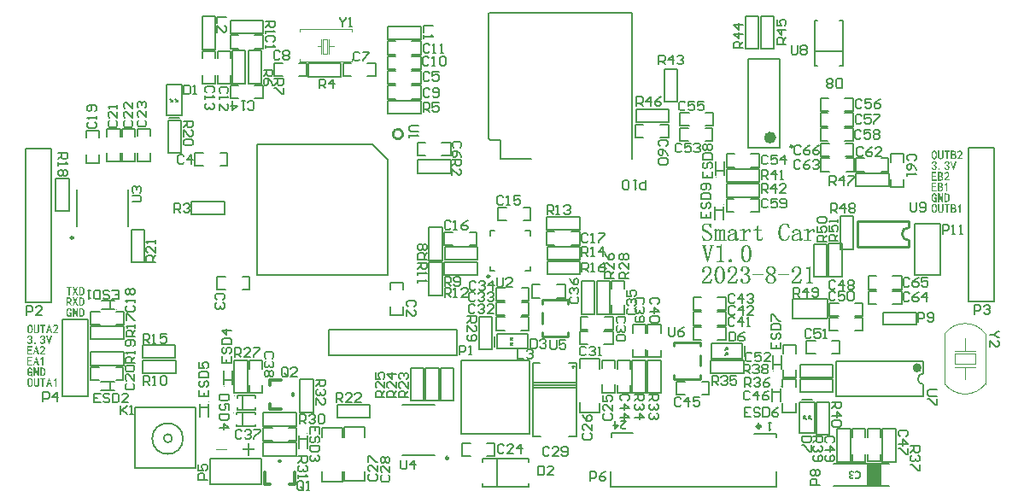
<source format=gto>
G04*
G04 #@! TF.GenerationSoftware,Altium Limited,Altium Designer,21.0.8 (223)*
G04*
G04 Layer_Color=65535*
%FSLAX25Y25*%
%MOIN*%
G70*
G04*
G04 #@! TF.SameCoordinates,A399C05B-B16C-483E-863C-B068B867FB55*
G04*
G04*
G04 #@! TF.FilePolarity,Positive*
G04*
G01*
G75*
%ADD10C,0.01400*%
%ADD11C,0.00984*%
%ADD12C,0.02362*%
%ADD13C,0.00394*%
%ADD14C,0.01000*%
%ADD15C,0.00787*%
%ADD16C,0.02000*%
%ADD17C,0.00500*%
%ADD18C,0.00600*%
%ADD19C,0.00591*%
%ADD20C,0.00591*%
%ADD21C,0.01200*%
%ADD22R,0.05050X0.08700*%
G36*
X-406Y55497D02*
X495Y53727D01*
X-46D01*
X-665Y55067D01*
X-1284Y53727D01*
X-1825D01*
X-928Y55497D01*
X-1727Y57095D01*
X-1187D01*
X-665Y55913D01*
X-143Y57095D01*
X398D01*
X-406Y55497D01*
D02*
G37*
G36*
X1580Y57091D02*
X1631D01*
X1691Y57081D01*
X1761Y57072D01*
X1839Y57063D01*
X1918Y57045D01*
X2005Y57026D01*
X2093Y56998D01*
X2186Y56966D01*
X2273Y56929D01*
X2361Y56883D01*
X2440Y56827D01*
X2518Y56767D01*
X2588Y56698D01*
X2592Y56693D01*
X2601Y56679D01*
X2620Y56656D01*
X2643Y56624D01*
X2671Y56578D01*
X2698Y56527D01*
X2731Y56462D01*
X2763Y56388D01*
X2795Y56301D01*
X2828Y56208D01*
X2856Y56102D01*
X2883Y55986D01*
X2906Y55857D01*
X2925Y55718D01*
X2934Y55566D01*
X2939Y55404D01*
Y55400D01*
Y55395D01*
Y55381D01*
Y55363D01*
X2934Y55317D01*
Y55256D01*
X2925Y55183D01*
X2920Y55099D01*
X2906Y55007D01*
X2892Y54905D01*
X2869Y54799D01*
X2846Y54693D01*
X2814Y54587D01*
X2777Y54480D01*
X2731Y54379D01*
X2680Y54282D01*
X2620Y54194D01*
X2551Y54115D01*
X2546Y54111D01*
X2532Y54097D01*
X2509Y54078D01*
X2481Y54055D01*
X2440Y54028D01*
X2393Y53991D01*
X2338Y53958D01*
X2273Y53921D01*
X2204Y53884D01*
X2125Y53852D01*
X2042Y53820D01*
X1950Y53787D01*
X1848Y53764D01*
X1742Y53746D01*
X1631Y53732D01*
X1511Y53727D01*
X809D01*
Y57095D01*
X1543D01*
X1580Y57091D01*
D02*
G37*
G36*
X-2120Y56633D02*
X-2882D01*
Y53727D01*
X-3428D01*
Y56633D01*
X-4190D01*
Y57095D01*
X-2120D01*
Y56633D01*
D02*
G37*
G36*
X-406Y51363D02*
X495Y49593D01*
X-46D01*
X-665Y50933D01*
X-1284Y49593D01*
X-1825D01*
X-928Y51363D01*
X-1727Y52961D01*
X-1187D01*
X-665Y51779D01*
X-143Y52961D01*
X398D01*
X-406Y51363D01*
D02*
G37*
G36*
X1580Y52957D02*
X1631D01*
X1691Y52947D01*
X1761Y52938D01*
X1839Y52929D01*
X1918Y52911D01*
X2005Y52892D01*
X2093Y52864D01*
X2186Y52832D01*
X2273Y52795D01*
X2361Y52749D01*
X2440Y52693D01*
X2518Y52633D01*
X2588Y52564D01*
X2592Y52559D01*
X2601Y52545D01*
X2620Y52522D01*
X2643Y52490D01*
X2671Y52444D01*
X2698Y52393D01*
X2731Y52328D01*
X2763Y52254D01*
X2795Y52167D01*
X2828Y52074D01*
X2856Y51968D01*
X2883Y51853D01*
X2906Y51723D01*
X2925Y51585D01*
X2934Y51432D01*
X2939Y51270D01*
Y51266D01*
Y51261D01*
Y51247D01*
Y51229D01*
X2934Y51183D01*
Y51123D01*
X2925Y51049D01*
X2920Y50965D01*
X2906Y50873D01*
X2892Y50771D01*
X2869Y50665D01*
X2846Y50559D01*
X2814Y50453D01*
X2777Y50346D01*
X2731Y50245D01*
X2680Y50148D01*
X2620Y50060D01*
X2551Y49981D01*
X2546Y49977D01*
X2532Y49963D01*
X2509Y49944D01*
X2481Y49921D01*
X2440Y49894D01*
X2393Y49857D01*
X2338Y49824D01*
X2273Y49787D01*
X2204Y49750D01*
X2125Y49718D01*
X2042Y49686D01*
X1950Y49653D01*
X1848Y49630D01*
X1742Y49612D01*
X1631Y49598D01*
X1511Y49593D01*
X809D01*
Y52961D01*
X1543D01*
X1580Y52957D01*
D02*
G37*
G36*
X-3104D02*
X-3063Y52952D01*
X-3016Y52947D01*
X-2966Y52943D01*
X-2906Y52934D01*
X-2785Y52906D01*
X-2656Y52864D01*
X-2592Y52837D01*
X-2527Y52804D01*
X-2467Y52767D01*
X-2407Y52726D01*
X-2402Y52721D01*
X-2393Y52716D01*
X-2379Y52703D01*
X-2361Y52680D01*
X-2337Y52656D01*
X-2310Y52624D01*
X-2282Y52587D01*
X-2254Y52545D01*
X-2227Y52495D01*
X-2199Y52444D01*
X-2171Y52379D01*
X-2148Y52315D01*
X-2129Y52241D01*
X-2116Y52157D01*
X-2106Y52070D01*
X-2102Y51977D01*
Y51973D01*
Y51959D01*
Y51940D01*
X-2106Y51913D01*
Y51876D01*
X-2111Y51839D01*
X-2125Y51746D01*
X-2153Y51649D01*
X-2190Y51543D01*
X-2236Y51441D01*
X-2268Y51395D01*
X-2305Y51349D01*
Y51344D01*
X-2314Y51340D01*
X-2342Y51312D01*
X-2379Y51275D01*
X-2434Y51233D01*
X-2499Y51187D01*
X-2568Y51141D01*
X-2647Y51104D01*
X-2730Y51081D01*
X-2005Y49593D01*
X-2545D01*
X-3234Y51007D01*
X-3650D01*
Y49593D01*
X-4190D01*
Y52961D01*
X-3137D01*
X-3104Y52957D01*
D02*
G37*
G36*
X-2993Y48823D02*
X-2957Y48818D01*
X-2910Y48809D01*
X-2859Y48800D01*
X-2804Y48786D01*
X-2749Y48767D01*
X-2688Y48744D01*
X-2628Y48717D01*
X-2568Y48684D01*
X-2508Y48643D01*
X-2453Y48596D01*
X-2397Y48546D01*
X-2347Y48485D01*
X-2342Y48481D01*
X-2337Y48472D01*
X-2324Y48449D01*
X-2305Y48425D01*
X-2287Y48388D01*
X-2263Y48347D01*
X-2240Y48296D01*
X-2213Y48241D01*
X-2190Y48180D01*
X-2166Y48111D01*
X-2143Y48037D01*
X-2125Y47954D01*
X-2106Y47866D01*
X-2093Y47769D01*
X-2088Y47672D01*
X-2083Y47566D01*
X-2605D01*
Y47571D01*
Y47585D01*
Y47608D01*
Y47635D01*
X-2610Y47672D01*
Y47714D01*
X-2619Y47806D01*
X-2638Y47908D01*
X-2656Y48010D01*
X-2688Y48102D01*
X-2707Y48144D01*
X-2730Y48180D01*
X-2735Y48190D01*
X-2753Y48208D01*
X-2781Y48241D01*
X-2818Y48273D01*
X-2864Y48305D01*
X-2924Y48338D01*
X-2993Y48356D01*
X-3072Y48365D01*
X-3100D01*
X-3118Y48361D01*
X-3164Y48351D01*
X-3224Y48328D01*
X-3294Y48291D01*
X-3326Y48268D01*
X-3363Y48241D01*
X-3395Y48208D01*
X-3428Y48167D01*
X-3460Y48120D01*
X-3488Y48070D01*
Y48065D01*
X-3492Y48056D01*
X-3502Y48037D01*
X-3511Y48014D01*
X-3520Y47977D01*
X-3534Y47936D01*
X-3548Y47890D01*
X-3557Y47829D01*
X-3571Y47765D01*
X-3585Y47686D01*
X-3599Y47603D01*
X-3608Y47511D01*
X-3617Y47409D01*
X-3626Y47293D01*
X-3631Y47173D01*
Y47039D01*
Y47030D01*
Y47007D01*
Y46975D01*
X-3626Y46929D01*
Y46873D01*
X-3622Y46808D01*
X-3617Y46734D01*
X-3608Y46661D01*
X-3585Y46503D01*
X-3557Y46351D01*
X-3534Y46277D01*
X-3511Y46208D01*
X-3483Y46148D01*
X-3451Y46097D01*
Y46092D01*
X-3442Y46088D01*
X-3418Y46060D01*
X-3382Y46018D01*
X-3331Y45972D01*
X-3275Y45926D01*
X-3206Y45884D01*
X-3127Y45857D01*
X-3090Y45852D01*
X-3049Y45847D01*
X-3040D01*
X-3012Y45852D01*
X-2970Y45857D01*
X-2919Y45866D01*
X-2864Y45889D01*
X-2809Y45917D01*
X-2749Y45954D01*
X-2698Y46009D01*
X-2693Y46018D01*
X-2679Y46042D01*
X-2656Y46083D01*
X-2633Y46139D01*
X-2610Y46212D01*
X-2587Y46305D01*
X-2582Y46360D01*
X-2573Y46416D01*
X-2568Y46480D01*
Y46545D01*
Y46702D01*
X-3160D01*
Y47164D01*
X-2083D01*
Y45385D01*
X-2499D01*
X-2541Y45653D01*
Y45649D01*
X-2545Y45635D01*
X-2554Y45616D01*
X-2573Y45589D01*
X-2596Y45561D01*
X-2628Y45529D01*
X-2675Y45496D01*
X-2735Y45464D01*
X-2744Y45459D01*
X-2762Y45450D01*
X-2799Y45441D01*
X-2846Y45427D01*
X-2901Y45408D01*
X-2966Y45399D01*
X-3035Y45390D01*
X-3109Y45385D01*
X-3127D01*
X-3150Y45390D01*
X-3178D01*
X-3215Y45399D01*
X-3261Y45404D01*
X-3308Y45418D01*
X-3363Y45436D01*
X-3418Y45455D01*
X-3478Y45483D01*
X-3543Y45510D01*
X-3608Y45547D01*
X-3673Y45593D01*
X-3737Y45644D01*
X-3797Y45704D01*
X-3862Y45774D01*
X-3867Y45778D01*
X-3876Y45792D01*
X-3894Y45815D01*
X-3913Y45847D01*
X-3936Y45889D01*
X-3964Y45940D01*
X-3996Y46000D01*
X-4024Y46074D01*
X-4056Y46152D01*
X-4088Y46245D01*
X-4116Y46346D01*
X-4139Y46457D01*
X-4158Y46577D01*
X-4176Y46707D01*
X-4185Y46850D01*
X-4190Y47002D01*
Y47007D01*
Y47012D01*
Y47025D01*
Y47044D01*
Y47090D01*
X-4185Y47150D01*
X-4181Y47229D01*
X-4176Y47317D01*
X-4167Y47409D01*
X-4153Y47515D01*
X-4139Y47626D01*
X-4116Y47737D01*
X-4093Y47853D01*
X-4065Y47963D01*
X-4033Y48074D01*
X-3991Y48180D01*
X-3945Y48278D01*
X-3894Y48370D01*
X-3890Y48375D01*
X-3881Y48388D01*
X-3862Y48412D01*
X-3839Y48444D01*
X-3807Y48476D01*
X-3770Y48513D01*
X-3728Y48555D01*
X-3677Y48601D01*
X-3622Y48643D01*
X-3562Y48684D01*
X-3492Y48721D01*
X-3418Y48758D01*
X-3340Y48786D01*
X-3257Y48809D01*
X-3169Y48823D01*
X-3072Y48827D01*
X-3026D01*
X-2993Y48823D01*
D02*
G37*
G36*
X416Y45422D02*
X-148D01*
X-1132Y47646D01*
Y45422D01*
X-1672D01*
Y48790D01*
X-1108D01*
X-124Y46567D01*
Y48790D01*
X416D01*
Y45422D01*
D02*
G37*
G36*
X1617Y48786D02*
X1668D01*
X1728Y48777D01*
X1798Y48767D01*
X1876Y48758D01*
X1955Y48740D01*
X2042Y48721D01*
X2130Y48693D01*
X2223Y48661D01*
X2310Y48624D01*
X2398Y48578D01*
X2477Y48522D01*
X2555Y48462D01*
X2624Y48393D01*
X2629Y48388D01*
X2638Y48375D01*
X2657Y48351D01*
X2680Y48319D01*
X2708Y48273D01*
X2735Y48222D01*
X2768Y48157D01*
X2800Y48083D01*
X2832Y47996D01*
X2865Y47903D01*
X2892Y47797D01*
X2920Y47682D01*
X2943Y47552D01*
X2962Y47414D01*
X2971Y47261D01*
X2976Y47100D01*
Y47095D01*
Y47090D01*
Y47076D01*
Y47058D01*
X2971Y47012D01*
Y46952D01*
X2962Y46878D01*
X2957Y46795D01*
X2943Y46702D01*
X2929Y46600D01*
X2906Y46494D01*
X2883Y46388D01*
X2851Y46282D01*
X2814Y46176D01*
X2768Y46074D01*
X2717Y45977D01*
X2657Y45889D01*
X2588Y45810D01*
X2583Y45806D01*
X2569Y45792D01*
X2546Y45774D01*
X2518Y45750D01*
X2477Y45723D01*
X2431Y45686D01*
X2375Y45653D01*
X2310Y45616D01*
X2241Y45579D01*
X2162Y45547D01*
X2079Y45515D01*
X1987Y45483D01*
X1885Y45459D01*
X1779Y45441D01*
X1668Y45427D01*
X1548Y45422D01*
X846D01*
Y48790D01*
X1580D01*
X1617Y48786D01*
D02*
G37*
G36*
X338152Y107902D02*
Y107897D01*
Y107879D01*
Y107856D01*
X338147Y107823D01*
X338142Y107782D01*
X338138Y107736D01*
X338128Y107685D01*
X338119Y107629D01*
X338091Y107505D01*
X338045Y107380D01*
X338018Y107315D01*
X337981Y107255D01*
X337944Y107195D01*
X337897Y107140D01*
X337893Y107135D01*
X337884Y107126D01*
X337870Y107112D01*
X337851Y107098D01*
X337824Y107075D01*
X337791Y107052D01*
X337750Y107024D01*
X337703Y107001D01*
X337653Y106973D01*
X337597Y106946D01*
X337532Y106922D01*
X337459Y106904D01*
X337380Y106886D01*
X337297Y106872D01*
X337205Y106862D01*
X337107Y106858D01*
X337057D01*
X337020Y106862D01*
X336974Y106867D01*
X336923Y106872D01*
X336867Y106881D01*
X336807Y106895D01*
X336678Y106927D01*
X336609Y106950D01*
X336544Y106978D01*
X336479Y107010D01*
X336419Y107047D01*
X336364Y107089D01*
X336313Y107140D01*
X336308Y107144D01*
X336304Y107153D01*
X336290Y107167D01*
X336276Y107191D01*
X336257Y107218D01*
X336234Y107255D01*
X336211Y107297D01*
X336188Y107343D01*
X336165Y107394D01*
X336142Y107449D01*
X336123Y107514D01*
X336100Y107579D01*
X336086Y107652D01*
X336073Y107731D01*
X336068Y107814D01*
X336063Y107902D01*
Y110263D01*
X336604D01*
Y107902D01*
Y107897D01*
Y107888D01*
Y107874D01*
X336609Y107851D01*
X336613Y107796D01*
X336622Y107731D01*
X336636Y107657D01*
X336664Y107583D01*
X336696Y107514D01*
X336742Y107454D01*
X336747Y107449D01*
X336766Y107435D01*
X336798Y107412D01*
X336840Y107389D01*
X336895Y107361D01*
X336955Y107343D01*
X337029Y107325D01*
X337107Y107320D01*
X337117D01*
X337144Y107325D01*
X337186Y107329D01*
X337237Y107338D01*
X337297Y107352D01*
X337357Y107380D01*
X337417Y107412D01*
X337472Y107458D01*
X337477Y107463D01*
X337495Y107486D01*
X337519Y107518D01*
X337542Y107565D01*
X337569Y107629D01*
X337588Y107703D01*
X337606Y107796D01*
X337611Y107902D01*
Y110263D01*
X338152D01*
Y107902D01*
D02*
G37*
G36*
X344740Y110318D02*
X344804Y110314D01*
X344864Y110304D01*
X344874D01*
X344892Y110300D01*
X344924Y110291D01*
X344966Y110277D01*
X345017Y110258D01*
X345072Y110235D01*
X345132Y110203D01*
X345197Y110166D01*
X345206Y110161D01*
X345225Y110147D01*
X345257Y110120D01*
X345299Y110083D01*
X345345Y110036D01*
X345391Y109981D01*
X345437Y109912D01*
X345483Y109833D01*
Y109828D01*
X345488Y109824D01*
X345493Y109810D01*
X345502Y109792D01*
X345516Y109745D01*
X345534Y109685D01*
X345553Y109607D01*
X345562Y109514D01*
X345567Y109413D01*
X345562Y109302D01*
Y109297D01*
Y109288D01*
X345557Y109269D01*
X345553Y109246D01*
X345548Y109219D01*
X345539Y109182D01*
X345530Y109140D01*
X345516Y109094D01*
X345497Y109043D01*
X345479Y108988D01*
X345424Y108863D01*
X345391Y108794D01*
X345354Y108724D01*
X345308Y108650D01*
X345262Y108572D01*
X345257Y108567D01*
X345248Y108553D01*
X345234Y108530D01*
X345206Y108493D01*
X345174Y108452D01*
X345137Y108396D01*
X345086Y108336D01*
X345031Y108262D01*
X344966Y108184D01*
X344892Y108091D01*
X344809Y107994D01*
X344712Y107884D01*
X344610Y107768D01*
X344495Y107639D01*
X344370Y107500D01*
X344236Y107357D01*
X345613D01*
Y106913D01*
X343580D01*
Y107047D01*
Y107052D01*
Y107061D01*
X343585Y107075D01*
X343589Y107098D01*
X343594Y107126D01*
X343599Y107153D01*
X343622Y107228D01*
X343659Y107311D01*
X343705Y107398D01*
X343737Y107445D01*
X343770Y107491D01*
X343807Y107537D01*
X343853Y107583D01*
X343857Y107588D01*
X343866Y107592D01*
X343880Y107606D01*
X343899Y107629D01*
X343922Y107652D01*
X343954Y107685D01*
X343987Y107717D01*
X344028Y107763D01*
X344070Y107810D01*
X344121Y107860D01*
X344171Y107921D01*
X344227Y107985D01*
X344287Y108054D01*
X344352Y108133D01*
X344416Y108212D01*
X344486Y108299D01*
X344490Y108304D01*
X344504Y108322D01*
X344523Y108345D01*
X344546Y108378D01*
X344578Y108419D01*
X344615Y108466D01*
X344652Y108516D01*
X344693Y108577D01*
X344777Y108692D01*
X344855Y108817D01*
X344929Y108937D01*
X344957Y108992D01*
X344980Y109043D01*
Y109048D01*
X344985Y109057D01*
X344989Y109066D01*
X344998Y109085D01*
X345012Y109135D01*
X345031Y109196D01*
X345049Y109265D01*
X345063Y109334D01*
X345068Y109408D01*
X345063Y109477D01*
Y109487D01*
X345058Y109505D01*
X345049Y109537D01*
X345031Y109579D01*
X345012Y109625D01*
X344980Y109671D01*
X344943Y109718D01*
X344897Y109764D01*
X344892Y109768D01*
X344874Y109782D01*
X344846Y109801D01*
X344809Y109819D01*
X344758Y109838D01*
X344707Y109852D01*
X344643Y109861D01*
X344569D01*
X344546Y109856D01*
X344509Y109847D01*
X344462Y109838D01*
X344412Y109819D01*
X344352Y109792D01*
X344287Y109759D01*
X344222Y109718D01*
X344213Y109713D01*
X344195Y109695D01*
X344162Y109662D01*
X344125Y109621D01*
X344084Y109561D01*
X344038Y109491D01*
X343991Y109404D01*
X343950Y109302D01*
X343506Y109371D01*
Y109376D01*
X343515Y109394D01*
X343525Y109417D01*
X343534Y109454D01*
X343552Y109496D01*
X343571Y109542D01*
X343589Y109598D01*
X343617Y109653D01*
X343672Y109768D01*
X343746Y109889D01*
X343783Y109944D01*
X343825Y109995D01*
X343866Y110046D01*
X343913Y110087D01*
X343917Y110092D01*
X343922Y110097D01*
X343936Y110106D01*
X343959Y110120D01*
X343982Y110138D01*
X344010Y110157D01*
X344079Y110194D01*
X344167Y110235D01*
X344264Y110272D01*
X344379Y110300D01*
X344499Y110318D01*
X344509D01*
X344532Y110323D01*
X344680D01*
X344740Y110318D01*
D02*
G37*
G36*
X342190Y110258D02*
X342231Y110254D01*
X342277Y110249D01*
X342333Y110240D01*
X342388Y110231D01*
X342508Y110198D01*
X342573Y110180D01*
X342633Y110152D01*
X342698Y110120D01*
X342753Y110087D01*
X342809Y110046D01*
X342859Y110000D01*
X342864Y109995D01*
X342869Y109986D01*
X342882Y109972D01*
X342901Y109953D01*
X342919Y109925D01*
X342938Y109898D01*
X342961Y109861D01*
X342989Y109824D01*
X343035Y109731D01*
X343072Y109625D01*
X343104Y109505D01*
X343109Y109440D01*
X343113Y109376D01*
Y109371D01*
Y109362D01*
Y109339D01*
X343109Y109316D01*
Y109283D01*
X343104Y109251D01*
X343090Y109168D01*
X343072Y109080D01*
X343039Y108992D01*
X342998Y108905D01*
X342938Y108831D01*
X342929Y108821D01*
X342910Y108803D01*
X342878Y108775D01*
X342832Y108743D01*
X342785Y108711D01*
X342730Y108683D01*
X342675Y108660D01*
X342615Y108650D01*
X342624D01*
X342652Y108646D01*
X342688Y108637D01*
X342744Y108618D01*
X342804Y108590D01*
X342873Y108553D01*
X342943Y108503D01*
X343016Y108438D01*
X343026Y108429D01*
X343049Y108401D01*
X343076Y108359D01*
X343113Y108299D01*
X343150Y108225D01*
X343178Y108138D01*
X343201Y108036D01*
X343211Y107921D01*
Y107916D01*
Y107897D01*
Y107865D01*
X343206Y107828D01*
X343201Y107777D01*
X343192Y107726D01*
X343183Y107666D01*
X343169Y107602D01*
X343155Y107537D01*
X343132Y107468D01*
X343104Y107403D01*
X343076Y107334D01*
X343035Y107274D01*
X342993Y107214D01*
X342943Y107163D01*
X342887Y107117D01*
X342882Y107112D01*
X342873Y107107D01*
X342855Y107098D01*
X342827Y107084D01*
X342799Y107066D01*
X342758Y107047D01*
X342716Y107029D01*
X342665Y107006D01*
X342605Y106987D01*
X342545Y106964D01*
X342476Y106946D01*
X342407Y106932D01*
X342328Y106913D01*
X342245Y106904D01*
X342162Y106899D01*
X342069Y106895D01*
X341062D01*
Y110263D01*
X342153D01*
X342190Y110258D01*
D02*
G37*
G36*
X340633Y109801D02*
X339870D01*
Y106895D01*
X339325D01*
Y109801D01*
X338563D01*
Y110263D01*
X340633D01*
Y109801D01*
D02*
G37*
G36*
X334659Y110295D02*
X334696D01*
X334737Y110286D01*
X334788Y110277D01*
X334844Y110267D01*
X334904Y110249D01*
X334968Y110231D01*
X335038Y110203D01*
X335102Y110170D01*
X335172Y110129D01*
X335236Y110083D01*
X335301Y110032D01*
X335366Y109967D01*
X335421Y109898D01*
X335426Y109893D01*
X335435Y109879D01*
X335449Y109856D01*
X335467Y109824D01*
X335490Y109778D01*
X335514Y109722D01*
X335541Y109662D01*
X335569Y109584D01*
X335592Y109501D01*
X335620Y109404D01*
X335643Y109297D01*
X335666Y109177D01*
X335684Y109048D01*
X335698Y108909D01*
X335708Y108757D01*
X335712Y108590D01*
Y108586D01*
Y108581D01*
Y108567D01*
Y108549D01*
Y108503D01*
X335708Y108442D01*
X335703Y108364D01*
X335698Y108281D01*
X335689Y108184D01*
X335675Y108082D01*
X335661Y107976D01*
X335643Y107865D01*
X335620Y107754D01*
X335588Y107643D01*
X335555Y107542D01*
X335518Y107440D01*
X335472Y107348D01*
X335421Y107264D01*
X335417Y107260D01*
X335407Y107246D01*
X335389Y107228D01*
X335366Y107200D01*
X335338Y107172D01*
X335301Y107135D01*
X335260Y107098D01*
X335209Y107061D01*
X335158Y107024D01*
X335093Y106987D01*
X335029Y106950D01*
X334955Y106922D01*
X334876Y106895D01*
X334793Y106876D01*
X334705Y106862D01*
X334608Y106858D01*
X334585D01*
X334557Y106862D01*
X334520D01*
X334479Y106872D01*
X334428Y106881D01*
X334372Y106890D01*
X334308Y106909D01*
X334243Y106932D01*
X334178Y106959D01*
X334109Y106992D01*
X334040Y107029D01*
X333975Y107075D01*
X333906Y107130D01*
X333846Y107195D01*
X333786Y107264D01*
X333781Y107269D01*
X333772Y107283D01*
X333758Y107311D01*
X333739Y107343D01*
X333716Y107389D01*
X333689Y107445D01*
X333666Y107509D01*
X333638Y107583D01*
X333606Y107671D01*
X333582Y107768D01*
X333555Y107879D01*
X333532Y107999D01*
X333513Y108128D01*
X333499Y108272D01*
X333490Y108424D01*
X333485Y108590D01*
Y108595D01*
Y108600D01*
Y108614D01*
Y108632D01*
Y108678D01*
X333490Y108738D01*
X333495Y108817D01*
X333499Y108900D01*
X333508Y108997D01*
X333522Y109099D01*
X333541Y109205D01*
X333559Y109311D01*
X333582Y109422D01*
X333610Y109528D01*
X333647Y109634D01*
X333689Y109731D01*
X333735Y109824D01*
X333786Y109902D01*
X333790Y109907D01*
X333800Y109921D01*
X333818Y109939D01*
X333841Y109962D01*
X333874Y109995D01*
X333910Y110027D01*
X333952Y110064D01*
X334003Y110101D01*
X334058Y110138D01*
X334118Y110175D01*
X334188Y110207D01*
X334261Y110240D01*
X334340Y110263D01*
X334423Y110281D01*
X334511Y110295D01*
X334608Y110300D01*
X334631D01*
X334659Y110295D01*
D02*
G37*
G36*
X342263Y102682D02*
X341801D01*
X340836Y106087D01*
X341386D01*
X342030Y103661D01*
X342679Y106087D01*
X343229D01*
X342263Y102682D01*
D02*
G37*
G36*
X339741Y106120D02*
X339852Y106101D01*
X339958Y106073D01*
X340064Y106032D01*
X340069D01*
X340078Y106027D01*
X340092Y106018D01*
X340110Y106009D01*
X340157Y105976D01*
X340217Y105930D01*
X340277Y105875D01*
X340341Y105805D01*
X340402Y105722D01*
X340448Y105625D01*
Y105621D01*
X340452Y105611D01*
X340457Y105597D01*
X340466Y105579D01*
X340471Y105551D01*
X340480Y105524D01*
X340494Y105450D01*
X340503Y105362D01*
X340508Y105260D01*
X340498Y105149D01*
X340475Y105029D01*
Y105025D01*
X340471Y105015D01*
X340466Y104997D01*
X340457Y104974D01*
X340448Y104951D01*
X340434Y104918D01*
X340392Y104844D01*
X340365Y104803D01*
X340337Y104761D01*
X340300Y104720D01*
X340258Y104678D01*
X340212Y104632D01*
X340161Y104595D01*
X340106Y104553D01*
X340041Y104516D01*
X340046D01*
X340050Y104512D01*
X340064Y104507D01*
X340083Y104498D01*
X340129Y104475D01*
X340189Y104443D01*
X340249Y104396D01*
X340318Y104341D01*
X340383Y104267D01*
X340443Y104184D01*
Y104179D01*
X340448Y104175D01*
X340457Y104161D01*
X340466Y104142D01*
X340475Y104114D01*
X340489Y104087D01*
X340503Y104054D01*
X340512Y104013D01*
X340535Y103925D01*
X340549Y103814D01*
X340554Y103690D01*
Y103625D01*
X340545Y103551D01*
Y103546D01*
X340540Y103532D01*
Y103514D01*
X340531Y103486D01*
X340526Y103454D01*
X340512Y103417D01*
X340485Y103329D01*
X340439Y103227D01*
X340411Y103177D01*
X340378Y103121D01*
X340341Y103070D01*
X340295Y103020D01*
X340249Y102969D01*
X340194Y102922D01*
X340189Y102918D01*
X340180Y102913D01*
X340161Y102899D01*
X340143Y102886D01*
X340110Y102867D01*
X340078Y102849D01*
X340041Y102825D01*
X339995Y102802D01*
X339893Y102761D01*
X339778Y102724D01*
X339649Y102701D01*
X339579Y102691D01*
X339491D01*
X339473Y102696D01*
X339445D01*
X339413Y102701D01*
X339376Y102705D01*
X339334Y102715D01*
X339283Y102724D01*
X339182Y102756D01*
X339071Y102798D01*
X338960Y102853D01*
X338905Y102890D01*
X338849Y102932D01*
X338845Y102936D01*
X338835Y102941D01*
X338822Y102955D01*
X338803Y102973D01*
X338780Y103001D01*
X338757Y103029D01*
X338729Y103066D01*
X338697Y103107D01*
X338669Y103154D01*
X338637Y103209D01*
X338609Y103269D01*
X338577Y103334D01*
X338554Y103403D01*
X338526Y103477D01*
X338507Y103560D01*
X338489Y103648D01*
X338918Y103722D01*
Y103717D01*
X338923Y103708D01*
X338928Y103694D01*
X338937Y103676D01*
X338955Y103625D01*
X338983Y103565D01*
X339016Y103495D01*
X339057Y103426D01*
X339108Y103357D01*
X339163Y103297D01*
X339173Y103292D01*
X339191Y103274D01*
X339228Y103251D01*
X339274Y103223D01*
X339330Y103195D01*
X339399Y103172D01*
X339473Y103158D01*
X339556Y103154D01*
X339565D01*
X339593Y103158D01*
X339639Y103163D01*
X339690Y103181D01*
X339750Y103200D01*
X339815Y103237D01*
X339875Y103283D01*
X339930Y103343D01*
X339935Y103352D01*
X339953Y103375D01*
X339977Y103412D01*
X340000Y103463D01*
X340023Y103528D01*
X340046Y103597D01*
X340055Y103676D01*
Y103763D01*
Y103768D01*
Y103773D01*
X340050Y103805D01*
X340041Y103847D01*
X340027Y103902D01*
X340004Y103962D01*
X339967Y104022D01*
X339926Y104082D01*
X339870Y104138D01*
X339861Y104142D01*
X339838Y104161D01*
X339819Y104170D01*
X339796Y104184D01*
X339769Y104198D01*
X339732Y104211D01*
X339695Y104230D01*
X339649Y104244D01*
X339602Y104262D01*
X339547Y104276D01*
X339487Y104290D01*
X339422Y104304D01*
X339348Y104318D01*
X339270Y104332D01*
Y104664D01*
X339288D01*
X339311Y104669D01*
X339339Y104674D01*
X339376Y104678D01*
X339413Y104687D01*
X339505Y104706D01*
X339602Y104729D01*
X339704Y104766D01*
X339792Y104807D01*
X339833Y104835D01*
X339866Y104863D01*
X339875Y104872D01*
X339893Y104891D01*
X339921Y104928D01*
X339949Y104974D01*
X339977Y105034D01*
X340004Y105103D01*
X340018Y105186D01*
Y105274D01*
Y105279D01*
Y105283D01*
X340013Y105297D01*
Y105316D01*
X340000Y105362D01*
X339981Y105417D01*
X339953Y105477D01*
X339916Y105537D01*
X339861Y105593D01*
X339792Y105644D01*
X339782Y105648D01*
X339755Y105662D01*
X339713Y105676D01*
X339662Y105690D01*
X339593Y105699D01*
X339519Y105704D01*
X339436Y105694D01*
X339394Y105681D01*
X339348Y105667D01*
X339344D01*
X339339Y105662D01*
X339311Y105648D01*
X339265Y105616D01*
X339237Y105593D01*
X339210Y105565D01*
X339182Y105533D01*
X339149Y105496D01*
X339117Y105454D01*
X339085Y105403D01*
X339053Y105343D01*
X339016Y105279D01*
X338988Y105205D01*
X338955Y105126D01*
X338526Y105196D01*
Y105200D01*
X338530Y105214D01*
X338540Y105233D01*
X338549Y105265D01*
X338558Y105297D01*
X338577Y105339D01*
X338614Y105431D01*
X338660Y105533D01*
X338715Y105639D01*
X338780Y105745D01*
X338854Y105842D01*
X338858Y105847D01*
X338863Y105852D01*
X338877Y105866D01*
X338891Y105879D01*
X338942Y105921D01*
X339006Y105967D01*
X339089Y106018D01*
X339187Y106064D01*
X339297Y106101D01*
X339362Y106115D01*
X339427Y106124D01*
X339445D01*
X339464Y106129D01*
X339644D01*
X339741Y106120D01*
D02*
G37*
G36*
X334742D02*
X334853Y106101D01*
X334959Y106073D01*
X335065Y106032D01*
X335070D01*
X335079Y106027D01*
X335093Y106018D01*
X335112Y106009D01*
X335158Y105976D01*
X335218Y105930D01*
X335278Y105875D01*
X335343Y105805D01*
X335403Y105722D01*
X335449Y105625D01*
Y105621D01*
X335454Y105611D01*
X335458Y105597D01*
X335467Y105579D01*
X335472Y105551D01*
X335481Y105524D01*
X335495Y105450D01*
X335504Y105362D01*
X335509Y105260D01*
X335500Y105149D01*
X335477Y105029D01*
Y105025D01*
X335472Y105015D01*
X335467Y104997D01*
X335458Y104974D01*
X335449Y104951D01*
X335435Y104918D01*
X335393Y104844D01*
X335366Y104803D01*
X335338Y104761D01*
X335301Y104720D01*
X335260Y104678D01*
X335213Y104632D01*
X335162Y104595D01*
X335107Y104553D01*
X335042Y104516D01*
X335047D01*
X335052Y104512D01*
X335065Y104507D01*
X335084Y104498D01*
X335130Y104475D01*
X335190Y104443D01*
X335250Y104396D01*
X335319Y104341D01*
X335384Y104267D01*
X335444Y104184D01*
Y104179D01*
X335449Y104175D01*
X335458Y104161D01*
X335467Y104142D01*
X335477Y104114D01*
X335490Y104087D01*
X335504Y104054D01*
X335514Y104013D01*
X335537Y103925D01*
X335550Y103814D01*
X335555Y103690D01*
Y103625D01*
X335546Y103551D01*
Y103546D01*
X335541Y103532D01*
Y103514D01*
X335532Y103486D01*
X335527Y103454D01*
X335514Y103417D01*
X335486Y103329D01*
X335440Y103227D01*
X335412Y103177D01*
X335380Y103121D01*
X335343Y103070D01*
X335296Y103020D01*
X335250Y102969D01*
X335195Y102922D01*
X335190Y102918D01*
X335181Y102913D01*
X335162Y102899D01*
X335144Y102886D01*
X335112Y102867D01*
X335079Y102849D01*
X335042Y102825D01*
X334996Y102802D01*
X334894Y102761D01*
X334779Y102724D01*
X334650Y102701D01*
X334580Y102691D01*
X334492D01*
X334474Y102696D01*
X334446D01*
X334414Y102701D01*
X334377Y102705D01*
X334335Y102715D01*
X334285Y102724D01*
X334183Y102756D01*
X334072Y102798D01*
X333961Y102853D01*
X333906Y102890D01*
X333850Y102932D01*
X333846Y102936D01*
X333837Y102941D01*
X333823Y102955D01*
X333804Y102973D01*
X333781Y103001D01*
X333758Y103029D01*
X333730Y103066D01*
X333698Y103107D01*
X333670Y103154D01*
X333638Y103209D01*
X333610Y103269D01*
X333578Y103334D01*
X333555Y103403D01*
X333527Y103477D01*
X333508Y103560D01*
X333490Y103648D01*
X333920Y103722D01*
Y103717D01*
X333924Y103708D01*
X333929Y103694D01*
X333938Y103676D01*
X333957Y103625D01*
X333984Y103565D01*
X334017Y103495D01*
X334058Y103426D01*
X334109Y103357D01*
X334165Y103297D01*
X334174Y103292D01*
X334192Y103274D01*
X334229Y103251D01*
X334275Y103223D01*
X334331Y103195D01*
X334400Y103172D01*
X334474Y103158D01*
X334557Y103154D01*
X334566D01*
X334594Y103158D01*
X334640Y103163D01*
X334691Y103181D01*
X334751Y103200D01*
X334816Y103237D01*
X334876Y103283D01*
X334931Y103343D01*
X334936Y103352D01*
X334955Y103375D01*
X334978Y103412D01*
X335001Y103463D01*
X335024Y103528D01*
X335047Y103597D01*
X335056Y103676D01*
Y103763D01*
Y103768D01*
Y103773D01*
X335052Y103805D01*
X335042Y103847D01*
X335029Y103902D01*
X335005Y103962D01*
X334968Y104022D01*
X334927Y104082D01*
X334871Y104138D01*
X334862Y104142D01*
X334839Y104161D01*
X334821Y104170D01*
X334798Y104184D01*
X334770Y104198D01*
X334733Y104211D01*
X334696Y104230D01*
X334650Y104244D01*
X334603Y104262D01*
X334548Y104276D01*
X334488Y104290D01*
X334423Y104304D01*
X334349Y104318D01*
X334271Y104332D01*
Y104664D01*
X334289D01*
X334312Y104669D01*
X334340Y104674D01*
X334377Y104678D01*
X334414Y104687D01*
X334506Y104706D01*
X334603Y104729D01*
X334705Y104766D01*
X334793Y104807D01*
X334834Y104835D01*
X334867Y104863D01*
X334876Y104872D01*
X334894Y104891D01*
X334922Y104928D01*
X334950Y104974D01*
X334978Y105034D01*
X335005Y105103D01*
X335019Y105186D01*
Y105274D01*
Y105279D01*
Y105283D01*
X335015Y105297D01*
Y105316D01*
X335001Y105362D01*
X334982Y105417D01*
X334955Y105477D01*
X334918Y105537D01*
X334862Y105593D01*
X334793Y105644D01*
X334784Y105648D01*
X334756Y105662D01*
X334714Y105676D01*
X334664Y105690D01*
X334594Y105699D01*
X334520Y105704D01*
X334437Y105694D01*
X334396Y105681D01*
X334349Y105667D01*
X334345D01*
X334340Y105662D01*
X334312Y105648D01*
X334266Y105616D01*
X334238Y105593D01*
X334211Y105565D01*
X334183Y105533D01*
X334151Y105496D01*
X334118Y105454D01*
X334086Y105403D01*
X334054Y105343D01*
X334017Y105279D01*
X333989Y105205D01*
X333957Y105126D01*
X333527Y105196D01*
Y105200D01*
X333532Y105214D01*
X333541Y105233D01*
X333550Y105265D01*
X333559Y105297D01*
X333578Y105339D01*
X333615Y105431D01*
X333661Y105533D01*
X333716Y105639D01*
X333781Y105745D01*
X333855Y105842D01*
X333860Y105847D01*
X333864Y105852D01*
X333878Y105866D01*
X333892Y105879D01*
X333943Y105921D01*
X334007Y105967D01*
X334091Y106018D01*
X334188Y106064D01*
X334298Y106101D01*
X334363Y106115D01*
X334428Y106124D01*
X334446D01*
X334465Y106129D01*
X334645D01*
X334742Y106120D01*
D02*
G37*
G36*
X336511Y103311D02*
X336548Y103306D01*
X336585Y103292D01*
X336627Y103278D01*
X336664Y103255D01*
X336696Y103223D01*
X336701Y103218D01*
X336710Y103204D01*
X336724Y103186D01*
X336738Y103163D01*
X336752Y103130D01*
X336766Y103089D01*
X336775Y103047D01*
X336779Y103001D01*
Y102997D01*
Y102973D01*
X336775Y102946D01*
X336770Y102913D01*
X336756Y102872D01*
X336742Y102835D01*
X336719Y102793D01*
X336687Y102761D01*
X336682Y102756D01*
X336669Y102747D01*
X336650Y102738D01*
X336622Y102724D01*
X336590Y102705D01*
X336553Y102696D01*
X336507Y102687D01*
X336461Y102682D01*
X336442D01*
X336419Y102687D01*
X336391Y102691D01*
X336359Y102701D01*
X336322Y102715D01*
X336280Y102733D01*
X336244Y102761D01*
X336239Y102766D01*
X336230Y102775D01*
X336211Y102793D01*
X336193Y102821D01*
X336174Y102853D01*
X336156Y102895D01*
X336146Y102946D01*
X336142Y103001D01*
Y103006D01*
Y103024D01*
X336146Y103047D01*
X336151Y103080D01*
X336160Y103112D01*
X336174Y103149D01*
X336193Y103181D01*
X336220Y103214D01*
X336225Y103218D01*
X336234Y103227D01*
X336253Y103241D01*
X336280Y103255D01*
X336313Y103274D01*
X336354Y103287D01*
X336401Y103306D01*
X336456Y103315D01*
X336484D01*
X336511Y103311D01*
D02*
G37*
G36*
X339607Y101949D02*
X339672Y101944D01*
X339732Y101935D01*
X339741D01*
X339759Y101930D01*
X339792Y101921D01*
X339833Y101907D01*
X339884Y101889D01*
X339939Y101865D01*
X340000Y101833D01*
X340064Y101796D01*
X340073Y101792D01*
X340092Y101778D01*
X340124Y101750D01*
X340166Y101713D01*
X340212Y101667D01*
X340258Y101611D01*
X340304Y101542D01*
X340351Y101463D01*
Y101459D01*
X340355Y101454D01*
X340360Y101440D01*
X340369Y101422D01*
X340383Y101376D01*
X340402Y101316D01*
X340420Y101237D01*
X340429Y101145D01*
X340434Y101043D01*
X340429Y100932D01*
Y100928D01*
Y100918D01*
X340425Y100900D01*
X340420Y100877D01*
X340415Y100849D01*
X340406Y100812D01*
X340397Y100770D01*
X340383Y100724D01*
X340365Y100673D01*
X340346Y100618D01*
X340291Y100493D01*
X340258Y100424D01*
X340221Y100355D01*
X340175Y100281D01*
X340129Y100202D01*
X340124Y100198D01*
X340115Y100184D01*
X340101Y100161D01*
X340073Y100124D01*
X340041Y100082D01*
X340004Y100027D01*
X339953Y99967D01*
X339898Y99893D01*
X339833Y99814D01*
X339759Y99722D01*
X339676Y99625D01*
X339579Y99514D01*
X339477Y99398D01*
X339362Y99269D01*
X339237Y99130D01*
X339103Y98987D01*
X340480D01*
Y98544D01*
X338447D01*
Y98678D01*
Y98682D01*
Y98691D01*
X338452Y98705D01*
X338457Y98729D01*
X338461Y98756D01*
X338466Y98784D01*
X338489Y98858D01*
X338526Y98941D01*
X338572Y99029D01*
X338604Y99075D01*
X338637Y99121D01*
X338674Y99167D01*
X338720Y99214D01*
X338724Y99218D01*
X338734Y99223D01*
X338748Y99237D01*
X338766Y99260D01*
X338789Y99283D01*
X338822Y99315D01*
X338854Y99348D01*
X338895Y99394D01*
X338937Y99440D01*
X338988Y99491D01*
X339039Y99551D01*
X339094Y99616D01*
X339154Y99685D01*
X339219Y99763D01*
X339283Y99842D01*
X339353Y99930D01*
X339357Y99934D01*
X339371Y99953D01*
X339390Y99976D01*
X339413Y100008D01*
X339445Y100050D01*
X339482Y100096D01*
X339519Y100147D01*
X339561Y100207D01*
X339644Y100322D01*
X339722Y100447D01*
X339796Y100567D01*
X339824Y100623D01*
X339847Y100673D01*
Y100678D01*
X339852Y100687D01*
X339856Y100697D01*
X339866Y100715D01*
X339879Y100766D01*
X339898Y100826D01*
X339916Y100895D01*
X339930Y100965D01*
X339935Y101039D01*
X339930Y101108D01*
Y101117D01*
X339926Y101136D01*
X339916Y101168D01*
X339898Y101209D01*
X339879Y101256D01*
X339847Y101302D01*
X339810Y101348D01*
X339764Y101394D01*
X339759Y101399D01*
X339741Y101413D01*
X339713Y101431D01*
X339676Y101450D01*
X339625Y101468D01*
X339575Y101482D01*
X339510Y101491D01*
X339436D01*
X339413Y101487D01*
X339376Y101477D01*
X339330Y101468D01*
X339279Y101450D01*
X339219Y101422D01*
X339154Y101390D01*
X339089Y101348D01*
X339080Y101343D01*
X339062Y101325D01*
X339029Y101293D01*
X338992Y101251D01*
X338951Y101191D01*
X338905Y101122D01*
X338858Y101034D01*
X338817Y100932D01*
X338373Y101002D01*
Y101006D01*
X338383Y101025D01*
X338392Y101048D01*
X338401Y101085D01*
X338420Y101126D01*
X338438Y101172D01*
X338457Y101228D01*
X338484Y101283D01*
X338540Y101399D01*
X338614Y101519D01*
X338650Y101574D01*
X338692Y101625D01*
X338734Y101676D01*
X338780Y101718D01*
X338785Y101722D01*
X338789Y101727D01*
X338803Y101736D01*
X338826Y101750D01*
X338849Y101769D01*
X338877Y101787D01*
X338946Y101824D01*
X339034Y101865D01*
X339131Y101902D01*
X339247Y101930D01*
X339367Y101949D01*
X339376D01*
X339399Y101953D01*
X339547D01*
X339607Y101949D01*
D02*
G37*
G36*
X337057Y101889D02*
X337098Y101884D01*
X337144Y101879D01*
X337200Y101870D01*
X337255Y101861D01*
X337375Y101829D01*
X337440Y101810D01*
X337500Y101782D01*
X337565Y101750D01*
X337620Y101718D01*
X337676Y101676D01*
X337726Y101630D01*
X337731Y101625D01*
X337736Y101616D01*
X337750Y101602D01*
X337768Y101584D01*
X337787Y101556D01*
X337805Y101528D01*
X337828Y101491D01*
X337856Y101454D01*
X337902Y101362D01*
X337939Y101256D01*
X337971Y101136D01*
X337976Y101071D01*
X337981Y101006D01*
Y101002D01*
Y100992D01*
Y100969D01*
X337976Y100946D01*
Y100914D01*
X337971Y100881D01*
X337958Y100798D01*
X337939Y100710D01*
X337907Y100623D01*
X337865Y100535D01*
X337805Y100461D01*
X337796Y100452D01*
X337777Y100433D01*
X337745Y100406D01*
X337699Y100373D01*
X337653Y100341D01*
X337597Y100313D01*
X337542Y100290D01*
X337482Y100281D01*
X337491D01*
X337519Y100276D01*
X337556Y100267D01*
X337611Y100249D01*
X337671Y100221D01*
X337740Y100184D01*
X337810Y100133D01*
X337884Y100068D01*
X337893Y100059D01*
X337916Y100031D01*
X337944Y99990D01*
X337981Y99930D01*
X338018Y99856D01*
X338045Y99768D01*
X338068Y99666D01*
X338078Y99551D01*
Y99546D01*
Y99528D01*
Y99495D01*
X338073Y99458D01*
X338068Y99408D01*
X338059Y99357D01*
X338050Y99297D01*
X338036Y99232D01*
X338022Y99167D01*
X337999Y99098D01*
X337971Y99033D01*
X337944Y98964D01*
X337902Y98904D01*
X337860Y98844D01*
X337810Y98793D01*
X337754Y98747D01*
X337750Y98742D01*
X337740Y98738D01*
X337722Y98729D01*
X337694Y98715D01*
X337667Y98696D01*
X337625Y98678D01*
X337583Y98659D01*
X337532Y98636D01*
X337472Y98618D01*
X337412Y98594D01*
X337343Y98576D01*
X337274Y98562D01*
X337195Y98544D01*
X337112Y98535D01*
X337029Y98530D01*
X336936Y98525D01*
X335929D01*
Y101893D01*
X337020D01*
X337057Y101889D01*
D02*
G37*
G36*
X335444Y101431D02*
X334031D01*
Y100516D01*
X335329D01*
Y100054D01*
X334031D01*
Y98987D01*
X335537D01*
Y98525D01*
X333485D01*
Y101893D01*
X335444D01*
Y101431D01*
D02*
G37*
G36*
X339773Y94373D02*
X339288D01*
Y97006D01*
X339279Y97001D01*
X339270Y96988D01*
X339256Y96969D01*
X339237Y96951D01*
X339214Y96923D01*
X339182Y96895D01*
X339149Y96863D01*
X339108Y96831D01*
X339062Y96789D01*
X339011Y96752D01*
X338955Y96710D01*
X338891Y96669D01*
X338822Y96623D01*
X338743Y96581D01*
X338660Y96535D01*
Y96969D01*
X338664Y96974D01*
X338683Y96983D01*
X338706Y97001D01*
X338743Y97029D01*
X338785Y97062D01*
X338831Y97099D01*
X338886Y97145D01*
X338946Y97191D01*
X339006Y97246D01*
X339071Y97307D01*
X339140Y97376D01*
X339205Y97445D01*
X339339Y97593D01*
X339464Y97759D01*
X339773D01*
Y94373D01*
D02*
G37*
G36*
X337057Y97718D02*
X337098Y97713D01*
X337144Y97708D01*
X337200Y97699D01*
X337255Y97690D01*
X337375Y97658D01*
X337440Y97639D01*
X337500Y97611D01*
X337565Y97579D01*
X337620Y97547D01*
X337676Y97505D01*
X337726Y97459D01*
X337731Y97454D01*
X337736Y97445D01*
X337750Y97431D01*
X337768Y97413D01*
X337787Y97385D01*
X337805Y97357D01*
X337828Y97320D01*
X337856Y97283D01*
X337902Y97191D01*
X337939Y97085D01*
X337971Y96965D01*
X337976Y96900D01*
X337981Y96835D01*
Y96831D01*
Y96821D01*
Y96798D01*
X337976Y96775D01*
Y96743D01*
X337971Y96710D01*
X337958Y96627D01*
X337939Y96539D01*
X337907Y96452D01*
X337865Y96364D01*
X337805Y96290D01*
X337796Y96281D01*
X337777Y96262D01*
X337745Y96235D01*
X337699Y96202D01*
X337653Y96170D01*
X337597Y96142D01*
X337542Y96119D01*
X337482Y96110D01*
X337491D01*
X337519Y96105D01*
X337556Y96096D01*
X337611Y96078D01*
X337671Y96050D01*
X337740Y96013D01*
X337810Y95962D01*
X337884Y95897D01*
X337893Y95888D01*
X337916Y95860D01*
X337944Y95819D01*
X337981Y95759D01*
X338018Y95685D01*
X338045Y95597D01*
X338068Y95495D01*
X338078Y95380D01*
Y95375D01*
Y95357D01*
Y95324D01*
X338073Y95288D01*
X338068Y95237D01*
X338059Y95186D01*
X338050Y95126D01*
X338036Y95061D01*
X338022Y94997D01*
X337999Y94927D01*
X337971Y94863D01*
X337944Y94793D01*
X337902Y94733D01*
X337860Y94673D01*
X337810Y94622D01*
X337754Y94576D01*
X337750Y94571D01*
X337740Y94567D01*
X337722Y94558D01*
X337694Y94544D01*
X337667Y94525D01*
X337625Y94507D01*
X337583Y94488D01*
X337532Y94465D01*
X337472Y94447D01*
X337412Y94424D01*
X337343Y94405D01*
X337274Y94391D01*
X337195Y94373D01*
X337112Y94363D01*
X337029Y94359D01*
X336936Y94354D01*
X335929D01*
Y97722D01*
X337020D01*
X337057Y97718D01*
D02*
G37*
G36*
X335444Y97260D02*
X334031D01*
Y96346D01*
X335329D01*
Y95884D01*
X334031D01*
Y94816D01*
X335537D01*
Y94354D01*
X333485D01*
Y97722D01*
X335444D01*
Y97260D01*
D02*
G37*
G36*
X334687Y93584D02*
X334723Y93579D01*
X334770Y93570D01*
X334821Y93561D01*
X334876Y93547D01*
X334931Y93528D01*
X334992Y93505D01*
X335052Y93477D01*
X335112Y93445D01*
X335172Y93404D01*
X335227Y93357D01*
X335283Y93306D01*
X335333Y93246D01*
X335338Y93242D01*
X335343Y93233D01*
X335356Y93209D01*
X335375Y93186D01*
X335393Y93149D01*
X335417Y93108D01*
X335440Y93057D01*
X335467Y93002D01*
X335490Y92941D01*
X335514Y92872D01*
X335537Y92798D01*
X335555Y92715D01*
X335574Y92627D01*
X335588Y92530D01*
X335592Y92433D01*
X335597Y92327D01*
X335075D01*
Y92332D01*
Y92345D01*
Y92369D01*
Y92396D01*
X335070Y92433D01*
Y92475D01*
X335061Y92567D01*
X335042Y92669D01*
X335024Y92770D01*
X334992Y92863D01*
X334973Y92905D01*
X334950Y92941D01*
X334945Y92951D01*
X334927Y92969D01*
X334899Y93002D01*
X334862Y93034D01*
X334816Y93066D01*
X334756Y93099D01*
X334687Y93117D01*
X334608Y93126D01*
X334580D01*
X334562Y93122D01*
X334516Y93112D01*
X334456Y93089D01*
X334386Y93052D01*
X334354Y93029D01*
X334317Y93002D01*
X334285Y92969D01*
X334252Y92928D01*
X334220Y92881D01*
X334192Y92831D01*
Y92826D01*
X334188Y92817D01*
X334178Y92798D01*
X334169Y92775D01*
X334160Y92738D01*
X334146Y92697D01*
X334132Y92650D01*
X334123Y92590D01*
X334109Y92526D01*
X334095Y92447D01*
X334081Y92364D01*
X334072Y92272D01*
X334063Y92170D01*
X334054Y92054D01*
X334049Y91934D01*
Y91800D01*
Y91791D01*
Y91768D01*
Y91736D01*
X334054Y91689D01*
Y91634D01*
X334058Y91569D01*
X334063Y91495D01*
X334072Y91422D01*
X334095Y91264D01*
X334123Y91112D01*
X334146Y91038D01*
X334169Y90969D01*
X334197Y90909D01*
X334229Y90858D01*
Y90853D01*
X334238Y90849D01*
X334261Y90821D01*
X334298Y90779D01*
X334349Y90733D01*
X334405Y90687D01*
X334474Y90645D01*
X334553Y90618D01*
X334590Y90613D01*
X334631Y90608D01*
X334640D01*
X334668Y90613D01*
X334710Y90618D01*
X334760Y90627D01*
X334816Y90650D01*
X334871Y90678D01*
X334931Y90715D01*
X334982Y90770D01*
X334987Y90779D01*
X335001Y90802D01*
X335024Y90844D01*
X335047Y90899D01*
X335070Y90973D01*
X335093Y91066D01*
X335098Y91121D01*
X335107Y91177D01*
X335112Y91241D01*
Y91306D01*
Y91463D01*
X334520D01*
Y91925D01*
X335597D01*
Y90146D01*
X335181D01*
X335139Y90414D01*
Y90410D01*
X335135Y90396D01*
X335125Y90377D01*
X335107Y90350D01*
X335084Y90322D01*
X335052Y90290D01*
X335005Y90257D01*
X334945Y90225D01*
X334936Y90220D01*
X334918Y90211D01*
X334881Y90202D01*
X334834Y90188D01*
X334779Y90170D01*
X334714Y90160D01*
X334645Y90151D01*
X334571Y90146D01*
X334553D01*
X334529Y90151D01*
X334502D01*
X334465Y90160D01*
X334419Y90165D01*
X334372Y90179D01*
X334317Y90197D01*
X334261Y90216D01*
X334202Y90243D01*
X334137Y90271D01*
X334072Y90308D01*
X334007Y90354D01*
X333943Y90405D01*
X333883Y90465D01*
X333818Y90535D01*
X333813Y90539D01*
X333804Y90553D01*
X333786Y90576D01*
X333767Y90608D01*
X333744Y90650D01*
X333716Y90701D01*
X333684Y90761D01*
X333656Y90835D01*
X333624Y90913D01*
X333592Y91006D01*
X333564Y91107D01*
X333541Y91218D01*
X333522Y91338D01*
X333504Y91468D01*
X333495Y91611D01*
X333490Y91763D01*
Y91768D01*
Y91773D01*
Y91786D01*
Y91805D01*
Y91851D01*
X333495Y91911D01*
X333499Y91990D01*
X333504Y92077D01*
X333513Y92170D01*
X333527Y92276D01*
X333541Y92387D01*
X333564Y92498D01*
X333587Y92614D01*
X333615Y92724D01*
X333647Y92835D01*
X333689Y92941D01*
X333735Y93038D01*
X333786Y93131D01*
X333790Y93135D01*
X333800Y93149D01*
X333818Y93173D01*
X333841Y93205D01*
X333874Y93237D01*
X333910Y93274D01*
X333952Y93316D01*
X334003Y93362D01*
X334058Y93404D01*
X334118Y93445D01*
X334188Y93482D01*
X334261Y93519D01*
X334340Y93547D01*
X334423Y93570D01*
X334511Y93584D01*
X334608Y93588D01*
X334654D01*
X334687Y93584D01*
D02*
G37*
G36*
X338096Y90183D02*
X337532D01*
X336548Y92407D01*
Y90183D01*
X336008D01*
Y93551D01*
X336572D01*
X337556Y91327D01*
Y93551D01*
X338096D01*
Y90183D01*
D02*
G37*
G36*
X339297Y93547D02*
X339348D01*
X339408Y93537D01*
X339477Y93528D01*
X339556Y93519D01*
X339635Y93501D01*
X339722Y93482D01*
X339810Y93454D01*
X339903Y93422D01*
X339990Y93385D01*
X340078Y93339D01*
X340157Y93283D01*
X340235Y93223D01*
X340304Y93154D01*
X340309Y93149D01*
X340318Y93135D01*
X340337Y93112D01*
X340360Y93080D01*
X340388Y93034D01*
X340415Y92983D01*
X340448Y92918D01*
X340480Y92844D01*
X340512Y92757D01*
X340545Y92664D01*
X340573Y92558D01*
X340600Y92443D01*
X340623Y92313D01*
X340642Y92175D01*
X340651Y92022D01*
X340656Y91860D01*
Y91856D01*
Y91851D01*
Y91837D01*
Y91819D01*
X340651Y91773D01*
Y91713D01*
X340642Y91639D01*
X340637Y91556D01*
X340623Y91463D01*
X340609Y91361D01*
X340586Y91255D01*
X340563Y91149D01*
X340531Y91043D01*
X340494Y90936D01*
X340448Y90835D01*
X340397Y90738D01*
X340337Y90650D01*
X340267Y90571D01*
X340263Y90567D01*
X340249Y90553D01*
X340226Y90535D01*
X340198Y90511D01*
X340157Y90484D01*
X340110Y90447D01*
X340055Y90414D01*
X339990Y90377D01*
X339921Y90340D01*
X339843Y90308D01*
X339759Y90276D01*
X339667Y90243D01*
X339565Y90220D01*
X339459Y90202D01*
X339348Y90188D01*
X339228Y90183D01*
X338526D01*
Y93551D01*
X339260D01*
X339297Y93547D01*
D02*
G37*
G36*
X338152Y87020D02*
Y87015D01*
Y86997D01*
Y86973D01*
X338147Y86941D01*
X338142Y86899D01*
X338138Y86853D01*
X338128Y86802D01*
X338119Y86747D01*
X338091Y86622D01*
X338045Y86497D01*
X338018Y86433D01*
X337981Y86373D01*
X337944Y86313D01*
X337897Y86257D01*
X337893Y86253D01*
X337884Y86243D01*
X337870Y86229D01*
X337851Y86216D01*
X337824Y86193D01*
X337791Y86169D01*
X337750Y86142D01*
X337703Y86119D01*
X337653Y86091D01*
X337597Y86063D01*
X337532Y86040D01*
X337459Y86022D01*
X337380Y86003D01*
X337297Y85989D01*
X337205Y85980D01*
X337107Y85975D01*
X337057D01*
X337020Y85980D01*
X336974Y85985D01*
X336923Y85989D01*
X336867Y85998D01*
X336807Y86012D01*
X336678Y86045D01*
X336609Y86068D01*
X336544Y86096D01*
X336479Y86128D01*
X336419Y86165D01*
X336364Y86206D01*
X336313Y86257D01*
X336308Y86262D01*
X336304Y86271D01*
X336290Y86285D01*
X336276Y86308D01*
X336257Y86336D01*
X336234Y86373D01*
X336211Y86414D01*
X336188Y86461D01*
X336165Y86511D01*
X336142Y86567D01*
X336123Y86632D01*
X336100Y86696D01*
X336086Y86770D01*
X336073Y86849D01*
X336068Y86932D01*
X336063Y87020D01*
Y89380D01*
X336604D01*
Y87020D01*
Y87015D01*
Y87006D01*
Y86992D01*
X336609Y86969D01*
X336613Y86913D01*
X336622Y86849D01*
X336636Y86775D01*
X336664Y86701D01*
X336696Y86632D01*
X336742Y86571D01*
X336747Y86567D01*
X336766Y86553D01*
X336798Y86530D01*
X336840Y86507D01*
X336895Y86479D01*
X336955Y86461D01*
X337029Y86442D01*
X337107Y86437D01*
X337117D01*
X337144Y86442D01*
X337186Y86447D01*
X337237Y86456D01*
X337297Y86470D01*
X337357Y86497D01*
X337417Y86530D01*
X337472Y86576D01*
X337477Y86581D01*
X337495Y86604D01*
X337519Y86636D01*
X337542Y86682D01*
X337569Y86747D01*
X337588Y86821D01*
X337606Y86913D01*
X337611Y87020D01*
Y89380D01*
X338152D01*
Y87020D01*
D02*
G37*
G36*
X344906Y86031D02*
X344421D01*
Y88664D01*
X344412Y88660D01*
X344402Y88646D01*
X344389Y88627D01*
X344370Y88609D01*
X344347Y88581D01*
X344315Y88553D01*
X344282Y88521D01*
X344241Y88489D01*
X344195Y88447D01*
X344144Y88410D01*
X344088Y88369D01*
X344024Y88327D01*
X343954Y88281D01*
X343876Y88239D01*
X343793Y88193D01*
Y88627D01*
X343797Y88632D01*
X343816Y88641D01*
X343839Y88660D01*
X343876Y88687D01*
X343917Y88720D01*
X343964Y88757D01*
X344019Y88803D01*
X344079Y88849D01*
X344139Y88905D01*
X344204Y88965D01*
X344273Y89034D01*
X344338Y89103D01*
X344472Y89251D01*
X344597Y89417D01*
X344906D01*
Y86031D01*
D02*
G37*
G36*
X342190Y89376D02*
X342231Y89371D01*
X342277Y89367D01*
X342333Y89357D01*
X342388Y89348D01*
X342508Y89316D01*
X342573Y89297D01*
X342633Y89270D01*
X342698Y89237D01*
X342753Y89205D01*
X342809Y89163D01*
X342859Y89117D01*
X342864Y89112D01*
X342869Y89103D01*
X342882Y89089D01*
X342901Y89071D01*
X342919Y89043D01*
X342938Y89015D01*
X342961Y88978D01*
X342989Y88942D01*
X343035Y88849D01*
X343072Y88743D01*
X343104Y88623D01*
X343109Y88558D01*
X343113Y88493D01*
Y88489D01*
Y88480D01*
Y88456D01*
X343109Y88433D01*
Y88401D01*
X343104Y88369D01*
X343090Y88285D01*
X343072Y88198D01*
X343039Y88110D01*
X342998Y88022D01*
X342938Y87948D01*
X342929Y87939D01*
X342910Y87920D01*
X342878Y87893D01*
X342832Y87860D01*
X342785Y87828D01*
X342730Y87800D01*
X342675Y87777D01*
X342615Y87768D01*
X342624D01*
X342652Y87763D01*
X342688Y87754D01*
X342744Y87736D01*
X342804Y87708D01*
X342873Y87671D01*
X342943Y87620D01*
X343016Y87555D01*
X343026Y87546D01*
X343049Y87519D01*
X343076Y87477D01*
X343113Y87417D01*
X343150Y87343D01*
X343178Y87255D01*
X343201Y87154D01*
X343211Y87038D01*
Y87033D01*
Y87015D01*
Y86983D01*
X343206Y86946D01*
X343201Y86895D01*
X343192Y86844D01*
X343183Y86784D01*
X343169Y86719D01*
X343155Y86655D01*
X343132Y86585D01*
X343104Y86521D01*
X343076Y86451D01*
X343035Y86391D01*
X342993Y86331D01*
X342943Y86280D01*
X342887Y86234D01*
X342882Y86229D01*
X342873Y86225D01*
X342855Y86216D01*
X342827Y86202D01*
X342799Y86183D01*
X342758Y86165D01*
X342716Y86146D01*
X342665Y86123D01*
X342605Y86105D01*
X342545Y86082D01*
X342476Y86063D01*
X342407Y86049D01*
X342328Y86031D01*
X342245Y86022D01*
X342162Y86017D01*
X342069Y86012D01*
X341062D01*
Y89380D01*
X342153D01*
X342190Y89376D01*
D02*
G37*
G36*
X340633Y88918D02*
X339870D01*
Y86012D01*
X339325D01*
Y88918D01*
X338563D01*
Y89380D01*
X340633D01*
Y88918D01*
D02*
G37*
G36*
X334659Y89413D02*
X334696D01*
X334737Y89403D01*
X334788Y89394D01*
X334844Y89385D01*
X334904Y89367D01*
X334968Y89348D01*
X335038Y89320D01*
X335102Y89288D01*
X335172Y89246D01*
X335236Y89200D01*
X335301Y89149D01*
X335366Y89085D01*
X335421Y89015D01*
X335426Y89011D01*
X335435Y88997D01*
X335449Y88974D01*
X335467Y88942D01*
X335490Y88895D01*
X335514Y88840D01*
X335541Y88780D01*
X335569Y88701D01*
X335592Y88618D01*
X335620Y88521D01*
X335643Y88415D01*
X335666Y88295D01*
X335684Y88165D01*
X335698Y88027D01*
X335708Y87874D01*
X335712Y87708D01*
Y87703D01*
Y87699D01*
Y87685D01*
Y87666D01*
Y87620D01*
X335708Y87560D01*
X335703Y87482D01*
X335698Y87398D01*
X335689Y87301D01*
X335675Y87200D01*
X335661Y87094D01*
X335643Y86983D01*
X335620Y86872D01*
X335588Y86761D01*
X335555Y86659D01*
X335518Y86558D01*
X335472Y86465D01*
X335421Y86382D01*
X335417Y86377D01*
X335407Y86364D01*
X335389Y86345D01*
X335366Y86317D01*
X335338Y86290D01*
X335301Y86253D01*
X335260Y86216D01*
X335209Y86179D01*
X335158Y86142D01*
X335093Y86105D01*
X335029Y86068D01*
X334955Y86040D01*
X334876Y86012D01*
X334793Y85994D01*
X334705Y85980D01*
X334608Y85975D01*
X334585D01*
X334557Y85980D01*
X334520D01*
X334479Y85989D01*
X334428Y85998D01*
X334372Y86008D01*
X334308Y86026D01*
X334243Y86049D01*
X334178Y86077D01*
X334109Y86109D01*
X334040Y86146D01*
X333975Y86193D01*
X333906Y86248D01*
X333846Y86313D01*
X333786Y86382D01*
X333781Y86387D01*
X333772Y86401D01*
X333758Y86428D01*
X333739Y86461D01*
X333716Y86507D01*
X333689Y86562D01*
X333666Y86627D01*
X333638Y86701D01*
X333606Y86789D01*
X333582Y86886D01*
X333555Y86997D01*
X333532Y87117D01*
X333513Y87246D01*
X333499Y87389D01*
X333490Y87542D01*
X333485Y87708D01*
Y87713D01*
Y87717D01*
Y87731D01*
Y87749D01*
Y87796D01*
X333490Y87856D01*
X333495Y87934D01*
X333499Y88017D01*
X333508Y88115D01*
X333522Y88216D01*
X333541Y88322D01*
X333559Y88429D01*
X333582Y88539D01*
X333610Y88646D01*
X333647Y88752D01*
X333689Y88849D01*
X333735Y88942D01*
X333786Y89020D01*
X333790Y89025D01*
X333800Y89038D01*
X333818Y89057D01*
X333841Y89080D01*
X333874Y89112D01*
X333910Y89145D01*
X333952Y89182D01*
X334003Y89219D01*
X334058Y89256D01*
X334118Y89293D01*
X334188Y89325D01*
X334261Y89357D01*
X334340Y89380D01*
X334423Y89399D01*
X334511Y89413D01*
X334608Y89417D01*
X334631D01*
X334659Y89413D01*
D02*
G37*
G36*
X278174Y80013D02*
X277767Y79912D01*
Y79921D01*
X277758Y79949D01*
X277739Y79986D01*
X277720Y80041D01*
X277702Y80097D01*
X277665Y80171D01*
X277600Y80337D01*
X277508Y80522D01*
X277406Y80716D01*
X277286Y80892D01*
X277221Y80966D01*
X277156Y81040D01*
X277138Y81059D01*
X277092Y81096D01*
X277008Y81151D01*
X276906Y81225D01*
X276768Y81290D01*
X276610Y81345D01*
X276435Y81382D01*
X276231Y81401D01*
X276203D01*
X276157Y81392D01*
X276111D01*
X276046Y81373D01*
X275972Y81355D01*
X275898Y81327D01*
X275806Y81299D01*
X275713Y81253D01*
X275621Y81197D01*
X275528Y81123D01*
X275427Y81049D01*
X275334Y80948D01*
X275241Y80837D01*
X275149Y80707D01*
X275066Y80559D01*
Y80550D01*
X275047Y80522D01*
X275029Y80476D01*
X275001Y80411D01*
X274973Y80328D01*
X274936Y80226D01*
X274899Y80106D01*
X274862Y79976D01*
X274816Y79828D01*
X274779Y79671D01*
X274742Y79495D01*
X274714Y79310D01*
X274687Y79107D01*
X274668Y78894D01*
X274659Y78672D01*
X274650Y78432D01*
Y78413D01*
Y78367D01*
Y78302D01*
X274659Y78200D01*
Y78080D01*
X274668Y77951D01*
X274677Y77803D01*
X274696Y77636D01*
X274742Y77294D01*
X274798Y76933D01*
X274890Y76582D01*
X274945Y76415D01*
X275010Y76267D01*
Y76258D01*
X275029Y76239D01*
X275047Y76193D01*
X275084Y76147D01*
X275121Y76091D01*
X275167Y76027D01*
X275223Y75962D01*
X275297Y75888D01*
X275371Y75814D01*
X275454Y75749D01*
X275556Y75684D01*
X275658Y75629D01*
X275778Y75583D01*
X275907Y75546D01*
X276046Y75518D01*
X276194Y75509D01*
X276250D01*
X276287Y75518D01*
X276398Y75527D01*
X276527Y75564D01*
X276684Y75610D01*
X276842Y75684D01*
X277017Y75786D01*
X277092Y75842D01*
X277175Y75916D01*
X277184Y75925D01*
X277193Y75934D01*
X277212Y75962D01*
X277239Y75990D01*
X277276Y76036D01*
X277313Y76091D01*
X277360Y76147D01*
X277406Y76221D01*
X277499Y76397D01*
X277600Y76600D01*
X277693Y76841D01*
X277767Y77118D01*
X278174Y76952D01*
Y76942D01*
X278165Y76915D01*
X278155Y76868D01*
X278137Y76804D01*
X278109Y76730D01*
X278081Y76637D01*
X278044Y76535D01*
X278007Y76434D01*
X277906Y76202D01*
X277776Y75962D01*
X277609Y75721D01*
X277425Y75509D01*
X277415Y75499D01*
X277397Y75490D01*
X277369Y75462D01*
X277332Y75425D01*
X277276Y75388D01*
X277212Y75342D01*
X277147Y75287D01*
X277064Y75240D01*
X276879Y75139D01*
X276657Y75055D01*
X276536Y75018D01*
X276416Y75000D01*
X276287Y74981D01*
X276148Y74972D01*
X276102D01*
X276037Y74981D01*
X275963D01*
X275870Y75000D01*
X275760Y75018D01*
X275639Y75046D01*
X275510Y75074D01*
X275371Y75120D01*
X275223Y75176D01*
X275075Y75240D01*
X274927Y75324D01*
X274779Y75416D01*
X274640Y75527D01*
X274501Y75657D01*
X274372Y75805D01*
X274363Y75814D01*
X274344Y75842D01*
X274307Y75897D01*
X274270Y75962D01*
X274224Y76054D01*
X274168Y76165D01*
X274104Y76295D01*
X274048Y76443D01*
X273984Y76609D01*
X273919Y76804D01*
X273863Y77016D01*
X273817Y77248D01*
X273780Y77507D01*
X273743Y77775D01*
X273725Y78080D01*
X273715Y78395D01*
Y78413D01*
Y78459D01*
X273725Y78543D01*
Y78644D01*
X273734Y78774D01*
X273752Y78922D01*
X273771Y79079D01*
X273798Y79264D01*
X273835Y79458D01*
X273882Y79653D01*
X273937Y79856D01*
X274011Y80069D01*
X274085Y80282D01*
X274178Y80485D01*
X274289Y80679D01*
X274409Y80874D01*
X274418Y80883D01*
X274446Y80920D01*
X274483Y80966D01*
X274538Y81031D01*
X274603Y81105D01*
X274696Y81188D01*
X274788Y81281D01*
X274908Y81373D01*
X275038Y81466D01*
X275177Y81549D01*
X275334Y81632D01*
X275500Y81706D01*
X275686Y81771D01*
X275880Y81817D01*
X276083Y81854D01*
X276305Y81863D01*
X276407D01*
X276481Y81854D01*
X276564Y81845D01*
X276666Y81826D01*
X276879Y81771D01*
X276888D01*
X276925Y81752D01*
X276971Y81743D01*
X277027Y81725D01*
X277166Y81688D01*
X277239Y81678D01*
X277304Y81669D01*
X277378D01*
X277443Y81678D01*
X277499Y81697D01*
X277517Y81706D01*
X277536Y81715D01*
X277563Y81734D01*
X277600Y81752D01*
X277646Y81780D01*
X277702Y81826D01*
X277776Y81873D01*
X278174Y80013D01*
D02*
G37*
G36*
X247686Y80124D02*
X247334Y80023D01*
Y80032D01*
X247316Y80060D01*
X247297Y80106D01*
X247270Y80161D01*
X247242Y80226D01*
X247196Y80300D01*
X247103Y80476D01*
X247001Y80661D01*
X246881Y80837D01*
X246751Y81003D01*
X246687Y81068D01*
X246622Y81123D01*
X246603Y81133D01*
X246557Y81170D01*
X246483Y81216D01*
X246381Y81262D01*
X246261Y81318D01*
X246104Y81355D01*
X245937Y81392D01*
X245743Y81401D01*
X245678D01*
X245632Y81392D01*
X245577D01*
X245521Y81382D01*
X245373Y81355D01*
X245225Y81308D01*
X245068Y81244D01*
X244938Y81151D01*
X244874Y81096D01*
X244828Y81031D01*
X244818Y81012D01*
X244791Y80966D01*
X244754Y80892D01*
X244707Y80790D01*
X244661Y80670D01*
X244624Y80541D01*
X244596Y80393D01*
X244587Y80235D01*
Y80217D01*
Y80171D01*
X244596Y80097D01*
X244615Y80013D01*
X244642Y79912D01*
X244679Y79810D01*
X244735Y79708D01*
X244809Y79616D01*
X244818Y79606D01*
X244865Y79569D01*
X244892Y79551D01*
X244938Y79523D01*
X244994Y79486D01*
X245059Y79440D01*
X245142Y79394D01*
X245234Y79347D01*
X245336Y79283D01*
X245457Y79218D01*
X245595Y79153D01*
X245753Y79079D01*
X245928Y78996D01*
X246123Y78903D01*
X246132D01*
X246169Y78885D01*
X246215Y78866D01*
X246280Y78839D01*
X246354Y78802D01*
X246446Y78755D01*
X246650Y78644D01*
X246872Y78515D01*
X247103Y78367D01*
X247316Y78200D01*
X247408Y78108D01*
X247492Y78015D01*
X247501Y78006D01*
X247510Y77997D01*
X247529Y77969D01*
X247556Y77923D01*
X247593Y77877D01*
X247630Y77821D01*
X247704Y77682D01*
X247778Y77507D01*
X247852Y77303D01*
X247899Y77081D01*
X247917Y76961D01*
Y76831D01*
Y76822D01*
Y76804D01*
Y76757D01*
X247908Y76711D01*
X247899Y76646D01*
X247889Y76572D01*
X247852Y76397D01*
X247797Y76193D01*
X247704Y75980D01*
X247649Y75869D01*
X247575Y75758D01*
X247501Y75647D01*
X247408Y75536D01*
X247399Y75527D01*
X247380Y75509D01*
X247353Y75481D01*
X247316Y75453D01*
X247260Y75407D01*
X247196Y75361D01*
X247122Y75305D01*
X247038Y75259D01*
X246936Y75203D01*
X246826Y75148D01*
X246705Y75102D01*
X246576Y75065D01*
X246428Y75028D01*
X246280Y75000D01*
X246113Y74981D01*
X245937Y74972D01*
X245864D01*
X245790Y74981D01*
X245688Y74991D01*
X245577Y75009D01*
X245457Y75037D01*
X245327Y75074D01*
X245207Y75129D01*
X245188Y75139D01*
X245151Y75148D01*
X245096Y75166D01*
X245022Y75185D01*
X244855Y75222D01*
X244781Y75240D01*
X244689D01*
X244652Y75231D01*
X244596Y75213D01*
X244522Y75166D01*
X244504Y75157D01*
X244476Y75139D01*
X244439Y75120D01*
X244393Y75092D01*
X244328Y75055D01*
X244245Y75018D01*
X244143Y74972D01*
X243810Y77007D01*
X244208Y77127D01*
Y77118D01*
X244217Y77081D01*
X244235Y77035D01*
X244263Y76961D01*
X244291Y76878D01*
X244319Y76785D01*
X244411Y76572D01*
X244513Y76350D01*
X244633Y76128D01*
X244707Y76017D01*
X244781Y75925D01*
X244855Y75842D01*
X244938Y75768D01*
X244948D01*
X244957Y75749D01*
X244985Y75740D01*
X245022Y75712D01*
X245114Y75666D01*
X245234Y75601D01*
X245392Y75536D01*
X245567Y75490D01*
X245762Y75453D01*
X245974Y75435D01*
X246030D01*
X246076Y75444D01*
X246178Y75453D01*
X246317Y75481D01*
X246456Y75518D01*
X246603Y75583D01*
X246751Y75666D01*
X246872Y75786D01*
X246881Y75805D01*
X246918Y75851D01*
X246964Y75934D01*
X247029Y76045D01*
X247084Y76193D01*
X247131Y76378D01*
X247168Y76591D01*
X247177Y76831D01*
Y76850D01*
X247168Y76887D01*
X247159Y76952D01*
X247131Y77044D01*
X247094Y77146D01*
X247029Y77257D01*
X246946Y77377D01*
X246826Y77507D01*
X246807Y77525D01*
X246761Y77571D01*
X246677Y77636D01*
X246622Y77682D01*
X246557Y77729D01*
X246483Y77784D01*
X246391Y77849D01*
X246298Y77904D01*
X246197Y77969D01*
X246086Y78043D01*
X245956Y78108D01*
X245827Y78182D01*
X245678Y78256D01*
X245669Y78265D01*
X245632Y78274D01*
X245586Y78293D01*
X245521Y78321D01*
X245438Y78358D01*
X245345Y78404D01*
X245244Y78450D01*
X245133Y78496D01*
X244901Y78617D01*
X244670Y78746D01*
X244458Y78876D01*
X244365Y78950D01*
X244282Y79014D01*
Y79024D01*
X244263Y79033D01*
X244217Y79088D01*
X244152Y79172D01*
X244088Y79301D01*
X244014Y79458D01*
X243976Y79551D01*
X243949Y79653D01*
X243921Y79764D01*
X243902Y79893D01*
X243893Y80023D01*
X243884Y80161D01*
Y80171D01*
Y80189D01*
Y80217D01*
X243893Y80263D01*
X243902Y80319D01*
X243912Y80383D01*
X243949Y80531D01*
X244004Y80707D01*
X244097Y80901D01*
X244152Y81003D01*
X244217Y81105D01*
X244300Y81207D01*
X244384Y81308D01*
X244393Y81318D01*
X244411Y81336D01*
X244439Y81364D01*
X244476Y81392D01*
X244531Y81438D01*
X244596Y81484D01*
X244670Y81530D01*
X244754Y81586D01*
X244846Y81641D01*
X244957Y81688D01*
X245077Y81734D01*
X245207Y81780D01*
X245345Y81808D01*
X245494Y81836D01*
X245651Y81854D01*
X245817Y81863D01*
X245882D01*
X245965Y81854D01*
X246067Y81845D01*
X246178Y81836D01*
X246317Y81808D01*
X246456Y81780D01*
X246594Y81734D01*
X246613Y81725D01*
X246650Y81715D01*
X246705Y81688D01*
X246770Y81669D01*
X246918Y81614D01*
X246992Y81604D01*
X247047Y81595D01*
X247066D01*
X247094Y81604D01*
X247149Y81614D01*
X247196Y81632D01*
X247214Y81641D01*
X247233Y81651D01*
X247260Y81678D01*
X247297Y81706D01*
X247353Y81752D01*
X247417Y81808D01*
X247492Y81873D01*
X247686Y80124D01*
D02*
G37*
G36*
X285574Y78358D02*
X285583Y78376D01*
X285592Y78404D01*
X285611Y78441D01*
X285657Y78552D01*
X285731Y78681D01*
X285823Y78820D01*
X285934Y78977D01*
X286073Y79125D01*
X286230Y79264D01*
X286240D01*
X286249Y79283D01*
X286277Y79292D01*
X286314Y79320D01*
X286406Y79375D01*
X286526Y79440D01*
X286665Y79495D01*
X286832Y79551D01*
X287007Y79588D01*
X287193Y79606D01*
X287257D01*
X287340Y79597D01*
X287433Y79579D01*
X287535Y79560D01*
X287646Y79523D01*
X287757Y79468D01*
X287849Y79403D01*
X287859Y79394D01*
X287886Y79366D01*
X287932Y79329D01*
X287979Y79273D01*
X288016Y79209D01*
X288062Y79125D01*
X288090Y79042D01*
X288099Y78940D01*
Y78931D01*
Y78903D01*
X288090Y78857D01*
X288081Y78811D01*
X288043Y78681D01*
X288016Y78617D01*
X287969Y78561D01*
X287960Y78552D01*
X287951Y78543D01*
X287923Y78515D01*
X287877Y78496D01*
X287831Y78469D01*
X287766Y78441D01*
X287692Y78432D01*
X287609Y78422D01*
X287572D01*
X287526Y78432D01*
X287470Y78441D01*
X287415Y78459D01*
X287350Y78487D01*
X287294Y78524D01*
X287239Y78570D01*
X287229Y78580D01*
X287220Y78598D01*
X287202Y78626D01*
X287183Y78672D01*
X287165Y78728D01*
X287156Y78792D01*
Y78866D01*
X287165Y78950D01*
Y78959D01*
Y78996D01*
X287156Y79024D01*
X287137Y79061D01*
Y79070D01*
X287109Y79088D01*
X287072Y79098D01*
X287035Y79107D01*
X286989D01*
X286952Y79098D01*
X286887Y79088D01*
X286813Y79061D01*
X286712Y79014D01*
X286591Y78950D01*
X286453Y78857D01*
X286304Y78737D01*
X286286Y78718D01*
X286230Y78672D01*
X286157Y78589D01*
X286055Y78478D01*
X285944Y78330D01*
X285823Y78163D01*
X285694Y77960D01*
X285574Y77729D01*
Y75694D01*
Y75684D01*
Y75675D01*
X285583Y75629D01*
X285601Y75573D01*
X285629Y75527D01*
X285638Y75518D01*
X285676Y75509D01*
X285731Y75490D01*
X285814Y75481D01*
X286758D01*
Y75055D01*
X283724D01*
Y75481D01*
X284612D01*
X284667Y75490D01*
X284732Y75499D01*
X284760Y75509D01*
X284778Y75527D01*
X284788Y75536D01*
X284806Y75564D01*
X284824Y75610D01*
X284834Y75684D01*
Y78848D01*
Y78857D01*
Y78866D01*
X284824Y78913D01*
X284815Y78977D01*
X284778Y79033D01*
X284769Y79042D01*
X284741Y79070D01*
X284677Y79088D01*
X284640Y79098D01*
X283761D01*
Y79523D01*
X284269D01*
X284344Y79532D01*
X284427D01*
X284538Y79551D01*
X284649Y79560D01*
X284778Y79579D01*
X284797D01*
X284834Y79588D01*
X284898Y79597D01*
X284982Y79616D01*
X285065Y79634D01*
X285157Y79662D01*
X285250Y79690D01*
X285333Y79717D01*
X285574D01*
Y78358D01*
D02*
G37*
G36*
X260553Y78358D02*
X260562Y78376D01*
X260571Y78404D01*
X260590Y78441D01*
X260636Y78552D01*
X260710Y78681D01*
X260802Y78820D01*
X260913Y78977D01*
X261052Y79125D01*
X261209Y79264D01*
X261219D01*
X261228Y79283D01*
X261256Y79292D01*
X261293Y79320D01*
X261385Y79375D01*
X261505Y79440D01*
X261644Y79495D01*
X261810Y79551D01*
X261986Y79588D01*
X262171Y79606D01*
X262236D01*
X262319Y79597D01*
X262412Y79579D01*
X262513Y79560D01*
X262625Y79523D01*
X262736Y79468D01*
X262828Y79403D01*
X262837Y79394D01*
X262865Y79366D01*
X262911Y79329D01*
X262958Y79273D01*
X262995Y79209D01*
X263041Y79125D01*
X263069Y79042D01*
X263078Y78940D01*
Y78931D01*
Y78903D01*
X263069Y78857D01*
X263059Y78811D01*
X263022Y78681D01*
X262995Y78617D01*
X262948Y78561D01*
X262939Y78552D01*
X262930Y78543D01*
X262902Y78515D01*
X262856Y78496D01*
X262809Y78469D01*
X262745Y78441D01*
X262671Y78432D01*
X262587Y78422D01*
X262550D01*
X262504Y78432D01*
X262449Y78441D01*
X262393Y78459D01*
X262329Y78487D01*
X262273Y78524D01*
X262217Y78570D01*
X262208Y78580D01*
X262199Y78598D01*
X262180Y78626D01*
X262162Y78672D01*
X262143Y78728D01*
X262134Y78792D01*
Y78866D01*
X262143Y78950D01*
Y78959D01*
Y78996D01*
X262134Y79024D01*
X262116Y79061D01*
Y79070D01*
X262088Y79088D01*
X262051Y79098D01*
X262014Y79107D01*
X261968D01*
X261931Y79098D01*
X261866Y79088D01*
X261792Y79061D01*
X261690Y79014D01*
X261570Y78950D01*
X261431Y78857D01*
X261283Y78737D01*
X261265Y78718D01*
X261209Y78672D01*
X261135Y78589D01*
X261034Y78478D01*
X260923Y78330D01*
X260802Y78163D01*
X260673Y77960D01*
X260553Y77729D01*
Y75694D01*
Y75684D01*
Y75675D01*
X260562Y75629D01*
X260580Y75573D01*
X260608Y75527D01*
X260617Y75518D01*
X260654Y75509D01*
X260710Y75490D01*
X260793Y75481D01*
X261736D01*
Y75055D01*
X258702D01*
Y75481D01*
X259591D01*
X259646Y75490D01*
X259711Y75499D01*
X259738Y75509D01*
X259757Y75527D01*
X259766Y75536D01*
X259785Y75564D01*
X259803Y75610D01*
X259812Y75684D01*
Y78848D01*
Y78857D01*
Y78866D01*
X259803Y78913D01*
X259794Y78977D01*
X259757Y79033D01*
X259748Y79042D01*
X259720Y79070D01*
X259655Y79088D01*
X259618Y79098D01*
X258739D01*
Y79523D01*
X259248D01*
X259322Y79532D01*
X259405D01*
X259517Y79551D01*
X259628Y79560D01*
X259757Y79579D01*
X259775D01*
X259812Y79588D01*
X259877Y79597D01*
X259961Y79616D01*
X260044Y79634D01*
X260136Y79662D01*
X260229Y79690D01*
X260312Y79717D01*
X260553D01*
Y78358D01*
D02*
G37*
G36*
X249628Y79051D02*
X249638Y79088D01*
X249647Y79135D01*
X249665Y79199D01*
X249693Y79264D01*
X249739Y79329D01*
X249804Y79403D01*
X249887Y79458D01*
X249897Y79468D01*
X249934Y79486D01*
X249989Y79505D01*
X250054Y79532D01*
X250137Y79560D01*
X250230Y79588D01*
X250331Y79597D01*
X250442Y79606D01*
X250507D01*
X250572Y79597D01*
X250655Y79588D01*
X250747Y79569D01*
X250849Y79542D01*
X250942Y79505D01*
X251034Y79449D01*
X251044Y79440D01*
X251071Y79421D01*
X251108Y79384D01*
X251154Y79338D01*
X251191Y79283D01*
X251228Y79209D01*
X251256Y79135D01*
X251266Y79042D01*
Y79051D01*
X251275Y79088D01*
X251293Y79135D01*
X251330Y79199D01*
X251367Y79264D01*
X251423Y79329D01*
X251497Y79403D01*
X251589Y79458D01*
X251599Y79468D01*
X251636Y79486D01*
X251691Y79505D01*
X251765Y79532D01*
X251848Y79560D01*
X251950Y79588D01*
X252052Y79597D01*
X252163Y79606D01*
X252246D01*
X252339Y79588D01*
X252440Y79569D01*
X252560Y79532D01*
X252672Y79477D01*
X252783Y79403D01*
X252866Y79301D01*
X252875Y79292D01*
X252893Y79246D01*
X252930Y79181D01*
X252968Y79098D01*
X253005Y78987D01*
X253042Y78857D01*
X253060Y78709D01*
X253069Y78552D01*
Y75647D01*
Y75629D01*
X253079Y75592D01*
X253088Y75546D01*
X253106Y75509D01*
X253116D01*
X253143Y75499D01*
X253199Y75490D01*
X253273Y75481D01*
X253449D01*
Y75055D01*
X251941D01*
Y75481D01*
X252181D01*
X252237Y75490D01*
X252283Y75509D01*
X252292Y75518D01*
X252311Y75536D01*
X252320Y75583D01*
X252329Y75647D01*
Y78515D01*
Y78533D01*
Y78580D01*
Y78644D01*
X252320Y78718D01*
X252311Y78802D01*
X252302Y78885D01*
X252283Y78959D01*
X252255Y79005D01*
Y79014D01*
X252246Y79024D01*
X252200Y79061D01*
X252135Y79088D01*
X252089Y79107D01*
X252006D01*
X251959Y79098D01*
X251904Y79088D01*
X251839Y79061D01*
X251774Y79033D01*
X251700Y78987D01*
X251626Y78931D01*
X251617Y78922D01*
X251599Y78903D01*
X251561Y78866D01*
X251524Y78811D01*
X251478Y78746D01*
X251432Y78663D01*
X251386Y78570D01*
X251349Y78459D01*
Y75647D01*
Y75629D01*
X251358Y75592D01*
X251367Y75546D01*
X251386Y75509D01*
X251395D01*
X251423Y75499D01*
X251478Y75490D01*
X251552Y75481D01*
X251728D01*
Y75055D01*
X250220D01*
Y75481D01*
X250461D01*
X250516Y75490D01*
X250563Y75509D01*
X250572Y75518D01*
X250590Y75536D01*
X250600Y75583D01*
X250609Y75647D01*
Y78515D01*
Y78533D01*
Y78570D01*
Y78626D01*
X250600Y78691D01*
X250581Y78839D01*
X250563Y78913D01*
X250544Y78968D01*
Y78977D01*
X250535Y78987D01*
X250498Y79042D01*
X250424Y79088D01*
X250377Y79098D01*
X250322Y79107D01*
X250285D01*
X250239Y79098D01*
X250183Y79088D01*
X250118Y79061D01*
X250054Y79033D01*
X249980Y78987D01*
X249906Y78931D01*
X249897Y78922D01*
X249878Y78903D01*
X249841Y78857D01*
X249804Y78802D01*
X249758Y78737D01*
X249711Y78644D01*
X249665Y78543D01*
X249628Y78422D01*
Y75647D01*
Y75629D01*
X249638Y75592D01*
X249647Y75546D01*
X249665Y75509D01*
X249675D01*
X249702Y75499D01*
X249758Y75490D01*
X249832Y75481D01*
X250008D01*
Y75055D01*
X248500D01*
Y75481D01*
X248740D01*
X248796Y75490D01*
X248842Y75509D01*
X248851Y75518D01*
X248870Y75536D01*
X248879Y75583D01*
X248888Y75647D01*
Y78977D01*
Y78987D01*
Y79024D01*
X248879Y79051D01*
X248870Y79079D01*
Y79088D01*
X248851Y79098D01*
X248833Y79107D01*
X248537D01*
Y79532D01*
X248870D01*
X248990Y79542D01*
X249110Y79560D01*
X249119D01*
X249138Y79569D01*
X249175Y79579D01*
X249212Y79588D01*
X249314Y79634D01*
X249415Y79690D01*
X249628D01*
Y79051D01*
D02*
G37*
G36*
X281087Y79597D02*
X281161Y79588D01*
X281337Y79569D01*
X281532Y79532D01*
X281735Y79477D01*
X281929Y79394D01*
X282105Y79292D01*
X282114D01*
X282123Y79273D01*
X282170Y79236D01*
X282235Y79162D01*
X282318Y79061D01*
X282392Y78931D01*
X282456Y78783D01*
X282503Y78598D01*
X282521Y78506D01*
Y78395D01*
Y75869D01*
Y75860D01*
Y75823D01*
Y75786D01*
Y75731D01*
X282530Y75675D01*
Y75629D01*
X282540Y75592D01*
X282549Y75573D01*
X282558D01*
X282577Y75564D01*
X282614Y75555D01*
X282679Y75546D01*
X282697D01*
X282752Y75564D01*
X282808Y75601D01*
X282836Y75629D01*
X282863Y75675D01*
Y75684D01*
X282873Y75703D01*
X282882Y75740D01*
X282901Y75795D01*
X282910Y75869D01*
X282919Y75953D01*
X282928Y76073D01*
Y76202D01*
X283326D01*
Y76193D01*
Y76175D01*
Y76138D01*
Y76091D01*
X283317Y76036D01*
Y75980D01*
X283298Y75832D01*
X283271Y75684D01*
X283233Y75527D01*
X283178Y75398D01*
X283141Y75333D01*
X283104Y75287D01*
X283095Y75277D01*
X283067Y75250D01*
X283012Y75213D01*
X282947Y75166D01*
X282863Y75120D01*
X282771Y75083D01*
X282660Y75055D01*
X282530Y75046D01*
X282484D01*
X282429Y75055D01*
X282355Y75065D01*
X282197Y75102D01*
X282114Y75129D01*
X282040Y75176D01*
X282031Y75185D01*
X282013Y75203D01*
X281985Y75231D01*
X281948Y75277D01*
X281911Y75324D01*
X281874Y75388D01*
X281837Y75453D01*
X281818Y75536D01*
X281809Y75527D01*
X281772Y75490D01*
X281716Y75444D01*
X281633Y75388D01*
X281541Y75324D01*
X281439Y75259D01*
X281328Y75194D01*
X281199Y75139D01*
X281180Y75129D01*
X281143Y75120D01*
X281069Y75102D01*
X280977Y75074D01*
X280856Y75046D01*
X280717Y75028D01*
X280560Y75018D01*
X280384Y75009D01*
X280320D01*
X280264Y75018D01*
X280209D01*
X280135Y75028D01*
X279968Y75055D01*
X279792Y75092D01*
X279598Y75157D01*
X279413Y75240D01*
X279247Y75361D01*
X279228Y75379D01*
X279182Y75425D01*
X279117Y75499D01*
X279043Y75592D01*
X278969Y75712D01*
X278905Y75851D01*
X278858Y76008D01*
X278849Y76091D01*
X278840Y76175D01*
Y76184D01*
Y76212D01*
Y76249D01*
X278849Y76295D01*
X278858Y76360D01*
X278877Y76434D01*
X278914Y76600D01*
X278988Y76794D01*
X279043Y76896D01*
X279099Y76998D01*
X279173Y77090D01*
X279256Y77192D01*
X279348Y77285D01*
X279460Y77377D01*
X279469Y77386D01*
X279487Y77396D01*
X279524Y77423D01*
X279580Y77451D01*
X279654Y77488D01*
X279746Y77534D01*
X279857Y77581D01*
X279987Y77636D01*
X280135Y77682D01*
X280301Y77738D01*
X280486Y77793D01*
X280699Y77849D01*
X280940Y77895D01*
X281189Y77941D01*
X281476Y77988D01*
X281781Y78025D01*
Y78395D01*
Y78413D01*
Y78450D01*
X281772Y78515D01*
X281763Y78598D01*
X281744Y78691D01*
X281716Y78783D01*
X281680Y78876D01*
X281624Y78959D01*
X281615Y78968D01*
X281596Y78996D01*
X281550Y79033D01*
X281485Y79070D01*
X281383Y79107D01*
X281263Y79144D01*
X281115Y79172D01*
X281023Y79181D01*
X280819D01*
X280717Y79172D01*
X280588Y79162D01*
X280449Y79135D01*
X280301Y79107D01*
X280172Y79061D01*
X280070Y78996D01*
X280061Y78987D01*
X280033Y78968D01*
X279996Y78931D01*
X279959Y78885D01*
X279931Y78839D01*
X279904Y78783D01*
X279894Y78718D01*
X279904Y78663D01*
X279913Y78644D01*
X279931Y78607D01*
X279950Y78543D01*
X279959Y78478D01*
Y78459D01*
X279950Y78404D01*
X279922Y78330D01*
X279876Y78219D01*
Y78210D01*
X279857Y78200D01*
X279839Y78173D01*
X279802Y78145D01*
X279755Y78117D01*
X279691Y78099D01*
X279617Y78080D01*
X279515Y78071D01*
X279478D01*
X279441Y78080D01*
X279395Y78089D01*
X279293Y78126D01*
X279238Y78154D01*
X279191Y78191D01*
X279182Y78200D01*
X279173Y78210D01*
X279154Y78247D01*
X279136Y78284D01*
X279108Y78330D01*
X279089Y78395D01*
X279080Y78469D01*
X279071Y78552D01*
Y78570D01*
X279080Y78617D01*
X279099Y78691D01*
X279136Y78792D01*
X279201Y78903D01*
X279247Y78959D01*
X279293Y79024D01*
X279358Y79079D01*
X279422Y79144D01*
X279506Y79209D01*
X279598Y79273D01*
X279608D01*
X279626Y79292D01*
X279654Y79301D01*
X279691Y79329D01*
X279746Y79347D01*
X279811Y79375D01*
X279876Y79412D01*
X279959Y79440D01*
X280144Y79505D01*
X280366Y79551D01*
X280616Y79588D01*
X280884Y79606D01*
X281013D01*
X281087Y79597D01*
D02*
G37*
G36*
X256066Y79597D02*
X256140Y79588D01*
X256316Y79569D01*
X256510Y79532D01*
X256714Y79477D01*
X256908Y79394D01*
X257084Y79292D01*
X257093D01*
X257102Y79273D01*
X257149Y79236D01*
X257213Y79162D01*
X257296Y79061D01*
X257370Y78931D01*
X257435Y78783D01*
X257482Y78598D01*
X257500Y78506D01*
Y78395D01*
Y75869D01*
Y75860D01*
Y75823D01*
Y75786D01*
Y75731D01*
X257509Y75675D01*
Y75629D01*
X257519Y75592D01*
X257528Y75573D01*
X257537D01*
X257556Y75564D01*
X257593Y75555D01*
X257657Y75546D01*
X257676D01*
X257731Y75564D01*
X257787Y75601D01*
X257815Y75629D01*
X257842Y75675D01*
Y75684D01*
X257852Y75703D01*
X257861Y75740D01*
X257879Y75795D01*
X257889Y75869D01*
X257898Y75953D01*
X257907Y76073D01*
Y76202D01*
X258305D01*
Y76193D01*
Y76175D01*
Y76138D01*
Y76091D01*
X258295Y76036D01*
Y75980D01*
X258277Y75832D01*
X258249Y75684D01*
X258212Y75527D01*
X258157Y75398D01*
X258120Y75333D01*
X258083Y75287D01*
X258073Y75277D01*
X258046Y75250D01*
X257990Y75213D01*
X257926Y75166D01*
X257842Y75120D01*
X257750Y75083D01*
X257639Y75055D01*
X257509Y75046D01*
X257463D01*
X257407Y75055D01*
X257333Y75065D01*
X257176Y75102D01*
X257093Y75129D01*
X257019Y75176D01*
X257010Y75185D01*
X256991Y75203D01*
X256963Y75231D01*
X256926Y75277D01*
X256890Y75324D01*
X256853Y75388D01*
X256816Y75453D01*
X256797Y75536D01*
X256788Y75527D01*
X256751Y75490D01*
X256695Y75444D01*
X256612Y75388D01*
X256520Y75324D01*
X256418Y75259D01*
X256307Y75194D01*
X256177Y75139D01*
X256159Y75129D01*
X256122Y75120D01*
X256048Y75102D01*
X255955Y75074D01*
X255835Y75046D01*
X255696Y75028D01*
X255539Y75018D01*
X255363Y75009D01*
X255298D01*
X255243Y75018D01*
X255188D01*
X255114Y75028D01*
X254947Y75055D01*
X254771Y75092D01*
X254577Y75157D01*
X254392Y75240D01*
X254225Y75361D01*
X254207Y75379D01*
X254161Y75425D01*
X254096Y75499D01*
X254022Y75592D01*
X253948Y75712D01*
X253883Y75851D01*
X253837Y76008D01*
X253828Y76091D01*
X253818Y76175D01*
Y76184D01*
Y76212D01*
Y76249D01*
X253828Y76295D01*
X253837Y76360D01*
X253855Y76434D01*
X253892Y76600D01*
X253966Y76794D01*
X254022Y76896D01*
X254078Y76998D01*
X254152Y77090D01*
X254235Y77192D01*
X254327Y77285D01*
X254438Y77377D01*
X254448Y77386D01*
X254466Y77396D01*
X254503Y77423D01*
X254558Y77451D01*
X254632Y77488D01*
X254725Y77534D01*
X254836Y77581D01*
X254965Y77636D01*
X255114Y77682D01*
X255280Y77738D01*
X255465Y77793D01*
X255678Y77849D01*
X255918Y77895D01*
X256168Y77941D01*
X256455Y77988D01*
X256760Y78025D01*
Y78395D01*
Y78413D01*
Y78450D01*
X256751Y78515D01*
X256741Y78598D01*
X256723Y78691D01*
X256695Y78783D01*
X256658Y78876D01*
X256603Y78959D01*
X256593Y78968D01*
X256575Y78996D01*
X256529Y79033D01*
X256464Y79070D01*
X256362Y79107D01*
X256242Y79144D01*
X256094Y79172D01*
X256001Y79181D01*
X255798D01*
X255696Y79172D01*
X255567Y79162D01*
X255428Y79135D01*
X255280Y79107D01*
X255151Y79061D01*
X255049Y78996D01*
X255040Y78987D01*
X255012Y78968D01*
X254975Y78931D01*
X254938Y78885D01*
X254910Y78839D01*
X254882Y78783D01*
X254873Y78718D01*
X254882Y78663D01*
X254891Y78644D01*
X254910Y78607D01*
X254928Y78543D01*
X254938Y78478D01*
Y78459D01*
X254928Y78404D01*
X254901Y78330D01*
X254854Y78219D01*
Y78210D01*
X254836Y78200D01*
X254818Y78173D01*
X254781Y78145D01*
X254734Y78117D01*
X254669Y78099D01*
X254595Y78080D01*
X254494Y78071D01*
X254457D01*
X254420Y78080D01*
X254374Y78089D01*
X254272Y78126D01*
X254216Y78154D01*
X254170Y78191D01*
X254161Y78200D01*
X254152Y78210D01*
X254133Y78247D01*
X254115Y78284D01*
X254087Y78330D01*
X254068Y78395D01*
X254059Y78469D01*
X254050Y78552D01*
Y78570D01*
X254059Y78617D01*
X254078Y78691D01*
X254115Y78792D01*
X254179Y78903D01*
X254225Y78959D01*
X254272Y79024D01*
X254337Y79079D01*
X254401Y79144D01*
X254485Y79209D01*
X254577Y79273D01*
X254586D01*
X254605Y79292D01*
X254632Y79301D01*
X254669Y79329D01*
X254725Y79347D01*
X254790Y79375D01*
X254854Y79412D01*
X254938Y79440D01*
X255123Y79505D01*
X255345Y79551D01*
X255594Y79588D01*
X255863Y79606D01*
X255992D01*
X256066Y79597D01*
D02*
G37*
G36*
X265899Y79532D02*
X267435D01*
Y79107D01*
X265899D01*
Y76369D01*
Y76360D01*
Y76350D01*
Y76323D01*
Y76286D01*
X265908Y76202D01*
X265917Y76101D01*
X265936Y75990D01*
X265964Y75879D01*
X266001Y75777D01*
X266056Y75703D01*
X266066Y75694D01*
X266084Y75675D01*
X266130Y75657D01*
X266186Y75629D01*
X266250Y75592D01*
X266334Y75573D01*
X266436Y75555D01*
X266556Y75546D01*
X266611D01*
X266676Y75555D01*
X266750Y75573D01*
X266843Y75601D01*
X266935Y75638D01*
X267018Y75694D01*
X267102Y75768D01*
X267111Y75777D01*
X267139Y75814D01*
X267176Y75869D01*
X267213Y75943D01*
X267268Y76045D01*
X267314Y76175D01*
X267360Y76332D01*
X267397Y76508D01*
X267777Y76387D01*
Y76378D01*
Y76360D01*
X267768Y76323D01*
X267758Y76286D01*
X267749Y76230D01*
X267730Y76165D01*
X267693Y76027D01*
X267629Y75860D01*
X267555Y75694D01*
X267453Y75527D01*
X267333Y75379D01*
X267314Y75361D01*
X267268Y75324D01*
X267194Y75259D01*
X267083Y75194D01*
X266953Y75129D01*
X266796Y75065D01*
X266611Y75028D01*
X266408Y75009D01*
X266352D01*
X266306Y75018D01*
X266195Y75028D01*
X266056Y75055D01*
X265899Y75102D01*
X265742Y75166D01*
X265594Y75259D01*
X265464Y75379D01*
X265455Y75398D01*
X265418Y75453D01*
X265372Y75536D01*
X265316Y75666D01*
X265251Y75823D01*
X265205Y76027D01*
X265168Y76258D01*
X265159Y76526D01*
Y79107D01*
X264003D01*
Y79532D01*
X264484D01*
X264558Y79551D01*
X264650Y79569D01*
X264761Y79597D01*
X264872Y79643D01*
X264983Y79708D01*
X265085Y79791D01*
X265094Y79801D01*
X265131Y79838D01*
X265177Y79902D01*
X265233Y79995D01*
X265288Y80115D01*
X265344Y80254D01*
X265390Y80430D01*
X265427Y80633D01*
X265474Y81022D01*
X265899D01*
Y79532D01*
D02*
G37*
G36*
X248491Y73015D02*
X248213D01*
X248158Y73006D01*
X248083Y72978D01*
X248000Y72922D01*
X247982Y72904D01*
X247963Y72885D01*
X247945Y72848D01*
X247917Y72802D01*
X247889Y72747D01*
X247862Y72682D01*
X247834Y72608D01*
X246243Y66706D01*
X245854D01*
X244421Y72552D01*
Y72562D01*
X244411Y72589D01*
X244402Y72636D01*
X244393Y72691D01*
X244356Y72802D01*
X244337Y72858D01*
X244309Y72904D01*
Y72913D01*
X244300Y72922D01*
X244254Y72959D01*
X244189Y72996D01*
X244143Y73015D01*
X243810D01*
Y73440D01*
X245651D01*
Y73015D01*
X245382D01*
X245336Y73006D01*
X245281Y72987D01*
X245234Y72941D01*
X245225Y72932D01*
X245216Y72885D01*
Y72821D01*
X245225Y72728D01*
X246240Y68473D01*
X247325Y72599D01*
Y72608D01*
X247334Y72626D01*
X247343Y72682D01*
X247353Y72747D01*
X247362Y72802D01*
Y72821D01*
Y72858D01*
X247343Y72904D01*
X247325Y72950D01*
X247316Y72959D01*
X247288Y72987D01*
X247260Y72996D01*
X247223Y73006D01*
X247177Y73015D01*
X246909D01*
Y73440D01*
X248491D01*
Y73015D01*
D02*
G37*
G36*
X251654Y67650D02*
Y67641D01*
Y67603D01*
X251663Y67557D01*
X251673Y67502D01*
X251691Y67437D01*
X251719Y67372D01*
X251756Y67308D01*
X251811Y67252D01*
X251820Y67243D01*
X251839Y67234D01*
X251876Y67215D01*
X251932Y67197D01*
X251996Y67169D01*
X252070Y67150D01*
X252163Y67141D01*
X252274Y67132D01*
X252755D01*
Y66706D01*
X249767D01*
Y67132D01*
X250267D01*
X250331Y67141D01*
X250396Y67150D01*
X250563Y67187D01*
X250627Y67215D01*
X250692Y67252D01*
X250701Y67261D01*
X250720Y67280D01*
X250738Y67308D01*
X250766Y67354D01*
X250794Y67409D01*
X250821Y67474D01*
X250831Y67557D01*
X250840Y67650D01*
Y72265D01*
Y72275D01*
Y72284D01*
X250831Y72330D01*
X250812Y72386D01*
X250766Y72441D01*
X250757Y72451D01*
X250720Y72478D01*
X250646Y72506D01*
X250553Y72515D01*
X249767D01*
Y72941D01*
X250285D01*
X250359Y72950D01*
X250461Y72959D01*
X250572Y72969D01*
X250692Y72996D01*
X250803Y73024D01*
X250905Y73070D01*
X250914Y73080D01*
X250951Y73098D01*
X250997Y73135D01*
X251053Y73181D01*
X251127Y73246D01*
X251191Y73329D01*
X251266Y73431D01*
X251330Y73551D01*
X251654D01*
Y67650D01*
D02*
G37*
G36*
X261302Y73505D02*
X261367Y73496D01*
X261440Y73487D01*
X261533Y73468D01*
X261635Y73440D01*
X261736Y73403D01*
X261857Y73348D01*
X261968Y73292D01*
X262097Y73218D01*
X262217Y73126D01*
X262338Y73024D01*
X262458Y72904D01*
X262578Y72756D01*
X262689Y72599D01*
X262699Y72589D01*
X262717Y72552D01*
X262745Y72506D01*
X262782Y72432D01*
X262828Y72339D01*
X262874Y72228D01*
X262930Y72090D01*
X262985Y71942D01*
X263032Y71775D01*
X263087Y71581D01*
X263133Y71377D01*
X263179Y71156D01*
X263216Y70915D01*
X263244Y70656D01*
X263263Y70379D01*
X263272Y70092D01*
Y70073D01*
Y70018D01*
Y69935D01*
X263263Y69824D01*
X263253Y69694D01*
X263244Y69537D01*
X263226Y69361D01*
X263198Y69176D01*
X263170Y68973D01*
X263133Y68769D01*
X263087Y68556D01*
X263022Y68344D01*
X262958Y68140D01*
X262883Y67936D01*
X262791Y67742D01*
X262689Y67557D01*
X262680Y67548D01*
X262662Y67520D01*
X262634Y67474D01*
X262587Y67409D01*
X262532Y67345D01*
X262458Y67261D01*
X262384Y67178D01*
X262292Y67095D01*
X262190Y67002D01*
X262079Y66919D01*
X261959Y66836D01*
X261829Y66771D01*
X261690Y66706D01*
X261542Y66660D01*
X261385Y66632D01*
X261219Y66623D01*
X261181D01*
X261135Y66632D01*
X261070Y66641D01*
X260997Y66651D01*
X260904Y66669D01*
X260802Y66697D01*
X260691Y66734D01*
X260580Y66780D01*
X260460Y66845D01*
X260331Y66919D01*
X260210Y67002D01*
X260081Y67113D01*
X259961Y67234D01*
X259840Y67372D01*
X259720Y67529D01*
X259711Y67539D01*
X259692Y67576D01*
X259665Y67622D01*
X259628Y67696D01*
X259581Y67788D01*
X259535Y67909D01*
X259479Y68038D01*
X259424Y68196D01*
X259368Y68362D01*
X259313Y68556D01*
X259267Y68769D01*
X259221Y69000D01*
X259184Y69241D01*
X259156Y69509D01*
X259137Y69796D01*
X259128Y70092D01*
Y70110D01*
Y70157D01*
Y70240D01*
X259137Y70341D01*
X259146Y70471D01*
X259156Y70619D01*
X259174Y70786D01*
X259202Y70971D01*
X259230Y71165D01*
X259267Y71359D01*
X259313Y71562D01*
X259368Y71775D01*
X259433Y71979D01*
X259517Y72182D01*
X259600Y72377D01*
X259701Y72562D01*
X259711Y72571D01*
X259729Y72599D01*
X259757Y72654D01*
X259803Y72710D01*
X259868Y72784D01*
X259933Y72867D01*
X260016Y72950D01*
X260108Y73043D01*
X260210Y73126D01*
X260321Y73209D01*
X260451Y73292D01*
X260580Y73366D01*
X260728Y73431D01*
X260886Y73477D01*
X261043Y73505D01*
X261219Y73514D01*
X261256D01*
X261302Y73505D01*
D02*
G37*
G36*
X255077Y67918D02*
X255141Y67900D01*
X255215Y67881D01*
X255298Y67844D01*
X255382Y67788D01*
X255456Y67724D01*
X255465Y67715D01*
X255484Y67687D01*
X255521Y67650D01*
X255557Y67594D01*
X255594Y67520D01*
X255631Y67446D01*
X255650Y67354D01*
X255659Y67261D01*
Y67252D01*
Y67206D01*
X255650Y67150D01*
X255631Y67086D01*
X255604Y67002D01*
X255567Y66919D01*
X255521Y66836D01*
X255447Y66762D01*
X255437Y66752D01*
X255410Y66734D01*
X255373Y66706D01*
X255317Y66679D01*
X255243Y66641D01*
X255169Y66614D01*
X255077Y66595D01*
X254984Y66586D01*
X254938D01*
X254882Y66595D01*
X254818Y66605D01*
X254744Y66632D01*
X254660Y66660D01*
X254586Y66706D01*
X254503Y66762D01*
X254494Y66771D01*
X254475Y66799D01*
X254438Y66836D01*
X254411Y66891D01*
X254374Y66965D01*
X254337Y67049D01*
X254318Y67150D01*
X254309Y67261D01*
Y67271D01*
Y67308D01*
X254318Y67363D01*
X254337Y67437D01*
X254355Y67511D01*
X254392Y67594D01*
X254438Y67668D01*
X254503Y67742D01*
X254512Y67751D01*
X254540Y67770D01*
X254586Y67798D01*
X254642Y67835D01*
X254707Y67872D01*
X254790Y67900D01*
X254882Y67918D01*
X254984Y67927D01*
X255030D01*
X255077Y67918D01*
D02*
G37*
G36*
X278091Y61604D02*
X273641D01*
Y62141D01*
X278091D01*
Y61604D01*
D02*
G37*
G36*
X268082Y61604D02*
X263633D01*
Y62141D01*
X268082D01*
Y61604D01*
D02*
G37*
G36*
X260895Y65156D02*
X260960Y65147D01*
X261043Y65137D01*
X261228Y65101D01*
X261431Y65045D01*
X261653Y64952D01*
X261755Y64897D01*
X261866Y64823D01*
X261968Y64749D01*
X262060Y64657D01*
X262070Y64647D01*
X262079Y64638D01*
X262106Y64610D01*
X262134Y64564D01*
X262171Y64518D01*
X262217Y64462D01*
X262310Y64333D01*
X262393Y64166D01*
X262476Y63981D01*
X262532Y63787D01*
X262541Y63685D01*
X262550Y63574D01*
Y63565D01*
Y63547D01*
Y63519D01*
Y63472D01*
X262541Y63417D01*
X262532Y63362D01*
X262513Y63213D01*
X262476Y63047D01*
X262421Y62880D01*
X262338Y62695D01*
X262236Y62529D01*
X262217Y62511D01*
X262180Y62464D01*
X262106Y62390D01*
X262014Y62307D01*
X261884Y62214D01*
X261736Y62122D01*
X261561Y62048D01*
X261357Y61993D01*
X261367D01*
X261394Y61983D01*
X261431Y61965D01*
X261487Y61946D01*
X261561Y61928D01*
X261635Y61891D01*
X261801Y61817D01*
X261996Y61715D01*
X262180Y61585D01*
X262356Y61428D01*
X262430Y61336D01*
X262495Y61243D01*
Y61234D01*
X262513Y61225D01*
X262523Y61188D01*
X262550Y61151D01*
X262597Y61049D01*
X262662Y60919D01*
X262717Y60762D01*
X262772Y60587D01*
X262809Y60401D01*
X262819Y60207D01*
Y60198D01*
Y60170D01*
Y60133D01*
X262809Y60078D01*
X262800Y60013D01*
X262791Y59930D01*
X262772Y59847D01*
X262745Y59754D01*
X262680Y59541D01*
X262634Y59430D01*
X262578Y59310D01*
X262513Y59199D01*
X262430Y59079D01*
X262347Y58968D01*
X262245Y58857D01*
X262236Y58847D01*
X262217Y58829D01*
X262190Y58801D01*
X262143Y58764D01*
X262088Y58718D01*
X262014Y58672D01*
X261931Y58616D01*
X261838Y58570D01*
X261736Y58514D01*
X261616Y58459D01*
X261487Y58413D01*
X261348Y58367D01*
X261200Y58329D01*
X261034Y58302D01*
X260867Y58283D01*
X260682Y58274D01*
X260608D01*
X260562Y58283D01*
X260497D01*
X260423Y58293D01*
X260247Y58329D01*
X260053Y58376D01*
X259840Y58450D01*
X259628Y58552D01*
X259526Y58607D01*
X259424Y58681D01*
X259415Y58690D01*
X259405Y58700D01*
X259378Y58718D01*
X259341Y58755D01*
X259258Y58838D01*
X259165Y58949D01*
X259063Y59097D01*
X258980Y59254D01*
X258943Y59347D01*
X258915Y59439D01*
X258906Y59532D01*
X258897Y59634D01*
Y59643D01*
Y59680D01*
X258906Y59726D01*
X258915Y59791D01*
X258943Y59865D01*
X258971Y59948D01*
X259017Y60031D01*
X259072Y60106D01*
X259082Y60115D01*
X259100Y60133D01*
X259137Y60170D01*
X259184Y60207D01*
X259239Y60244D01*
X259304Y60281D01*
X259378Y60300D01*
X259452Y60309D01*
X259498D01*
X259554Y60300D01*
X259609Y60281D01*
X259674Y60254D01*
X259748Y60216D01*
X259803Y60170D01*
X259859Y60096D01*
X259868Y60087D01*
X259877Y60059D01*
X259896Y60022D01*
X259924Y59976D01*
X259961Y59865D01*
X259970Y59809D01*
X259979Y59754D01*
Y59745D01*
Y59717D01*
Y59680D01*
X259970Y59624D01*
X259942Y59504D01*
X259887Y59393D01*
Y59384D01*
X259877Y59375D01*
X259859Y59319D01*
X259831Y59245D01*
X259822Y59180D01*
Y59171D01*
Y59153D01*
X259831Y59116D01*
X259850Y59070D01*
X259887Y59023D01*
X259924Y58968D01*
X259988Y58921D01*
X260071Y58866D01*
X260081Y58857D01*
X260118Y58847D01*
X260164Y58829D01*
X260238Y58801D01*
X260321Y58773D01*
X260423Y58755D01*
X260525Y58746D01*
X260645Y58736D01*
X260710D01*
X260747Y58746D01*
X260802D01*
X260867Y58755D01*
X261006Y58783D01*
X261163Y58829D01*
X261320Y58894D01*
X261477Y58986D01*
X261607Y59106D01*
X261626Y59125D01*
X261663Y59180D01*
X261709Y59264D01*
X261736Y59329D01*
X261773Y59393D01*
X261801Y59467D01*
X261829Y59560D01*
X261857Y59652D01*
X261884Y59754D01*
X261903Y59874D01*
X261922Y60004D01*
X261931Y60133D01*
Y60281D01*
Y60290D01*
Y60309D01*
Y60346D01*
X261922Y60392D01*
Y60448D01*
X261912Y60503D01*
X261884Y60651D01*
X261847Y60818D01*
X261783Y60993D01*
X261700Y61160D01*
X261589Y61317D01*
Y61326D01*
X261570Y61336D01*
X261551Y61354D01*
X261514Y61382D01*
X261477Y61410D01*
X261422Y61447D01*
X261367Y61484D01*
X261283Y61521D01*
X261200Y61558D01*
X261098Y61585D01*
X260987Y61623D01*
X260858Y61650D01*
X260719Y61678D01*
X260562Y61696D01*
X260386Y61715D01*
X260201D01*
Y62177D01*
X260275D01*
X260340Y62187D01*
X260404D01*
X260478Y62196D01*
X260654Y62224D01*
X260848Y62261D01*
X261034Y62316D01*
X261209Y62400D01*
X261293Y62455D01*
X261357Y62511D01*
X261376Y62529D01*
X261413Y62575D01*
X261468Y62649D01*
X261533Y62751D01*
X261589Y62890D01*
X261644Y63056D01*
X261681Y63241D01*
X261700Y63463D01*
Y63472D01*
Y63482D01*
Y63510D01*
Y63547D01*
X261690Y63639D01*
X261663Y63759D01*
X261635Y63898D01*
X261589Y64037D01*
X261524Y64194D01*
X261431Y64333D01*
X261422Y64351D01*
X261385Y64388D01*
X261320Y64453D01*
X261228Y64518D01*
X261117Y64583D01*
X260969Y64647D01*
X260802Y64684D01*
X260608Y64703D01*
X260562D01*
X260515Y64693D01*
X260451Y64684D01*
X260367Y64675D01*
X260284Y64657D01*
X260192Y64619D01*
X260090Y64583D01*
X260081Y64573D01*
X260053Y64564D01*
X260007Y64536D01*
X259961Y64490D01*
X259905Y64444D01*
X259868Y64379D01*
X259831Y64305D01*
X259822Y64222D01*
Y64213D01*
Y64175D01*
Y64139D01*
X259831Y64083D01*
Y64028D01*
X259840Y63972D01*
X259850Y63935D01*
X259868Y63907D01*
X259877Y63898D01*
X259887Y63889D01*
X259924Y63833D01*
X259961Y63750D01*
X259979Y63704D01*
Y63648D01*
Y63639D01*
Y63611D01*
X259970Y63574D01*
Y63519D01*
X259933Y63398D01*
X259914Y63334D01*
X259877Y63278D01*
Y63269D01*
X259859Y63260D01*
X259831Y63232D01*
X259794Y63204D01*
X259748Y63177D01*
X259683Y63158D01*
X259609Y63139D01*
X259526Y63130D01*
X259489D01*
X259452Y63139D01*
X259405Y63149D01*
X259350Y63167D01*
X259295Y63186D01*
X259230Y63223D01*
X259165Y63269D01*
X259156Y63278D01*
X259137Y63297D01*
X259119Y63334D01*
X259091Y63380D01*
X259054Y63454D01*
X259035Y63537D01*
X259017Y63648D01*
X259008Y63769D01*
Y63778D01*
Y63796D01*
Y63824D01*
X259017Y63870D01*
X259026Y63926D01*
X259035Y63981D01*
X259072Y64120D01*
X259137Y64277D01*
X259184Y64360D01*
X259230Y64444D01*
X259295Y64527D01*
X259359Y64610D01*
X259442Y64693D01*
X259535Y64767D01*
X259544Y64777D01*
X259563Y64786D01*
X259591Y64805D01*
X259628Y64832D01*
X259683Y64860D01*
X259738Y64897D01*
X259887Y64971D01*
X260071Y65036D01*
X260275Y65101D01*
X260506Y65147D01*
X260627Y65165D01*
X260839D01*
X260895Y65156D01*
D02*
G37*
G36*
X286342Y59301D02*
Y59291D01*
Y59254D01*
X286351Y59208D01*
X286360Y59153D01*
X286379Y59088D01*
X286406Y59023D01*
X286443Y58959D01*
X286499Y58903D01*
X286508Y58894D01*
X286526Y58885D01*
X286563Y58866D01*
X286619Y58847D01*
X286684Y58820D01*
X286758Y58801D01*
X286850Y58792D01*
X286961Y58783D01*
X287442D01*
Y58357D01*
X284454D01*
Y58783D01*
X284954D01*
X285019Y58792D01*
X285084Y58801D01*
X285250Y58838D01*
X285315Y58866D01*
X285380Y58903D01*
X285389Y58912D01*
X285407Y58931D01*
X285426Y58959D01*
X285454Y59005D01*
X285481Y59060D01*
X285509Y59125D01*
X285518Y59208D01*
X285527Y59301D01*
Y63916D01*
Y63926D01*
Y63935D01*
X285518Y63981D01*
X285500Y64037D01*
X285454Y64092D01*
X285444Y64101D01*
X285407Y64129D01*
X285333Y64157D01*
X285241Y64166D01*
X284454D01*
Y64592D01*
X284973D01*
X285047Y64601D01*
X285148Y64610D01*
X285259Y64619D01*
X285380Y64647D01*
X285490Y64675D01*
X285592Y64721D01*
X285601Y64731D01*
X285638Y64749D01*
X285685Y64786D01*
X285740Y64832D01*
X285814Y64897D01*
X285879Y64980D01*
X285953Y65082D01*
X286018Y65202D01*
X286342D01*
Y59301D01*
D02*
G37*
G36*
X281013Y65156D02*
X281097Y65147D01*
X281189Y65137D01*
X281291Y65128D01*
X281393Y65101D01*
X281633Y65045D01*
X281865Y64962D01*
X281985Y64906D01*
X282096Y64842D01*
X282197Y64758D01*
X282290Y64675D01*
X282299Y64666D01*
X282309Y64657D01*
X282336Y64629D01*
X282364Y64592D01*
X282401Y64536D01*
X282438Y64481D01*
X282530Y64342D01*
X282614Y64166D01*
X282688Y63954D01*
X282743Y63722D01*
X282752Y63593D01*
X282762Y63463D01*
Y63454D01*
Y63445D01*
Y63417D01*
Y63380D01*
X282752Y63288D01*
X282734Y63167D01*
X282706Y63019D01*
X282669Y62853D01*
X282614Y62677D01*
X282540Y62501D01*
Y62492D01*
X282530Y62483D01*
X282512Y62455D01*
X282493Y62418D01*
X282447Y62326D01*
X282373Y62205D01*
X282272Y62067D01*
X282151Y61909D01*
X282003Y61752D01*
X281837Y61585D01*
X281827Y61576D01*
X281790Y61539D01*
X281735Y61484D01*
X281652Y61410D01*
X281559Y61317D01*
X281457Y61216D01*
X281337Y61095D01*
X281208Y60966D01*
X280930Y60688D01*
X280653Y60401D01*
X280375Y60115D01*
X280255Y59985D01*
X280135Y59856D01*
X280125Y59847D01*
X280107Y59828D01*
X280079Y59791D01*
X280042Y59754D01*
X279950Y59643D01*
X279830Y59523D01*
X279718Y59393D01*
X279608Y59273D01*
X279552Y59218D01*
X279515Y59180D01*
X279478Y59144D01*
X279460Y59125D01*
X281661D01*
X281716Y59134D01*
X281790Y59153D01*
X281865Y59180D01*
X281948Y59227D01*
X282031Y59282D01*
X282114Y59356D01*
X282123Y59365D01*
X282151Y59403D01*
X282188Y59467D01*
X282235Y59550D01*
X282281Y59671D01*
X282327Y59809D01*
X282373Y59985D01*
X282410Y60198D01*
X282836D01*
X282586Y58357D01*
X278840D01*
Y58977D01*
X278849Y58995D01*
X278877Y59042D01*
X278932Y59125D01*
X278997Y59227D01*
X279089Y59365D01*
X279201Y59513D01*
X279330Y59689D01*
X279487Y59883D01*
X279497Y59893D01*
X279506Y59911D01*
X279534Y59939D01*
X279571Y59976D01*
X279617Y60031D01*
X279672Y60096D01*
X279737Y60170D01*
X279802Y60244D01*
X279977Y60439D01*
X280181Y60651D01*
X280412Y60892D01*
X280671Y61160D01*
X280680Y61169D01*
X280699Y61188D01*
X280736Y61225D01*
X280773Y61271D01*
X280828Y61326D01*
X280893Y61391D01*
X281032Y61549D01*
X281180Y61734D01*
X281337Y61937D01*
X281485Y62141D01*
X281606Y62353D01*
Y62362D01*
X281615Y62381D01*
X281633Y62409D01*
X281652Y62446D01*
X281680Y62501D01*
X281698Y62557D01*
X281763Y62695D01*
X281818Y62853D01*
X281865Y63029D01*
X281902Y63204D01*
X281911Y63389D01*
Y63398D01*
Y63417D01*
Y63454D01*
Y63500D01*
X281902Y63547D01*
X281892Y63611D01*
X281874Y63759D01*
X281837Y63916D01*
X281790Y64074D01*
X281716Y64231D01*
X281624Y64370D01*
X281615Y64388D01*
X281569Y64425D01*
X281504Y64472D01*
X281411Y64536D01*
X281291Y64601D01*
X281152Y64647D01*
X280977Y64684D01*
X280773Y64703D01*
X280699D01*
X280625Y64693D01*
X280523Y64675D01*
X280412Y64647D01*
X280292Y64601D01*
X280172Y64546D01*
X280051Y64472D01*
X280042Y64462D01*
X280005Y64434D01*
X279959Y64388D01*
X279913Y64324D01*
X279857Y64240D01*
X279811Y64148D01*
X279774Y64037D01*
X279765Y63916D01*
Y63907D01*
Y63889D01*
X279774Y63852D01*
X279783Y63806D01*
X279820Y63695D01*
X279848Y63648D01*
X279894Y63593D01*
X279904Y63583D01*
X279913Y63565D01*
X279941Y63528D01*
X279968Y63482D01*
X280014Y63362D01*
X280024Y63297D01*
X280033Y63232D01*
Y63223D01*
Y63195D01*
X280024Y63149D01*
X280014Y63103D01*
X279977Y62982D01*
X279950Y62927D01*
X279904Y62871D01*
X279894Y62862D01*
X279876Y62853D01*
X279848Y62834D01*
X279811Y62816D01*
X279755Y62788D01*
X279700Y62770D01*
X279626Y62760D01*
X279543Y62751D01*
X279497D01*
X279450Y62760D01*
X279385Y62770D01*
X279321Y62788D01*
X279247Y62816D01*
X279173Y62853D01*
X279108Y62908D01*
X279099Y62918D01*
X279080Y62936D01*
X279062Y62982D01*
X279034Y63038D01*
X278997Y63112D01*
X278978Y63195D01*
X278960Y63306D01*
X278951Y63426D01*
Y63436D01*
Y63463D01*
Y63510D01*
X278960Y63565D01*
X278969Y63639D01*
X278978Y63713D01*
X279025Y63907D01*
X279099Y64111D01*
X279145Y64222D01*
X279201Y64324D01*
X279275Y64425D01*
X279358Y64527D01*
X279450Y64629D01*
X279552Y64712D01*
X279561Y64721D01*
X279580Y64731D01*
X279617Y64758D01*
X279663Y64786D01*
X279718Y64814D01*
X279783Y64860D01*
X279857Y64897D01*
X279941Y64943D01*
X280135Y65026D01*
X280357Y65091D01*
X280597Y65147D01*
X280727Y65156D01*
X280856Y65165D01*
X280949D01*
X281013Y65156D01*
D02*
G37*
G36*
X255992Y65156D02*
X256076Y65147D01*
X256168Y65137D01*
X256270Y65128D01*
X256371Y65101D01*
X256612Y65045D01*
X256843Y64962D01*
X256963Y64906D01*
X257074Y64842D01*
X257176Y64758D01*
X257269Y64675D01*
X257278Y64666D01*
X257287Y64657D01*
X257315Y64629D01*
X257343Y64592D01*
X257380Y64536D01*
X257417Y64481D01*
X257509Y64342D01*
X257593Y64166D01*
X257666Y63954D01*
X257722Y63722D01*
X257731Y63593D01*
X257740Y63463D01*
Y63454D01*
Y63445D01*
Y63417D01*
Y63380D01*
X257731Y63288D01*
X257713Y63167D01*
X257685Y63019D01*
X257648Y62853D01*
X257593Y62677D01*
X257519Y62501D01*
Y62492D01*
X257509Y62483D01*
X257491Y62455D01*
X257472Y62418D01*
X257426Y62326D01*
X257352Y62205D01*
X257250Y62067D01*
X257130Y61909D01*
X256982Y61752D01*
X256816Y61585D01*
X256806Y61576D01*
X256769Y61539D01*
X256714Y61484D01*
X256630Y61410D01*
X256538Y61317D01*
X256436Y61216D01*
X256316Y61095D01*
X256187Y60966D01*
X255909Y60688D01*
X255631Y60401D01*
X255354Y60115D01*
X255234Y59985D01*
X255114Y59856D01*
X255104Y59847D01*
X255086Y59828D01*
X255058Y59791D01*
X255021Y59754D01*
X254928Y59643D01*
X254808Y59523D01*
X254697Y59393D01*
X254586Y59273D01*
X254531Y59218D01*
X254494Y59180D01*
X254457Y59144D01*
X254438Y59125D01*
X256640D01*
X256695Y59134D01*
X256769Y59153D01*
X256843Y59180D01*
X256926Y59227D01*
X257010Y59282D01*
X257093Y59356D01*
X257102Y59365D01*
X257130Y59403D01*
X257167Y59467D01*
X257213Y59550D01*
X257259Y59671D01*
X257306Y59809D01*
X257352Y59985D01*
X257389Y60198D01*
X257815D01*
X257565Y58357D01*
X253818D01*
Y58977D01*
X253828Y58995D01*
X253855Y59042D01*
X253911Y59125D01*
X253976Y59227D01*
X254068Y59365D01*
X254179Y59513D01*
X254309Y59689D01*
X254466Y59883D01*
X254475Y59893D01*
X254485Y59911D01*
X254512Y59939D01*
X254549Y59976D01*
X254595Y60031D01*
X254651Y60096D01*
X254716Y60170D01*
X254781Y60244D01*
X254956Y60439D01*
X255160Y60651D01*
X255391Y60892D01*
X255650Y61160D01*
X255659Y61169D01*
X255678Y61188D01*
X255715Y61225D01*
X255752Y61271D01*
X255807Y61326D01*
X255872Y61391D01*
X256011Y61549D01*
X256159Y61734D01*
X256316Y61937D01*
X256464Y62141D01*
X256584Y62353D01*
Y62362D01*
X256593Y62381D01*
X256612Y62409D01*
X256630Y62446D01*
X256658Y62501D01*
X256677Y62557D01*
X256741Y62695D01*
X256797Y62853D01*
X256843Y63029D01*
X256880Y63204D01*
X256890Y63389D01*
Y63398D01*
Y63417D01*
Y63454D01*
Y63500D01*
X256880Y63547D01*
X256871Y63611D01*
X256853Y63759D01*
X256816Y63916D01*
X256769Y64074D01*
X256695Y64231D01*
X256603Y64370D01*
X256593Y64388D01*
X256547Y64425D01*
X256483Y64472D01*
X256390Y64536D01*
X256270Y64601D01*
X256131Y64647D01*
X255955Y64684D01*
X255752Y64703D01*
X255678D01*
X255604Y64693D01*
X255502Y64675D01*
X255391Y64647D01*
X255271Y64601D01*
X255151Y64546D01*
X255030Y64472D01*
X255021Y64462D01*
X254984Y64434D01*
X254938Y64388D01*
X254891Y64324D01*
X254836Y64240D01*
X254790Y64148D01*
X254753Y64037D01*
X254744Y63916D01*
Y63907D01*
Y63889D01*
X254753Y63852D01*
X254762Y63806D01*
X254799Y63695D01*
X254827Y63648D01*
X254873Y63593D01*
X254882Y63583D01*
X254891Y63565D01*
X254919Y63528D01*
X254947Y63482D01*
X254993Y63362D01*
X255002Y63297D01*
X255012Y63232D01*
Y63223D01*
Y63195D01*
X255002Y63149D01*
X254993Y63103D01*
X254956Y62982D01*
X254928Y62927D01*
X254882Y62871D01*
X254873Y62862D01*
X254854Y62853D01*
X254827Y62834D01*
X254790Y62816D01*
X254734Y62788D01*
X254679Y62770D01*
X254605Y62760D01*
X254521Y62751D01*
X254475D01*
X254429Y62760D01*
X254364Y62770D01*
X254299Y62788D01*
X254225Y62816D01*
X254152Y62853D01*
X254087Y62908D01*
X254078Y62918D01*
X254059Y62936D01*
X254041Y62982D01*
X254013Y63038D01*
X253976Y63112D01*
X253957Y63195D01*
X253939Y63306D01*
X253929Y63426D01*
Y63436D01*
Y63463D01*
Y63510D01*
X253939Y63565D01*
X253948Y63639D01*
X253957Y63713D01*
X254004Y63907D01*
X254078Y64111D01*
X254124Y64222D01*
X254179Y64324D01*
X254253Y64425D01*
X254337Y64527D01*
X254429Y64629D01*
X254531Y64712D01*
X254540Y64721D01*
X254558Y64731D01*
X254595Y64758D01*
X254642Y64786D01*
X254697Y64814D01*
X254762Y64860D01*
X254836Y64897D01*
X254919Y64943D01*
X255114Y65026D01*
X255335Y65091D01*
X255576Y65147D01*
X255705Y65156D01*
X255835Y65165D01*
X255927D01*
X255992Y65156D01*
D02*
G37*
G36*
X245984D02*
X246067Y65147D01*
X246160Y65137D01*
X246261Y65128D01*
X246363Y65101D01*
X246603Y65045D01*
X246835Y64962D01*
X246955Y64906D01*
X247066Y64842D01*
X247168Y64758D01*
X247260Y64675D01*
X247270Y64666D01*
X247279Y64657D01*
X247306Y64629D01*
X247334Y64592D01*
X247371Y64536D01*
X247408Y64481D01*
X247501Y64342D01*
X247584Y64166D01*
X247658Y63954D01*
X247713Y63722D01*
X247723Y63593D01*
X247732Y63463D01*
Y63454D01*
Y63445D01*
Y63417D01*
Y63380D01*
X247723Y63288D01*
X247704Y63167D01*
X247676Y63019D01*
X247639Y62853D01*
X247584Y62677D01*
X247510Y62501D01*
Y62492D01*
X247501Y62483D01*
X247482Y62455D01*
X247464Y62418D01*
X247417Y62326D01*
X247343Y62205D01*
X247242Y62067D01*
X247122Y61909D01*
X246973Y61752D01*
X246807Y61585D01*
X246798Y61576D01*
X246761Y61539D01*
X246705Y61484D01*
X246622Y61410D01*
X246530Y61317D01*
X246428Y61216D01*
X246307Y61095D01*
X246178Y60966D01*
X245901Y60688D01*
X245623Y60401D01*
X245345Y60115D01*
X245225Y59985D01*
X245105Y59856D01*
X245096Y59847D01*
X245077Y59828D01*
X245050Y59791D01*
X245012Y59754D01*
X244920Y59643D01*
X244800Y59523D01*
X244689Y59393D01*
X244578Y59273D01*
X244522Y59218D01*
X244485Y59180D01*
X244448Y59144D01*
X244430Y59125D01*
X246631D01*
X246687Y59134D01*
X246761Y59153D01*
X246835Y59180D01*
X246918Y59227D01*
X247001Y59282D01*
X247084Y59356D01*
X247094Y59365D01*
X247122Y59403D01*
X247159Y59467D01*
X247205Y59550D01*
X247251Y59671D01*
X247297Y59809D01*
X247343Y59985D01*
X247380Y60198D01*
X247806D01*
X247556Y58357D01*
X243810D01*
Y58977D01*
X243819Y58995D01*
X243847Y59042D01*
X243902Y59125D01*
X243967Y59227D01*
X244060Y59365D01*
X244171Y59513D01*
X244300Y59689D01*
X244458Y59883D01*
X244467Y59893D01*
X244476Y59911D01*
X244504Y59939D01*
X244541Y59976D01*
X244587Y60031D01*
X244642Y60096D01*
X244707Y60170D01*
X244772Y60244D01*
X244948Y60439D01*
X245151Y60651D01*
X245382Y60892D01*
X245641Y61160D01*
X245651Y61169D01*
X245669Y61188D01*
X245706Y61225D01*
X245743Y61271D01*
X245799Y61326D01*
X245864Y61391D01*
X246002Y61549D01*
X246150Y61734D01*
X246307Y61937D01*
X246456Y62141D01*
X246576Y62353D01*
Y62362D01*
X246585Y62381D01*
X246603Y62409D01*
X246622Y62446D01*
X246650Y62501D01*
X246668Y62557D01*
X246733Y62695D01*
X246789Y62853D01*
X246835Y63029D01*
X246872Y63204D01*
X246881Y63389D01*
Y63398D01*
Y63417D01*
Y63454D01*
Y63500D01*
X246872Y63547D01*
X246863Y63611D01*
X246844Y63759D01*
X246807Y63916D01*
X246761Y64074D01*
X246687Y64231D01*
X246594Y64370D01*
X246585Y64388D01*
X246539Y64425D01*
X246474Y64472D01*
X246381Y64536D01*
X246261Y64601D01*
X246123Y64647D01*
X245947Y64684D01*
X245743Y64703D01*
X245669D01*
X245595Y64693D01*
X245494Y64675D01*
X245382Y64647D01*
X245262Y64601D01*
X245142Y64546D01*
X245022Y64472D01*
X245012Y64462D01*
X244975Y64434D01*
X244929Y64388D01*
X244883Y64324D01*
X244828Y64240D01*
X244781Y64148D01*
X244744Y64037D01*
X244735Y63916D01*
Y63907D01*
Y63889D01*
X244744Y63852D01*
X244754Y63806D01*
X244791Y63695D01*
X244818Y63648D01*
X244865Y63593D01*
X244874Y63583D01*
X244883Y63565D01*
X244911Y63528D01*
X244938Y63482D01*
X244985Y63362D01*
X244994Y63297D01*
X245003Y63232D01*
Y63223D01*
Y63195D01*
X244994Y63149D01*
X244985Y63103D01*
X244948Y62982D01*
X244920Y62927D01*
X244874Y62871D01*
X244865Y62862D01*
X244846Y62853D01*
X244818Y62834D01*
X244781Y62816D01*
X244726Y62788D01*
X244670Y62770D01*
X244596Y62760D01*
X244513Y62751D01*
X244467D01*
X244421Y62760D01*
X244356Y62770D01*
X244291Y62788D01*
X244217Y62816D01*
X244143Y62853D01*
X244078Y62908D01*
X244069Y62918D01*
X244051Y62936D01*
X244032Y62982D01*
X244004Y63038D01*
X243967Y63112D01*
X243949Y63195D01*
X243930Y63306D01*
X243921Y63426D01*
Y63436D01*
Y63463D01*
Y63510D01*
X243930Y63565D01*
X243939Y63639D01*
X243949Y63713D01*
X243995Y63907D01*
X244069Y64111D01*
X244115Y64222D01*
X244171Y64324D01*
X244245Y64425D01*
X244328Y64527D01*
X244421Y64629D01*
X244522Y64712D01*
X244531Y64721D01*
X244550Y64731D01*
X244587Y64758D01*
X244633Y64786D01*
X244689Y64814D01*
X244754Y64860D01*
X244828Y64897D01*
X244911Y64943D01*
X245105Y65026D01*
X245327Y65091D01*
X245567Y65147D01*
X245697Y65156D01*
X245827Y65165D01*
X245919D01*
X245984Y65156D01*
D02*
G37*
G36*
X271024D02*
X271097Y65147D01*
X271181Y65137D01*
X271273Y65128D01*
X271375Y65101D01*
X271597Y65045D01*
X271828Y64962D01*
X271939Y64906D01*
X272050Y64842D01*
X272161Y64758D01*
X272263Y64675D01*
X272272Y64666D01*
X272282Y64657D01*
X272309Y64629D01*
X272346Y64592D01*
X272383Y64536D01*
X272429Y64481D01*
X272531Y64342D01*
X272624Y64175D01*
X272707Y63972D01*
X272744Y63861D01*
X272772Y63750D01*
X272781Y63630D01*
X272790Y63500D01*
Y63491D01*
Y63482D01*
Y63454D01*
Y63417D01*
X272772Y63324D01*
X272753Y63204D01*
X272716Y63065D01*
X272661Y62908D01*
X272587Y62742D01*
X272485Y62585D01*
X272466Y62566D01*
X272429Y62511D01*
X272356Y62436D01*
X272263Y62344D01*
X272133Y62233D01*
X271986Y62122D01*
X271800Y62020D01*
X271597Y61918D01*
X271606D01*
X271625Y61909D01*
X271653Y61891D01*
X271699Y61863D01*
X271810Y61798D01*
X271949Y61706D01*
X272096Y61595D01*
X272254Y61456D01*
X272411Y61308D01*
X272540Y61132D01*
Y61123D01*
X272559Y61114D01*
X272568Y61086D01*
X272596Y61049D01*
X272642Y60947D01*
X272707Y60827D01*
X272762Y60670D01*
X272818Y60494D01*
X272855Y60300D01*
X272864Y60096D01*
Y60087D01*
Y60059D01*
Y60022D01*
X272855Y59967D01*
X272846Y59902D01*
X272836Y59819D01*
X272790Y59643D01*
X272726Y59439D01*
X272679Y59329D01*
X272624Y59218D01*
X272559Y59106D01*
X272476Y58995D01*
X272393Y58894D01*
X272291Y58792D01*
X272282Y58783D01*
X272263Y58773D01*
X272235Y58746D01*
X272189Y58709D01*
X272133Y58672D01*
X272069Y58626D01*
X271986Y58579D01*
X271893Y58533D01*
X271791Y58487D01*
X271680Y58441D01*
X271560Y58394D01*
X271430Y58357D01*
X271292Y58320D01*
X271134Y58293D01*
X270977Y58283D01*
X270811Y58274D01*
X270727D01*
X270672Y58283D01*
X270598Y58293D01*
X270505Y58302D01*
X270413Y58320D01*
X270311Y58339D01*
X270080Y58403D01*
X269840Y58496D01*
X269719Y58552D01*
X269590Y58626D01*
X269479Y58700D01*
X269358Y58792D01*
X269349Y58801D01*
X269331Y58820D01*
X269303Y58847D01*
X269266Y58885D01*
X269220Y58940D01*
X269164Y58995D01*
X269062Y59144D01*
X268952Y59319D01*
X268850Y59532D01*
X268813Y59643D01*
X268785Y59763D01*
X268766Y59883D01*
X268757Y60013D01*
Y60022D01*
Y60041D01*
Y60078D01*
X268766Y60124D01*
Y60189D01*
X268776Y60254D01*
X268804Y60411D01*
X268841Y60596D01*
X268896Y60790D01*
X268979Y60984D01*
X269090Y61169D01*
Y61178D01*
X269109Y61188D01*
X269155Y61252D01*
X269229Y61336D01*
X269331Y61447D01*
X269469Y61567D01*
X269627Y61687D01*
X269812Y61808D01*
X270015Y61918D01*
X270006D01*
X269997Y61928D01*
X269969Y61937D01*
X269932Y61955D01*
X269840Y62002D01*
X269728Y62076D01*
X269599Y62159D01*
X269469Y62270D01*
X269331Y62390D01*
X269211Y62538D01*
Y62547D01*
X269201Y62557D01*
X269164Y62612D01*
X269118Y62705D01*
X269062Y62816D01*
X269007Y62964D01*
X268961Y63121D01*
X268924Y63306D01*
X268915Y63500D01*
Y63510D01*
Y63528D01*
Y63565D01*
X268924Y63611D01*
X268933Y63676D01*
X268942Y63741D01*
X268979Y63907D01*
X269044Y64092D01*
X269137Y64287D01*
X269192Y64388D01*
X269266Y64481D01*
X269340Y64583D01*
X269432Y64675D01*
X269442Y64684D01*
X269460Y64693D01*
X269488Y64721D01*
X269534Y64749D01*
X269581Y64786D01*
X269645Y64832D01*
X269728Y64878D01*
X269812Y64925D01*
X269914Y64962D01*
X270015Y65008D01*
X270135Y65054D01*
X270265Y65091D01*
X270404Y65119D01*
X270561Y65147D01*
X270718Y65156D01*
X270885Y65165D01*
X270968D01*
X271024Y65156D01*
D02*
G37*
G36*
X250951D02*
X251016Y65147D01*
X251090Y65137D01*
X251182Y65119D01*
X251284Y65091D01*
X251386Y65054D01*
X251506Y64999D01*
X251617Y64943D01*
X251747Y64869D01*
X251867Y64777D01*
X251987Y64675D01*
X252107Y64555D01*
X252227Y64407D01*
X252339Y64249D01*
X252348Y64240D01*
X252366Y64203D01*
X252394Y64157D01*
X252431Y64083D01*
X252477Y63990D01*
X252523Y63880D01*
X252579Y63741D01*
X252635Y63593D01*
X252681Y63426D01*
X252736Y63232D01*
X252783Y63029D01*
X252829Y62806D01*
X252866Y62566D01*
X252893Y62307D01*
X252912Y62029D01*
X252921Y61743D01*
Y61724D01*
Y61669D01*
Y61585D01*
X252912Y61475D01*
X252903Y61345D01*
X252893Y61188D01*
X252875Y61012D01*
X252847Y60827D01*
X252819Y60624D01*
X252783Y60420D01*
X252736Y60207D01*
X252672Y59995D01*
X252607Y59791D01*
X252533Y59588D01*
X252440Y59393D01*
X252339Y59208D01*
X252329Y59199D01*
X252311Y59171D01*
X252283Y59125D01*
X252237Y59060D01*
X252181Y58995D01*
X252107Y58912D01*
X252033Y58829D01*
X251941Y58746D01*
X251839Y58653D01*
X251728Y58570D01*
X251608Y58487D01*
X251478Y58422D01*
X251340Y58357D01*
X251191Y58311D01*
X251034Y58283D01*
X250868Y58274D01*
X250831D01*
X250784Y58283D01*
X250720Y58293D01*
X250646Y58302D01*
X250553Y58320D01*
X250451Y58348D01*
X250341Y58385D01*
X250230Y58431D01*
X250109Y58496D01*
X249980Y58570D01*
X249859Y58653D01*
X249730Y58764D01*
X249610Y58885D01*
X249489Y59023D01*
X249369Y59180D01*
X249360Y59190D01*
X249342Y59227D01*
X249314Y59273D01*
X249277Y59347D01*
X249231Y59439D01*
X249184Y59560D01*
X249129Y59689D01*
X249073Y59847D01*
X249018Y60013D01*
X248962Y60207D01*
X248916Y60420D01*
X248870Y60651D01*
X248833Y60892D01*
X248805Y61160D01*
X248786Y61447D01*
X248777Y61743D01*
Y61761D01*
Y61808D01*
Y61891D01*
X248786Y61993D01*
X248796Y62122D01*
X248805Y62270D01*
X248823Y62436D01*
X248851Y62621D01*
X248879Y62816D01*
X248916Y63010D01*
X248962Y63213D01*
X249018Y63426D01*
X249082Y63630D01*
X249166Y63833D01*
X249249Y64028D01*
X249351Y64213D01*
X249360Y64222D01*
X249378Y64249D01*
X249406Y64305D01*
X249452Y64360D01*
X249517Y64434D01*
X249582Y64518D01*
X249665Y64601D01*
X249758Y64693D01*
X249859Y64777D01*
X249971Y64860D01*
X250100Y64943D01*
X250230Y65017D01*
X250377Y65082D01*
X250535Y65128D01*
X250692Y65156D01*
X250868Y65165D01*
X250905D01*
X250951Y65156D01*
D02*
G37*
G36*
X-14778Y39962D02*
Y39957D01*
Y39939D01*
Y39916D01*
X-14783Y39883D01*
X-14788Y39842D01*
X-14792Y39796D01*
X-14802Y39745D01*
X-14811Y39689D01*
X-14839Y39565D01*
X-14885Y39440D01*
X-14912Y39375D01*
X-14949Y39315D01*
X-14986Y39255D01*
X-15033Y39200D01*
X-15037Y39195D01*
X-15046Y39186D01*
X-15060Y39172D01*
X-15079Y39158D01*
X-15106Y39135D01*
X-15139Y39112D01*
X-15180Y39084D01*
X-15227Y39061D01*
X-15277Y39033D01*
X-15333Y39006D01*
X-15397Y38982D01*
X-15471Y38964D01*
X-15550Y38946D01*
X-15633Y38932D01*
X-15725Y38923D01*
X-15822Y38918D01*
X-15873D01*
X-15910Y38923D01*
X-15957Y38927D01*
X-16007Y38932D01*
X-16063Y38941D01*
X-16123Y38955D01*
X-16252Y38987D01*
X-16321Y39010D01*
X-16386Y39038D01*
X-16451Y39070D01*
X-16511Y39107D01*
X-16566Y39149D01*
X-16617Y39200D01*
X-16622Y39204D01*
X-16626Y39213D01*
X-16640Y39227D01*
X-16654Y39250D01*
X-16673Y39278D01*
X-16696Y39315D01*
X-16719Y39357D01*
X-16742Y39403D01*
X-16765Y39454D01*
X-16788Y39509D01*
X-16807Y39574D01*
X-16830Y39639D01*
X-16844Y39713D01*
X-16857Y39791D01*
X-16862Y39874D01*
X-16867Y39962D01*
Y42323D01*
X-16326D01*
Y39962D01*
Y39957D01*
Y39948D01*
Y39934D01*
X-16321Y39911D01*
X-16317Y39856D01*
X-16308Y39791D01*
X-16294Y39717D01*
X-16266Y39643D01*
X-16234Y39574D01*
X-16187Y39514D01*
X-16183Y39509D01*
X-16164Y39495D01*
X-16132Y39472D01*
X-16091Y39449D01*
X-16035Y39421D01*
X-15975Y39403D01*
X-15901Y39384D01*
X-15822Y39380D01*
X-15813D01*
X-15786Y39384D01*
X-15744Y39389D01*
X-15693Y39398D01*
X-15633Y39412D01*
X-15573Y39440D01*
X-15513Y39472D01*
X-15458Y39518D01*
X-15453Y39523D01*
X-15435Y39546D01*
X-15411Y39579D01*
X-15388Y39625D01*
X-15360Y39689D01*
X-15342Y39763D01*
X-15324Y39856D01*
X-15319Y39962D01*
Y42323D01*
X-14778D01*
Y39962D01*
D02*
G37*
G36*
X-8190Y42378D02*
X-8126Y42374D01*
X-8066Y42364D01*
X-8056D01*
X-8038Y42360D01*
X-8005Y42351D01*
X-7964Y42337D01*
X-7913Y42318D01*
X-7858Y42295D01*
X-7798Y42263D01*
X-7733Y42226D01*
X-7724Y42221D01*
X-7705Y42207D01*
X-7673Y42180D01*
X-7631Y42143D01*
X-7585Y42096D01*
X-7539Y42041D01*
X-7493Y41972D01*
X-7446Y41893D01*
Y41888D01*
X-7442Y41884D01*
X-7437Y41870D01*
X-7428Y41852D01*
X-7414Y41805D01*
X-7396Y41745D01*
X-7377Y41667D01*
X-7368Y41574D01*
X-7363Y41473D01*
X-7368Y41362D01*
Y41357D01*
Y41348D01*
X-7373Y41330D01*
X-7377Y41306D01*
X-7382Y41279D01*
X-7391Y41242D01*
X-7400Y41200D01*
X-7414Y41154D01*
X-7433Y41103D01*
X-7451Y41048D01*
X-7507Y40923D01*
X-7539Y40854D01*
X-7576Y40784D01*
X-7622Y40710D01*
X-7668Y40632D01*
X-7673Y40627D01*
X-7682Y40613D01*
X-7696Y40590D01*
X-7724Y40553D01*
X-7756Y40512D01*
X-7793Y40456D01*
X-7844Y40396D01*
X-7899Y40322D01*
X-7964Y40244D01*
X-8038Y40151D01*
X-8121Y40054D01*
X-8218Y39944D01*
X-8320Y39828D01*
X-8435Y39699D01*
X-8560Y39560D01*
X-8694Y39417D01*
X-7317D01*
Y38973D01*
X-9350D01*
Y39107D01*
Y39112D01*
Y39121D01*
X-9345Y39135D01*
X-9341Y39158D01*
X-9336Y39186D01*
X-9331Y39213D01*
X-9308Y39287D01*
X-9271Y39371D01*
X-9225Y39458D01*
X-9193Y39505D01*
X-9161Y39551D01*
X-9123Y39597D01*
X-9077Y39643D01*
X-9073Y39648D01*
X-9064Y39652D01*
X-9050Y39666D01*
X-9031Y39689D01*
X-9008Y39713D01*
X-8976Y39745D01*
X-8943Y39777D01*
X-8902Y39823D01*
X-8860Y39870D01*
X-8809Y39920D01*
X-8759Y39981D01*
X-8703Y40045D01*
X-8643Y40114D01*
X-8578Y40193D01*
X-8514Y40271D01*
X-8444Y40359D01*
X-8440Y40364D01*
X-8426Y40382D01*
X-8407Y40405D01*
X-8384Y40438D01*
X-8352Y40479D01*
X-8315Y40526D01*
X-8278Y40576D01*
X-8236Y40637D01*
X-8153Y40752D01*
X-8075Y40877D01*
X-8001Y40997D01*
X-7973Y41052D01*
X-7950Y41103D01*
Y41108D01*
X-7945Y41117D01*
X-7941Y41126D01*
X-7932Y41145D01*
X-7918Y41195D01*
X-7899Y41256D01*
X-7881Y41325D01*
X-7867Y41394D01*
X-7862Y41468D01*
X-7867Y41537D01*
Y41547D01*
X-7871Y41565D01*
X-7881Y41598D01*
X-7899Y41639D01*
X-7918Y41685D01*
X-7950Y41731D01*
X-7987Y41778D01*
X-8033Y41824D01*
X-8038Y41829D01*
X-8056Y41842D01*
X-8084Y41861D01*
X-8121Y41879D01*
X-8172Y41898D01*
X-8223Y41912D01*
X-8287Y41921D01*
X-8361D01*
X-8384Y41916D01*
X-8421Y41907D01*
X-8467Y41898D01*
X-8518Y41879D01*
X-8578Y41852D01*
X-8643Y41819D01*
X-8708Y41778D01*
X-8717Y41773D01*
X-8736Y41754D01*
X-8768Y41722D01*
X-8805Y41681D01*
X-8846Y41621D01*
X-8892Y41551D01*
X-8939Y41464D01*
X-8980Y41362D01*
X-9424Y41431D01*
Y41436D01*
X-9415Y41454D01*
X-9405Y41477D01*
X-9396Y41514D01*
X-9378Y41556D01*
X-9359Y41602D01*
X-9341Y41658D01*
X-9313Y41713D01*
X-9257Y41829D01*
X-9184Y41949D01*
X-9147Y42004D01*
X-9105Y42055D01*
X-9064Y42106D01*
X-9017Y42147D01*
X-9013Y42152D01*
X-9008Y42156D01*
X-8994Y42166D01*
X-8971Y42180D01*
X-8948Y42198D01*
X-8920Y42217D01*
X-8851Y42254D01*
X-8763Y42295D01*
X-8666Y42332D01*
X-8551Y42360D01*
X-8431Y42378D01*
X-8421D01*
X-8398Y42383D01*
X-8250D01*
X-8190Y42378D01*
D02*
G37*
G36*
X-9627Y38955D02*
X-10172D01*
X-10440Y39967D01*
X-11207D01*
X-11470Y38955D01*
X-12020D01*
X-11055Y42360D01*
X-10593D01*
X-9627Y38955D01*
D02*
G37*
G36*
X-12297Y41861D02*
X-13060D01*
Y38955D01*
X-13605D01*
Y41861D01*
X-14367D01*
Y42323D01*
X-12297D01*
Y41861D01*
D02*
G37*
G36*
X-18271Y42355D02*
X-18234D01*
X-18193Y42346D01*
X-18142Y42337D01*
X-18086Y42327D01*
X-18026Y42309D01*
X-17962Y42290D01*
X-17892Y42263D01*
X-17828Y42230D01*
X-17758Y42189D01*
X-17694Y42143D01*
X-17629Y42092D01*
X-17564Y42027D01*
X-17509Y41958D01*
X-17504Y41953D01*
X-17495Y41939D01*
X-17481Y41916D01*
X-17463Y41884D01*
X-17439Y41838D01*
X-17416Y41782D01*
X-17389Y41722D01*
X-17361Y41644D01*
X-17338Y41561D01*
X-17310Y41464D01*
X-17287Y41357D01*
X-17264Y41237D01*
X-17245Y41108D01*
X-17232Y40969D01*
X-17222Y40817D01*
X-17218Y40650D01*
Y40646D01*
Y40641D01*
Y40627D01*
Y40609D01*
Y40563D01*
X-17222Y40503D01*
X-17227Y40424D01*
X-17232Y40341D01*
X-17241Y40244D01*
X-17255Y40142D01*
X-17269Y40036D01*
X-17287Y39925D01*
X-17310Y39814D01*
X-17343Y39703D01*
X-17375Y39602D01*
X-17412Y39500D01*
X-17458Y39408D01*
X-17509Y39324D01*
X-17514Y39320D01*
X-17523Y39306D01*
X-17541Y39287D01*
X-17564Y39260D01*
X-17592Y39232D01*
X-17629Y39195D01*
X-17671Y39158D01*
X-17721Y39121D01*
X-17772Y39084D01*
X-17837Y39047D01*
X-17901Y39010D01*
X-17976Y38982D01*
X-18054Y38955D01*
X-18137Y38936D01*
X-18225Y38923D01*
X-18322Y38918D01*
X-18345D01*
X-18373Y38923D01*
X-18410D01*
X-18451Y38932D01*
X-18502Y38941D01*
X-18558Y38950D01*
X-18622Y38969D01*
X-18687Y38992D01*
X-18752Y39020D01*
X-18821Y39052D01*
X-18890Y39089D01*
X-18955Y39135D01*
X-19024Y39190D01*
X-19084Y39255D01*
X-19144Y39324D01*
X-19149Y39329D01*
X-19158Y39343D01*
X-19172Y39371D01*
X-19191Y39403D01*
X-19214Y39449D01*
X-19241Y39505D01*
X-19264Y39569D01*
X-19292Y39643D01*
X-19324Y39731D01*
X-19348Y39828D01*
X-19375Y39939D01*
X-19398Y40059D01*
X-19417Y40188D01*
X-19431Y40332D01*
X-19440Y40484D01*
X-19445Y40650D01*
Y40655D01*
Y40660D01*
Y40674D01*
Y40692D01*
Y40738D01*
X-19440Y40798D01*
X-19435Y40877D01*
X-19431Y40960D01*
X-19421Y41057D01*
X-19408Y41159D01*
X-19389Y41265D01*
X-19371Y41371D01*
X-19348Y41482D01*
X-19320Y41588D01*
X-19283Y41695D01*
X-19241Y41791D01*
X-19195Y41884D01*
X-19144Y41962D01*
X-19140Y41967D01*
X-19130Y41981D01*
X-19112Y41999D01*
X-19089Y42022D01*
X-19057Y42055D01*
X-19020Y42087D01*
X-18978Y42124D01*
X-18927Y42161D01*
X-18872Y42198D01*
X-18812Y42235D01*
X-18742Y42267D01*
X-18668Y42300D01*
X-18590Y42323D01*
X-18507Y42341D01*
X-18419Y42355D01*
X-18322Y42360D01*
X-18299D01*
X-18271Y42355D01*
D02*
G37*
G36*
X-10667Y34742D02*
X-11129D01*
X-12094Y38147D01*
X-11544D01*
X-10900Y35721D01*
X-10251Y38147D01*
X-9701D01*
X-10667Y34742D01*
D02*
G37*
G36*
X-13189Y38180D02*
X-13078Y38161D01*
X-12972Y38133D01*
X-12866Y38092D01*
X-12861D01*
X-12852Y38087D01*
X-12838Y38078D01*
X-12820Y38069D01*
X-12773Y38036D01*
X-12713Y37990D01*
X-12653Y37935D01*
X-12588Y37865D01*
X-12528Y37782D01*
X-12482Y37685D01*
Y37681D01*
X-12478Y37671D01*
X-12473Y37657D01*
X-12464Y37639D01*
X-12459Y37611D01*
X-12450Y37584D01*
X-12436Y37510D01*
X-12427Y37422D01*
X-12422Y37320D01*
X-12432Y37209D01*
X-12455Y37089D01*
Y37085D01*
X-12459Y37075D01*
X-12464Y37057D01*
X-12473Y37034D01*
X-12482Y37011D01*
X-12496Y36978D01*
X-12538Y36904D01*
X-12565Y36863D01*
X-12593Y36821D01*
X-12630Y36780D01*
X-12672Y36738D01*
X-12718Y36692D01*
X-12769Y36655D01*
X-12824Y36613D01*
X-12889Y36576D01*
X-12884D01*
X-12880Y36572D01*
X-12866Y36567D01*
X-12847Y36558D01*
X-12801Y36535D01*
X-12741Y36503D01*
X-12681Y36456D01*
X-12612Y36401D01*
X-12547Y36327D01*
X-12487Y36244D01*
Y36239D01*
X-12482Y36235D01*
X-12473Y36221D01*
X-12464Y36202D01*
X-12455Y36174D01*
X-12441Y36147D01*
X-12427Y36114D01*
X-12418Y36073D01*
X-12394Y35985D01*
X-12381Y35874D01*
X-12376Y35750D01*
Y35685D01*
X-12385Y35611D01*
Y35606D01*
X-12390Y35592D01*
Y35574D01*
X-12399Y35546D01*
X-12404Y35514D01*
X-12418Y35477D01*
X-12445Y35389D01*
X-12491Y35287D01*
X-12519Y35237D01*
X-12552Y35181D01*
X-12588Y35130D01*
X-12635Y35080D01*
X-12681Y35029D01*
X-12736Y34982D01*
X-12741Y34978D01*
X-12750Y34973D01*
X-12769Y34959D01*
X-12787Y34946D01*
X-12820Y34927D01*
X-12852Y34909D01*
X-12889Y34885D01*
X-12935Y34862D01*
X-13037Y34821D01*
X-13152Y34784D01*
X-13282Y34761D01*
X-13351Y34751D01*
X-13439D01*
X-13457Y34756D01*
X-13485D01*
X-13517Y34761D01*
X-13554Y34765D01*
X-13596Y34775D01*
X-13646Y34784D01*
X-13748Y34816D01*
X-13859Y34858D01*
X-13970Y34913D01*
X-14025Y34950D01*
X-14081Y34992D01*
X-14085Y34996D01*
X-14095Y35001D01*
X-14108Y35015D01*
X-14127Y35033D01*
X-14150Y35061D01*
X-14173Y35089D01*
X-14201Y35126D01*
X-14233Y35167D01*
X-14261Y35214D01*
X-14293Y35269D01*
X-14321Y35329D01*
X-14353Y35394D01*
X-14377Y35463D01*
X-14404Y35537D01*
X-14423Y35620D01*
X-14441Y35708D01*
X-14011Y35782D01*
Y35777D01*
X-14007Y35768D01*
X-14002Y35754D01*
X-13993Y35736D01*
X-13974Y35685D01*
X-13947Y35625D01*
X-13915Y35555D01*
X-13873Y35486D01*
X-13822Y35417D01*
X-13767Y35357D01*
X-13757Y35352D01*
X-13739Y35334D01*
X-13702Y35311D01*
X-13656Y35283D01*
X-13600Y35255D01*
X-13531Y35232D01*
X-13457Y35218D01*
X-13374Y35214D01*
X-13365D01*
X-13337Y35218D01*
X-13291Y35223D01*
X-13240Y35241D01*
X-13180Y35260D01*
X-13115Y35297D01*
X-13055Y35343D01*
X-13000Y35403D01*
X-12995Y35412D01*
X-12977Y35435D01*
X-12954Y35472D01*
X-12930Y35523D01*
X-12907Y35588D01*
X-12884Y35657D01*
X-12875Y35736D01*
Y35823D01*
Y35828D01*
Y35833D01*
X-12880Y35865D01*
X-12889Y35906D01*
X-12903Y35962D01*
X-12926Y36022D01*
X-12963Y36082D01*
X-13004Y36142D01*
X-13060Y36198D01*
X-13069Y36202D01*
X-13092Y36221D01*
X-13111Y36230D01*
X-13134Y36244D01*
X-13161Y36258D01*
X-13198Y36272D01*
X-13235Y36290D01*
X-13282Y36304D01*
X-13328Y36322D01*
X-13383Y36336D01*
X-13443Y36350D01*
X-13508Y36364D01*
X-13582Y36378D01*
X-13660Y36392D01*
Y36724D01*
X-13642D01*
X-13619Y36729D01*
X-13591Y36733D01*
X-13554Y36738D01*
X-13517Y36747D01*
X-13425Y36766D01*
X-13328Y36789D01*
X-13226Y36826D01*
X-13138Y36867D01*
X-13097Y36895D01*
X-13064Y36923D01*
X-13055Y36932D01*
X-13037Y36951D01*
X-13009Y36988D01*
X-12981Y37034D01*
X-12954Y37094D01*
X-12926Y37163D01*
X-12912Y37246D01*
Y37334D01*
Y37339D01*
Y37343D01*
X-12917Y37357D01*
Y37376D01*
X-12930Y37422D01*
X-12949Y37477D01*
X-12977Y37537D01*
X-13014Y37598D01*
X-13069Y37653D01*
X-13138Y37704D01*
X-13148Y37708D01*
X-13175Y37722D01*
X-13217Y37736D01*
X-13268Y37750D01*
X-13337Y37759D01*
X-13411Y37764D01*
X-13494Y37754D01*
X-13536Y37741D01*
X-13582Y37727D01*
X-13587D01*
X-13591Y37722D01*
X-13619Y37708D01*
X-13665Y37676D01*
X-13693Y37653D01*
X-13720Y37625D01*
X-13748Y37593D01*
X-13780Y37556D01*
X-13813Y37514D01*
X-13845Y37464D01*
X-13878Y37403D01*
X-13915Y37339D01*
X-13942Y37265D01*
X-13974Y37186D01*
X-14404Y37256D01*
Y37260D01*
X-14400Y37274D01*
X-14390Y37293D01*
X-14381Y37325D01*
X-14372Y37357D01*
X-14353Y37399D01*
X-14316Y37491D01*
X-14270Y37593D01*
X-14215Y37699D01*
X-14150Y37805D01*
X-14076Y37902D01*
X-14072Y37907D01*
X-14067Y37912D01*
X-14053Y37925D01*
X-14039Y37939D01*
X-13988Y37981D01*
X-13924Y38027D01*
X-13841Y38078D01*
X-13744Y38124D01*
X-13633Y38161D01*
X-13568Y38175D01*
X-13503Y38184D01*
X-13485D01*
X-13466Y38189D01*
X-13286D01*
X-13189Y38180D01*
D02*
G37*
G36*
X-18188D02*
X-18077Y38161D01*
X-17971Y38133D01*
X-17865Y38092D01*
X-17860D01*
X-17851Y38087D01*
X-17837Y38078D01*
X-17818Y38069D01*
X-17772Y38036D01*
X-17712Y37990D01*
X-17652Y37935D01*
X-17587Y37865D01*
X-17527Y37782D01*
X-17481Y37685D01*
Y37681D01*
X-17477Y37671D01*
X-17472Y37657D01*
X-17463Y37639D01*
X-17458Y37611D01*
X-17449Y37584D01*
X-17435Y37510D01*
X-17426Y37422D01*
X-17421Y37320D01*
X-17430Y37209D01*
X-17453Y37089D01*
Y37085D01*
X-17458Y37075D01*
X-17463Y37057D01*
X-17472Y37034D01*
X-17481Y37011D01*
X-17495Y36978D01*
X-17537Y36904D01*
X-17564Y36863D01*
X-17592Y36821D01*
X-17629Y36780D01*
X-17671Y36738D01*
X-17717Y36692D01*
X-17768Y36655D01*
X-17823Y36613D01*
X-17888Y36576D01*
X-17883D01*
X-17878Y36572D01*
X-17865Y36567D01*
X-17846Y36558D01*
X-17800Y36535D01*
X-17740Y36503D01*
X-17680Y36456D01*
X-17610Y36401D01*
X-17546Y36327D01*
X-17486Y36244D01*
Y36239D01*
X-17481Y36235D01*
X-17472Y36221D01*
X-17463Y36202D01*
X-17453Y36174D01*
X-17439Y36147D01*
X-17426Y36114D01*
X-17416Y36073D01*
X-17393Y35985D01*
X-17379Y35874D01*
X-17375Y35750D01*
Y35685D01*
X-17384Y35611D01*
Y35606D01*
X-17389Y35592D01*
Y35574D01*
X-17398Y35546D01*
X-17403Y35514D01*
X-17416Y35477D01*
X-17444Y35389D01*
X-17490Y35287D01*
X-17518Y35237D01*
X-17550Y35181D01*
X-17587Y35130D01*
X-17634Y35080D01*
X-17680Y35029D01*
X-17735Y34982D01*
X-17740Y34978D01*
X-17749Y34973D01*
X-17768Y34959D01*
X-17786Y34946D01*
X-17818Y34927D01*
X-17851Y34909D01*
X-17888Y34885D01*
X-17934Y34862D01*
X-18035Y34821D01*
X-18151Y34784D01*
X-18280Y34761D01*
X-18350Y34751D01*
X-18438D01*
X-18456Y34756D01*
X-18484D01*
X-18516Y34761D01*
X-18553Y34765D01*
X-18595Y34775D01*
X-18645Y34784D01*
X-18747Y34816D01*
X-18858Y34858D01*
X-18969Y34913D01*
X-19024Y34950D01*
X-19080Y34992D01*
X-19084Y34996D01*
X-19094Y35001D01*
X-19107Y35015D01*
X-19126Y35033D01*
X-19149Y35061D01*
X-19172Y35089D01*
X-19200Y35126D01*
X-19232Y35167D01*
X-19260Y35214D01*
X-19292Y35269D01*
X-19320Y35329D01*
X-19352Y35394D01*
X-19375Y35463D01*
X-19403Y35537D01*
X-19421Y35620D01*
X-19440Y35708D01*
X-19010Y35782D01*
Y35777D01*
X-19006Y35768D01*
X-19001Y35754D01*
X-18992Y35736D01*
X-18973Y35685D01*
X-18946Y35625D01*
X-18913Y35555D01*
X-18872Y35486D01*
X-18821Y35417D01*
X-18766Y35357D01*
X-18756Y35352D01*
X-18738Y35334D01*
X-18701Y35311D01*
X-18655Y35283D01*
X-18599Y35255D01*
X-18530Y35232D01*
X-18456Y35218D01*
X-18373Y35214D01*
X-18363D01*
X-18336Y35218D01*
X-18290Y35223D01*
X-18239Y35241D01*
X-18179Y35260D01*
X-18114Y35297D01*
X-18054Y35343D01*
X-17999Y35403D01*
X-17994Y35412D01*
X-17976Y35435D01*
X-17952Y35472D01*
X-17929Y35523D01*
X-17906Y35588D01*
X-17883Y35657D01*
X-17874Y35736D01*
Y35823D01*
Y35828D01*
Y35833D01*
X-17878Y35865D01*
X-17888Y35906D01*
X-17901Y35962D01*
X-17925Y36022D01*
X-17962Y36082D01*
X-18003Y36142D01*
X-18059Y36198D01*
X-18068Y36202D01*
X-18091Y36221D01*
X-18109Y36230D01*
X-18133Y36244D01*
X-18160Y36258D01*
X-18197Y36272D01*
X-18234Y36290D01*
X-18280Y36304D01*
X-18327Y36322D01*
X-18382Y36336D01*
X-18442Y36350D01*
X-18507Y36364D01*
X-18581Y36378D01*
X-18659Y36392D01*
Y36724D01*
X-18641D01*
X-18618Y36729D01*
X-18590Y36733D01*
X-18553Y36738D01*
X-18516Y36747D01*
X-18424Y36766D01*
X-18327Y36789D01*
X-18225Y36826D01*
X-18137Y36867D01*
X-18096Y36895D01*
X-18063Y36923D01*
X-18054Y36932D01*
X-18035Y36951D01*
X-18008Y36988D01*
X-17980Y37034D01*
X-17952Y37094D01*
X-17925Y37163D01*
X-17911Y37246D01*
Y37334D01*
Y37339D01*
Y37343D01*
X-17915Y37357D01*
Y37376D01*
X-17929Y37422D01*
X-17948Y37477D01*
X-17976Y37537D01*
X-18012Y37598D01*
X-18068Y37653D01*
X-18137Y37704D01*
X-18146Y37708D01*
X-18174Y37722D01*
X-18216Y37736D01*
X-18267Y37750D01*
X-18336Y37759D01*
X-18410Y37764D01*
X-18493Y37754D01*
X-18534Y37741D01*
X-18581Y37727D01*
X-18585D01*
X-18590Y37722D01*
X-18618Y37708D01*
X-18664Y37676D01*
X-18692Y37653D01*
X-18719Y37625D01*
X-18747Y37593D01*
X-18779Y37556D01*
X-18812Y37514D01*
X-18844Y37464D01*
X-18876Y37403D01*
X-18913Y37339D01*
X-18941Y37265D01*
X-18973Y37186D01*
X-19403Y37256D01*
Y37260D01*
X-19398Y37274D01*
X-19389Y37293D01*
X-19380Y37325D01*
X-19371Y37357D01*
X-19352Y37399D01*
X-19315Y37491D01*
X-19269Y37593D01*
X-19214Y37699D01*
X-19149Y37805D01*
X-19075Y37902D01*
X-19070Y37907D01*
X-19066Y37912D01*
X-19052Y37925D01*
X-19038Y37939D01*
X-18987Y37981D01*
X-18923Y38027D01*
X-18839Y38078D01*
X-18742Y38124D01*
X-18632Y38161D01*
X-18567Y38175D01*
X-18502Y38184D01*
X-18484D01*
X-18465Y38189D01*
X-18285D01*
X-18188Y38180D01*
D02*
G37*
G36*
X-16419Y35371D02*
X-16382Y35366D01*
X-16345Y35352D01*
X-16303Y35338D01*
X-16266Y35315D01*
X-16234Y35283D01*
X-16229Y35278D01*
X-16220Y35264D01*
X-16206Y35246D01*
X-16192Y35223D01*
X-16178Y35190D01*
X-16164Y35149D01*
X-16155Y35107D01*
X-16151Y35061D01*
Y35056D01*
Y35033D01*
X-16155Y35006D01*
X-16160Y34973D01*
X-16174Y34932D01*
X-16187Y34895D01*
X-16211Y34853D01*
X-16243Y34821D01*
X-16248Y34816D01*
X-16261Y34807D01*
X-16280Y34798D01*
X-16308Y34784D01*
X-16340Y34765D01*
X-16377Y34756D01*
X-16423Y34747D01*
X-16469Y34742D01*
X-16488D01*
X-16511Y34747D01*
X-16539Y34751D01*
X-16571Y34761D01*
X-16608Y34775D01*
X-16649Y34793D01*
X-16687Y34821D01*
X-16691Y34826D01*
X-16700Y34835D01*
X-16719Y34853D01*
X-16737Y34881D01*
X-16756Y34913D01*
X-16774Y34955D01*
X-16783Y35006D01*
X-16788Y35061D01*
Y35066D01*
Y35084D01*
X-16783Y35107D01*
X-16779Y35140D01*
X-16770Y35172D01*
X-16756Y35209D01*
X-16737Y35241D01*
X-16710Y35274D01*
X-16705Y35278D01*
X-16696Y35287D01*
X-16677Y35301D01*
X-16649Y35315D01*
X-16617Y35334D01*
X-16576Y35348D01*
X-16529Y35366D01*
X-16474Y35375D01*
X-16446D01*
X-16419Y35371D01*
D02*
G37*
G36*
X-13323Y34009D02*
X-13258Y34004D01*
X-13198Y33995D01*
X-13189D01*
X-13171Y33990D01*
X-13138Y33981D01*
X-13097Y33967D01*
X-13046Y33949D01*
X-12991Y33926D01*
X-12930Y33893D01*
X-12866Y33856D01*
X-12856Y33852D01*
X-12838Y33838D01*
X-12806Y33810D01*
X-12764Y33773D01*
X-12718Y33727D01*
X-12672Y33671D01*
X-12626Y33602D01*
X-12579Y33523D01*
Y33519D01*
X-12575Y33514D01*
X-12570Y33500D01*
X-12561Y33482D01*
X-12547Y33436D01*
X-12528Y33376D01*
X-12510Y33297D01*
X-12501Y33205D01*
X-12496Y33103D01*
X-12501Y32992D01*
Y32988D01*
Y32978D01*
X-12505Y32960D01*
X-12510Y32937D01*
X-12515Y32909D01*
X-12524Y32872D01*
X-12533Y32831D01*
X-12547Y32784D01*
X-12565Y32734D01*
X-12584Y32678D01*
X-12639Y32553D01*
X-12672Y32484D01*
X-12709Y32415D01*
X-12755Y32341D01*
X-12801Y32262D01*
X-12806Y32258D01*
X-12815Y32244D01*
X-12829Y32221D01*
X-12856Y32184D01*
X-12889Y32142D01*
X-12926Y32087D01*
X-12977Y32027D01*
X-13032Y31953D01*
X-13097Y31874D01*
X-13171Y31782D01*
X-13254Y31685D01*
X-13351Y31574D01*
X-13453Y31458D01*
X-13568Y31329D01*
X-13693Y31190D01*
X-13827Y31047D01*
X-12450D01*
Y30604D01*
X-14483D01*
Y30738D01*
Y30742D01*
Y30751D01*
X-14478Y30765D01*
X-14473Y30788D01*
X-14469Y30816D01*
X-14464Y30844D01*
X-14441Y30918D01*
X-14404Y31001D01*
X-14358Y31089D01*
X-14326Y31135D01*
X-14293Y31181D01*
X-14256Y31227D01*
X-14210Y31274D01*
X-14206Y31278D01*
X-14196Y31283D01*
X-14182Y31297D01*
X-14164Y31320D01*
X-14141Y31343D01*
X-14108Y31375D01*
X-14076Y31408D01*
X-14035Y31454D01*
X-13993Y31500D01*
X-13942Y31551D01*
X-13891Y31611D01*
X-13836Y31675D01*
X-13776Y31745D01*
X-13711Y31823D01*
X-13646Y31902D01*
X-13577Y31990D01*
X-13573Y31994D01*
X-13559Y32013D01*
X-13540Y32036D01*
X-13517Y32068D01*
X-13485Y32110D01*
X-13448Y32156D01*
X-13411Y32207D01*
X-13369Y32267D01*
X-13286Y32382D01*
X-13208Y32507D01*
X-13134Y32627D01*
X-13106Y32683D01*
X-13083Y32734D01*
Y32738D01*
X-13078Y32747D01*
X-13074Y32757D01*
X-13064Y32775D01*
X-13050Y32826D01*
X-13032Y32886D01*
X-13014Y32955D01*
X-13000Y33025D01*
X-12995Y33099D01*
X-13000Y33168D01*
Y33177D01*
X-13004Y33195D01*
X-13014Y33228D01*
X-13032Y33269D01*
X-13050Y33316D01*
X-13083Y33362D01*
X-13120Y33408D01*
X-13166Y33454D01*
X-13171Y33459D01*
X-13189Y33473D01*
X-13217Y33491D01*
X-13254Y33510D01*
X-13305Y33528D01*
X-13355Y33542D01*
X-13420Y33551D01*
X-13494D01*
X-13517Y33547D01*
X-13554Y33537D01*
X-13600Y33528D01*
X-13651Y33510D01*
X-13711Y33482D01*
X-13776Y33450D01*
X-13841Y33408D01*
X-13850Y33403D01*
X-13868Y33385D01*
X-13901Y33353D01*
X-13938Y33311D01*
X-13979Y33251D01*
X-14025Y33182D01*
X-14072Y33094D01*
X-14113Y32992D01*
X-14557Y33062D01*
Y33066D01*
X-14547Y33085D01*
X-14538Y33108D01*
X-14529Y33145D01*
X-14511Y33186D01*
X-14492Y33233D01*
X-14473Y33288D01*
X-14446Y33343D01*
X-14390Y33459D01*
X-14316Y33579D01*
X-14279Y33634D01*
X-14238Y33685D01*
X-14196Y33736D01*
X-14150Y33778D01*
X-14145Y33782D01*
X-14141Y33787D01*
X-14127Y33796D01*
X-14104Y33810D01*
X-14081Y33828D01*
X-14053Y33847D01*
X-13984Y33884D01*
X-13896Y33926D01*
X-13799Y33962D01*
X-13683Y33990D01*
X-13563Y34009D01*
X-13554D01*
X-13531Y34013D01*
X-13383D01*
X-13323Y34009D01*
D02*
G37*
G36*
X-14760Y30585D02*
X-15305D01*
X-15573Y31597D01*
X-16340D01*
X-16603Y30585D01*
X-17153D01*
X-16187Y33990D01*
X-15725D01*
X-14760Y30585D01*
D02*
G37*
G36*
X-17486Y33491D02*
X-18900D01*
Y32576D01*
X-17601D01*
Y32114D01*
X-18900D01*
Y31047D01*
X-17393D01*
Y30585D01*
X-19445D01*
Y33953D01*
X-17486D01*
Y33491D01*
D02*
G37*
G36*
X-13157Y26433D02*
X-13642D01*
Y29066D01*
X-13651Y29061D01*
X-13660Y29048D01*
X-13674Y29029D01*
X-13693Y29011D01*
X-13716Y28983D01*
X-13748Y28955D01*
X-13780Y28923D01*
X-13822Y28891D01*
X-13868Y28849D01*
X-13919Y28812D01*
X-13974Y28771D01*
X-14039Y28729D01*
X-14108Y28683D01*
X-14187Y28641D01*
X-14270Y28595D01*
Y29029D01*
X-14266Y29034D01*
X-14247Y29043D01*
X-14224Y29061D01*
X-14187Y29089D01*
X-14145Y29122D01*
X-14099Y29159D01*
X-14044Y29205D01*
X-13984Y29251D01*
X-13924Y29306D01*
X-13859Y29366D01*
X-13790Y29436D01*
X-13725Y29505D01*
X-13591Y29653D01*
X-13466Y29819D01*
X-13157D01*
Y26433D01*
D02*
G37*
G36*
X-14760Y26414D02*
X-15305D01*
X-15573Y27426D01*
X-16340D01*
X-16603Y26414D01*
X-17153D01*
X-16187Y29819D01*
X-15725D01*
X-14760Y26414D01*
D02*
G37*
G36*
X-17486Y29320D02*
X-18900D01*
Y28405D01*
X-17601D01*
Y27944D01*
X-18900D01*
Y26876D01*
X-17393D01*
Y26414D01*
X-19445D01*
Y29782D01*
X-17486D01*
Y29320D01*
D02*
G37*
G36*
X-18243Y25644D02*
X-18206Y25639D01*
X-18160Y25630D01*
X-18109Y25621D01*
X-18054Y25607D01*
X-17999Y25588D01*
X-17939Y25565D01*
X-17878Y25537D01*
X-17818Y25505D01*
X-17758Y25464D01*
X-17703Y25417D01*
X-17647Y25367D01*
X-17597Y25306D01*
X-17592Y25302D01*
X-17587Y25293D01*
X-17573Y25269D01*
X-17555Y25246D01*
X-17537Y25209D01*
X-17514Y25168D01*
X-17490Y25117D01*
X-17463Y25062D01*
X-17439Y25001D01*
X-17416Y24932D01*
X-17393Y24858D01*
X-17375Y24775D01*
X-17356Y24687D01*
X-17343Y24590D01*
X-17338Y24493D01*
X-17333Y24387D01*
X-17855D01*
Y24392D01*
Y24406D01*
Y24429D01*
Y24456D01*
X-17860Y24493D01*
Y24535D01*
X-17869Y24627D01*
X-17888Y24729D01*
X-17906Y24830D01*
X-17939Y24923D01*
X-17957Y24964D01*
X-17980Y25001D01*
X-17985Y25011D01*
X-18003Y25029D01*
X-18031Y25062D01*
X-18068Y25094D01*
X-18114Y25126D01*
X-18174Y25159D01*
X-18243Y25177D01*
X-18322Y25186D01*
X-18350D01*
X-18368Y25182D01*
X-18414Y25172D01*
X-18474Y25149D01*
X-18544Y25112D01*
X-18576Y25089D01*
X-18613Y25062D01*
X-18645Y25029D01*
X-18678Y24988D01*
X-18710Y24941D01*
X-18738Y24891D01*
Y24886D01*
X-18742Y24877D01*
X-18752Y24858D01*
X-18761Y24835D01*
X-18770Y24798D01*
X-18784Y24757D01*
X-18798Y24710D01*
X-18807Y24650D01*
X-18821Y24586D01*
X-18835Y24507D01*
X-18849Y24424D01*
X-18858Y24332D01*
X-18867Y24230D01*
X-18876Y24114D01*
X-18881Y23994D01*
Y23860D01*
Y23851D01*
Y23828D01*
Y23796D01*
X-18876Y23750D01*
Y23694D01*
X-18872Y23629D01*
X-18867Y23555D01*
X-18858Y23482D01*
X-18835Y23324D01*
X-18807Y23172D01*
X-18784Y23098D01*
X-18761Y23029D01*
X-18733Y22969D01*
X-18701Y22918D01*
Y22913D01*
X-18692Y22909D01*
X-18668Y22881D01*
X-18632Y22839D01*
X-18581Y22793D01*
X-18525Y22747D01*
X-18456Y22705D01*
X-18377Y22678D01*
X-18340Y22673D01*
X-18299Y22668D01*
X-18290D01*
X-18262Y22673D01*
X-18220Y22678D01*
X-18169Y22687D01*
X-18114Y22710D01*
X-18059Y22738D01*
X-17999Y22775D01*
X-17948Y22830D01*
X-17943Y22839D01*
X-17929Y22862D01*
X-17906Y22904D01*
X-17883Y22959D01*
X-17860Y23033D01*
X-17837Y23126D01*
X-17832Y23181D01*
X-17823Y23237D01*
X-17818Y23301D01*
Y23366D01*
Y23523D01*
X-18410D01*
Y23985D01*
X-17333D01*
Y22206D01*
X-17749D01*
X-17791Y22474D01*
Y22470D01*
X-17795Y22456D01*
X-17805Y22437D01*
X-17823Y22410D01*
X-17846Y22382D01*
X-17878Y22350D01*
X-17925Y22317D01*
X-17985Y22285D01*
X-17994Y22280D01*
X-18012Y22271D01*
X-18049Y22262D01*
X-18096Y22248D01*
X-18151Y22230D01*
X-18216Y22220D01*
X-18285Y22211D01*
X-18359Y22206D01*
X-18377D01*
X-18401Y22211D01*
X-18428D01*
X-18465Y22220D01*
X-18511Y22225D01*
X-18558Y22239D01*
X-18613Y22257D01*
X-18668Y22276D01*
X-18729Y22303D01*
X-18793Y22331D01*
X-18858Y22368D01*
X-18923Y22414D01*
X-18987Y22465D01*
X-19047Y22525D01*
X-19112Y22594D01*
X-19117Y22599D01*
X-19126Y22613D01*
X-19144Y22636D01*
X-19163Y22668D01*
X-19186Y22710D01*
X-19214Y22761D01*
X-19246Y22821D01*
X-19274Y22895D01*
X-19306Y22973D01*
X-19338Y23066D01*
X-19366Y23167D01*
X-19389Y23278D01*
X-19408Y23398D01*
X-19426Y23528D01*
X-19435Y23671D01*
X-19440Y23823D01*
Y23828D01*
Y23833D01*
Y23846D01*
Y23865D01*
Y23911D01*
X-19435Y23971D01*
X-19431Y24050D01*
X-19426Y24137D01*
X-19417Y24230D01*
X-19403Y24336D01*
X-19389Y24447D01*
X-19366Y24558D01*
X-19343Y24674D01*
X-19315Y24784D01*
X-19283Y24895D01*
X-19241Y25001D01*
X-19195Y25098D01*
X-19144Y25191D01*
X-19140Y25196D01*
X-19130Y25209D01*
X-19112Y25232D01*
X-19089Y25265D01*
X-19057Y25297D01*
X-19020Y25334D01*
X-18978Y25376D01*
X-18927Y25422D01*
X-18872Y25464D01*
X-18812Y25505D01*
X-18742Y25542D01*
X-18668Y25579D01*
X-18590Y25607D01*
X-18507Y25630D01*
X-18419Y25644D01*
X-18322Y25648D01*
X-18276D01*
X-18243Y25644D01*
D02*
G37*
G36*
X-14834Y22243D02*
X-15397D01*
X-16382Y24467D01*
Y22243D01*
X-16922D01*
Y25611D01*
X-16359D01*
X-15374Y23387D01*
Y25611D01*
X-14834D01*
Y22243D01*
D02*
G37*
G36*
X-13633Y25607D02*
X-13582D01*
X-13522Y25598D01*
X-13453Y25588D01*
X-13374Y25579D01*
X-13295Y25561D01*
X-13208Y25542D01*
X-13120Y25514D01*
X-13027Y25482D01*
X-12940Y25445D01*
X-12852Y25399D01*
X-12773Y25343D01*
X-12695Y25283D01*
X-12626Y25214D01*
X-12621Y25209D01*
X-12612Y25196D01*
X-12593Y25172D01*
X-12570Y25140D01*
X-12542Y25094D01*
X-12515Y25043D01*
X-12482Y24978D01*
X-12450Y24904D01*
X-12418Y24817D01*
X-12385Y24724D01*
X-12358Y24618D01*
X-12330Y24502D01*
X-12307Y24373D01*
X-12288Y24235D01*
X-12279Y24082D01*
X-12274Y23920D01*
Y23916D01*
Y23911D01*
Y23897D01*
Y23879D01*
X-12279Y23833D01*
Y23773D01*
X-12288Y23699D01*
X-12293Y23616D01*
X-12307Y23523D01*
X-12321Y23421D01*
X-12344Y23315D01*
X-12367Y23209D01*
X-12399Y23103D01*
X-12436Y22996D01*
X-12482Y22895D01*
X-12533Y22798D01*
X-12593Y22710D01*
X-12663Y22631D01*
X-12667Y22627D01*
X-12681Y22613D01*
X-12704Y22594D01*
X-12732Y22571D01*
X-12773Y22544D01*
X-12820Y22507D01*
X-12875Y22474D01*
X-12940Y22437D01*
X-13009Y22400D01*
X-13088Y22368D01*
X-13171Y22336D01*
X-13263Y22303D01*
X-13365Y22280D01*
X-13471Y22262D01*
X-13582Y22248D01*
X-13702Y22243D01*
X-14404D01*
Y25611D01*
X-13670D01*
X-13633Y25607D01*
D02*
G37*
G36*
X-14778Y19080D02*
Y19075D01*
Y19057D01*
Y19033D01*
X-14783Y19001D01*
X-14788Y18959D01*
X-14792Y18913D01*
X-14802Y18862D01*
X-14811Y18807D01*
X-14839Y18682D01*
X-14885Y18557D01*
X-14912Y18493D01*
X-14949Y18433D01*
X-14986Y18373D01*
X-15033Y18317D01*
X-15037Y18313D01*
X-15046Y18303D01*
X-15060Y18290D01*
X-15079Y18276D01*
X-15106Y18253D01*
X-15139Y18229D01*
X-15180Y18202D01*
X-15227Y18179D01*
X-15277Y18151D01*
X-15333Y18123D01*
X-15397Y18100D01*
X-15471Y18082D01*
X-15550Y18063D01*
X-15633Y18049D01*
X-15725Y18040D01*
X-15822Y18035D01*
X-15873D01*
X-15910Y18040D01*
X-15957Y18045D01*
X-16007Y18049D01*
X-16063Y18058D01*
X-16123Y18072D01*
X-16252Y18105D01*
X-16321Y18128D01*
X-16386Y18156D01*
X-16451Y18188D01*
X-16511Y18225D01*
X-16566Y18266D01*
X-16617Y18317D01*
X-16622Y18322D01*
X-16626Y18331D01*
X-16640Y18345D01*
X-16654Y18368D01*
X-16673Y18396D01*
X-16696Y18433D01*
X-16719Y18474D01*
X-16742Y18520D01*
X-16765Y18571D01*
X-16788Y18627D01*
X-16807Y18691D01*
X-16830Y18756D01*
X-16844Y18830D01*
X-16857Y18909D01*
X-16862Y18992D01*
X-16867Y19080D01*
Y21440D01*
X-16326D01*
Y19080D01*
Y19075D01*
Y19066D01*
Y19052D01*
X-16321Y19029D01*
X-16317Y18973D01*
X-16308Y18909D01*
X-16294Y18835D01*
X-16266Y18761D01*
X-16234Y18691D01*
X-16187Y18631D01*
X-16183Y18627D01*
X-16164Y18613D01*
X-16132Y18590D01*
X-16091Y18567D01*
X-16035Y18539D01*
X-15975Y18520D01*
X-15901Y18502D01*
X-15822Y18497D01*
X-15813D01*
X-15786Y18502D01*
X-15744Y18507D01*
X-15693Y18516D01*
X-15633Y18530D01*
X-15573Y18557D01*
X-15513Y18590D01*
X-15458Y18636D01*
X-15453Y18641D01*
X-15435Y18664D01*
X-15411Y18696D01*
X-15388Y18742D01*
X-15360Y18807D01*
X-15342Y18881D01*
X-15324Y18973D01*
X-15319Y19080D01*
Y21440D01*
X-14778D01*
Y19080D01*
D02*
G37*
G36*
X-8024Y18091D02*
X-8509D01*
Y20724D01*
X-8518Y20720D01*
X-8528Y20706D01*
X-8541Y20687D01*
X-8560Y20669D01*
X-8583Y20641D01*
X-8615Y20613D01*
X-8648Y20581D01*
X-8689Y20549D01*
X-8736Y20507D01*
X-8786Y20470D01*
X-8842Y20429D01*
X-8906Y20387D01*
X-8976Y20341D01*
X-9054Y20299D01*
X-9137Y20253D01*
Y20687D01*
X-9133Y20692D01*
X-9114Y20701D01*
X-9091Y20720D01*
X-9054Y20747D01*
X-9013Y20780D01*
X-8967Y20817D01*
X-8911Y20863D01*
X-8851Y20909D01*
X-8791Y20965D01*
X-8726Y21025D01*
X-8657Y21094D01*
X-8592Y21163D01*
X-8458Y21311D01*
X-8333Y21477D01*
X-8024D01*
Y18091D01*
D02*
G37*
G36*
X-9627Y18072D02*
X-10172D01*
X-10440Y19084D01*
X-11207D01*
X-11470Y18072D01*
X-12020D01*
X-11055Y21477D01*
X-10593D01*
X-9627Y18072D01*
D02*
G37*
G36*
X-12297Y20978D02*
X-13060D01*
Y18072D01*
X-13605D01*
Y20978D01*
X-14367D01*
Y21440D01*
X-12297D01*
Y20978D01*
D02*
G37*
G36*
X-18271Y21473D02*
X-18234D01*
X-18193Y21463D01*
X-18142Y21454D01*
X-18086Y21445D01*
X-18026Y21427D01*
X-17962Y21408D01*
X-17892Y21380D01*
X-17828Y21348D01*
X-17758Y21306D01*
X-17694Y21260D01*
X-17629Y21209D01*
X-17564Y21145D01*
X-17509Y21075D01*
X-17504Y21071D01*
X-17495Y21057D01*
X-17481Y21034D01*
X-17463Y21001D01*
X-17439Y20955D01*
X-17416Y20900D01*
X-17389Y20840D01*
X-17361Y20761D01*
X-17338Y20678D01*
X-17310Y20581D01*
X-17287Y20475D01*
X-17264Y20355D01*
X-17245Y20225D01*
X-17232Y20087D01*
X-17222Y19934D01*
X-17218Y19768D01*
Y19763D01*
Y19759D01*
Y19745D01*
Y19726D01*
Y19680D01*
X-17222Y19620D01*
X-17227Y19542D01*
X-17232Y19458D01*
X-17241Y19361D01*
X-17255Y19260D01*
X-17269Y19153D01*
X-17287Y19043D01*
X-17310Y18932D01*
X-17343Y18821D01*
X-17375Y18719D01*
X-17412Y18618D01*
X-17458Y18525D01*
X-17509Y18442D01*
X-17514Y18437D01*
X-17523Y18424D01*
X-17541Y18405D01*
X-17564Y18377D01*
X-17592Y18350D01*
X-17629Y18313D01*
X-17671Y18276D01*
X-17721Y18239D01*
X-17772Y18202D01*
X-17837Y18165D01*
X-17901Y18128D01*
X-17976Y18100D01*
X-18054Y18072D01*
X-18137Y18054D01*
X-18225Y18040D01*
X-18322Y18035D01*
X-18345D01*
X-18373Y18040D01*
X-18410D01*
X-18451Y18049D01*
X-18502Y18058D01*
X-18558Y18068D01*
X-18622Y18086D01*
X-18687Y18109D01*
X-18752Y18137D01*
X-18821Y18169D01*
X-18890Y18206D01*
X-18955Y18253D01*
X-19024Y18308D01*
X-19084Y18373D01*
X-19144Y18442D01*
X-19149Y18447D01*
X-19158Y18461D01*
X-19172Y18488D01*
X-19191Y18520D01*
X-19214Y18567D01*
X-19241Y18622D01*
X-19264Y18687D01*
X-19292Y18761D01*
X-19324Y18849D01*
X-19348Y18946D01*
X-19375Y19057D01*
X-19398Y19177D01*
X-19417Y19306D01*
X-19431Y19449D01*
X-19440Y19602D01*
X-19445Y19768D01*
Y19773D01*
Y19777D01*
Y19791D01*
Y19809D01*
Y19856D01*
X-19440Y19916D01*
X-19435Y19994D01*
X-19431Y20077D01*
X-19421Y20175D01*
X-19408Y20276D01*
X-19389Y20382D01*
X-19371Y20489D01*
X-19348Y20599D01*
X-19320Y20706D01*
X-19283Y20812D01*
X-19241Y20909D01*
X-19195Y21001D01*
X-19144Y21080D01*
X-19140Y21085D01*
X-19130Y21099D01*
X-19112Y21117D01*
X-19089Y21140D01*
X-19057Y21172D01*
X-19020Y21205D01*
X-18978Y21242D01*
X-18927Y21279D01*
X-18872Y21316D01*
X-18812Y21353D01*
X-18742Y21385D01*
X-18668Y21417D01*
X-18590Y21440D01*
X-18507Y21459D01*
X-18419Y21473D01*
X-18322Y21477D01*
X-18299D01*
X-18271Y21473D01*
D02*
G37*
G36*
X302484Y-14736D02*
X302534D01*
X302645Y-14747D01*
X302772Y-14769D01*
X302900Y-14791D01*
X303033Y-14830D01*
X303155Y-14880D01*
Y-15485D01*
X303150D01*
X303139Y-15474D01*
X303122Y-15463D01*
X303100Y-15452D01*
X303066Y-15435D01*
X303033Y-15413D01*
X302989Y-15391D01*
X302944Y-15374D01*
X302833Y-15329D01*
X302711Y-15291D01*
X302573Y-15268D01*
X302417Y-15257D01*
X302373D01*
X302323Y-15263D01*
X302267Y-15274D01*
X302201Y-15285D01*
X302129Y-15302D01*
X302062Y-15329D01*
X302001Y-15368D01*
X301995Y-15374D01*
X301979Y-15391D01*
X301951Y-15418D01*
X301923Y-15452D01*
X301901Y-15496D01*
X301873Y-15551D01*
X301857Y-15618D01*
X301851Y-15690D01*
Y-15701D01*
Y-15723D01*
X301862Y-15762D01*
X301873Y-15812D01*
X301895Y-15862D01*
X301929Y-15918D01*
X301979Y-15968D01*
X302040Y-16012D01*
X302045Y-16018D01*
X302073Y-16029D01*
X302112Y-16051D01*
X302173Y-16073D01*
X302240Y-16090D01*
X302328Y-16112D01*
X302428Y-16123D01*
X302539Y-16129D01*
X302833D01*
Y-16661D01*
X302534D01*
X302506Y-16667D01*
X302467D01*
X302417Y-16673D01*
X302367Y-16684D01*
X302251Y-16711D01*
X302195Y-16734D01*
X302140Y-16761D01*
X302090Y-16795D01*
X302040Y-16834D01*
X302001Y-16883D01*
X301973Y-16939D01*
X301951Y-17000D01*
X301945Y-17072D01*
Y-17078D01*
Y-17089D01*
X301951Y-17105D01*
Y-17133D01*
X301973Y-17194D01*
X301984Y-17228D01*
X302007Y-17266D01*
X302029Y-17300D01*
X302062Y-17333D01*
X302101Y-17366D01*
X302145Y-17394D01*
X302201Y-17422D01*
X302267Y-17438D01*
X302340Y-17449D01*
X302423Y-17455D01*
X302456D01*
X302478Y-17449D01*
X302539Y-17444D01*
X302617Y-17427D01*
X302711Y-17405D01*
X302817Y-17366D01*
X302928Y-17316D01*
X303039Y-17250D01*
Y-17816D01*
X303033D01*
X303022Y-17821D01*
X303006Y-17832D01*
X302978Y-17844D01*
X302950Y-17855D01*
X302911Y-17871D01*
X302867Y-17888D01*
X302817Y-17905D01*
X302700Y-17932D01*
X302573Y-17960D01*
X302423Y-17982D01*
X302262Y-17988D01*
X302217D01*
X302184Y-17982D01*
X302140D01*
X302095Y-17977D01*
X301984Y-17960D01*
X301868Y-17932D01*
X301740Y-17894D01*
X301624Y-17838D01*
X301513Y-17766D01*
X301507D01*
X301501Y-17755D01*
X301468Y-17727D01*
X301424Y-17677D01*
X301374Y-17616D01*
X301324Y-17533D01*
X301285Y-17438D01*
X301252Y-17327D01*
X301246Y-17266D01*
X301241Y-17200D01*
Y-17194D01*
Y-17172D01*
X301246Y-17144D01*
X301252Y-17100D01*
X301257Y-17050D01*
X301274Y-16995D01*
X301290Y-16939D01*
X301318Y-16872D01*
X301352Y-16806D01*
X301396Y-16739D01*
X301446Y-16678D01*
X301507Y-16617D01*
X301579Y-16556D01*
X301662Y-16506D01*
X301757Y-16462D01*
X301868Y-16428D01*
Y-16417D01*
X301851D01*
X301834Y-16412D01*
X301812Y-16406D01*
X301751Y-16395D01*
X301674Y-16373D01*
X301590Y-16340D01*
X301501Y-16295D01*
X301418Y-16240D01*
X301341Y-16173D01*
X301329Y-16162D01*
X301307Y-16140D01*
X301279Y-16095D01*
X301241Y-16034D01*
X301207Y-15962D01*
X301174Y-15879D01*
X301152Y-15785D01*
X301146Y-15679D01*
Y-15674D01*
Y-15663D01*
Y-15635D01*
X301152Y-15607D01*
X301157Y-15568D01*
X301163Y-15524D01*
X301185Y-15424D01*
X301224Y-15313D01*
X301252Y-15257D01*
X301279Y-15196D01*
X301318Y-15141D01*
X301363Y-15085D01*
X301413Y-15030D01*
X301468Y-14980D01*
X301474D01*
X301485Y-14969D01*
X301501Y-14958D01*
X301529Y-14941D01*
X301562Y-14924D01*
X301601Y-14902D01*
X301646Y-14880D01*
X301701Y-14858D01*
X301762Y-14830D01*
X301829Y-14808D01*
X301901Y-14786D01*
X301979Y-14769D01*
X302067Y-14752D01*
X302156Y-14741D01*
X302256Y-14736D01*
X302362Y-14730D01*
X302445D01*
X302484Y-14736D01*
D02*
G37*
G36*
X304576D02*
X304626D01*
X304687Y-14741D01*
X304754Y-14752D01*
X304837Y-14763D01*
X304920Y-14786D01*
X305009Y-14808D01*
X305103Y-14836D01*
X305198Y-14869D01*
X305292Y-14908D01*
X305386Y-14958D01*
X305481Y-15013D01*
X305564Y-15080D01*
X305647Y-15152D01*
X305653Y-15157D01*
X305664Y-15174D01*
X305686Y-15196D01*
X305714Y-15230D01*
X305742Y-15274D01*
X305781Y-15324D01*
X305814Y-15385D01*
X305853Y-15452D01*
X305891Y-15529D01*
X305930Y-15612D01*
X305969Y-15707D01*
X305997Y-15807D01*
X306025Y-15918D01*
X306047Y-16034D01*
X306058Y-16156D01*
X306064Y-16284D01*
Y-16295D01*
Y-16317D01*
X306058Y-16356D01*
Y-16412D01*
X306047Y-16473D01*
X306041Y-16551D01*
X306025Y-16634D01*
X306002Y-16723D01*
X305980Y-16817D01*
X305947Y-16917D01*
X305914Y-17022D01*
X305869Y-17122D01*
X305814Y-17228D01*
X305753Y-17327D01*
X305681Y-17427D01*
X305597Y-17516D01*
X305592Y-17522D01*
X305575Y-17538D01*
X305547Y-17561D01*
X305514Y-17588D01*
X305464Y-17627D01*
X305409Y-17666D01*
X305342Y-17710D01*
X305270Y-17755D01*
X305187Y-17794D01*
X305098Y-17838D01*
X304998Y-17877D01*
X304887Y-17916D01*
X304770Y-17943D01*
X304648Y-17966D01*
X304521Y-17982D01*
X304382Y-17988D01*
X304304D01*
X304265Y-17982D01*
X304221D01*
X304110Y-17971D01*
X303988Y-17960D01*
X303860Y-17938D01*
X303727Y-17910D01*
X303605Y-17871D01*
Y-17183D01*
X303610D01*
X303622Y-17189D01*
X303638Y-17200D01*
X303660Y-17211D01*
X303688Y-17228D01*
X303727Y-17244D01*
X303816Y-17278D01*
X303921Y-17311D01*
X304043Y-17344D01*
X304176Y-17366D01*
X304326Y-17372D01*
X304371D01*
X304398Y-17366D01*
X304437D01*
X304482Y-17355D01*
X304582Y-17339D01*
X304698Y-17305D01*
X304815Y-17255D01*
X304876Y-17222D01*
X304931Y-17189D01*
X304987Y-17144D01*
X305042Y-17094D01*
X305048Y-17089D01*
X305053Y-17083D01*
X305065Y-17067D01*
X305087Y-17044D01*
X305103Y-17017D01*
X305126Y-16983D01*
X305153Y-16939D01*
X305175Y-16895D01*
X305203Y-16845D01*
X305225Y-16789D01*
X305270Y-16661D01*
X305303Y-16512D01*
X305309Y-16428D01*
X305314Y-16340D01*
Y-16334D01*
Y-16317D01*
Y-16295D01*
X305309Y-16262D01*
Y-16223D01*
X305303Y-16179D01*
X305281Y-16073D01*
X305253Y-15957D01*
X305209Y-15834D01*
X305142Y-15718D01*
X305103Y-15663D01*
X305059Y-15607D01*
X305053Y-15601D01*
X305048Y-15596D01*
X305031Y-15585D01*
X305015Y-15563D01*
X304987Y-15546D01*
X304954Y-15524D01*
X304876Y-15474D01*
X304776Y-15424D01*
X304659Y-15379D01*
X304521Y-15346D01*
X304443Y-15340D01*
X304365Y-15335D01*
X304326D01*
X304293Y-15340D01*
X304260D01*
X304215Y-15346D01*
X304116Y-15363D01*
X303999Y-15385D01*
X303871Y-15424D01*
X303738Y-15474D01*
X303605Y-15540D01*
Y-14891D01*
X303610D01*
X303622Y-14886D01*
X303638Y-14874D01*
X303666Y-14869D01*
X303699Y-14852D01*
X303744Y-14841D01*
X303794Y-14824D01*
X303843Y-14813D01*
X303910Y-14797D01*
X303977Y-14780D01*
X304049Y-14769D01*
X304127Y-14758D01*
X304215Y-14747D01*
X304304Y-14736D01*
X304504Y-14730D01*
X304537D01*
X304576Y-14736D01*
D02*
G37*
G36*
X58577Y-6788D02*
X54128D01*
Y-6252D01*
X58577D01*
Y-6788D01*
D02*
G37*
G36*
X67208Y-6122D02*
X69123D01*
Y-6658D01*
X67208D01*
Y-8841D01*
X66663D01*
Y-6658D01*
X64748D01*
Y-6122D01*
X66663D01*
Y-3939D01*
X67208D01*
Y-6122D01*
D02*
G37*
%LPC*%
G36*
X1511Y56633D02*
X1349D01*
Y54189D01*
X1553D01*
X1580Y54194D01*
X1617Y54199D01*
X1659Y54203D01*
X1751Y54222D01*
X1858Y54254D01*
X1964Y54300D01*
X2019Y54328D01*
X2070Y54365D01*
X2116Y54402D01*
X2158Y54448D01*
X2162Y54453D01*
X2167Y54462D01*
X2176Y54476D01*
X2190Y54499D01*
X2209Y54531D01*
X2227Y54568D01*
X2246Y54614D01*
X2269Y54665D01*
X2287Y54730D01*
X2306Y54799D01*
X2324Y54878D01*
X2343Y54961D01*
X2356Y55058D01*
X2366Y55164D01*
X2375Y55280D01*
Y55404D01*
Y55414D01*
Y55437D01*
Y55469D01*
X2370Y55515D01*
Y55571D01*
X2366Y55635D01*
X2356Y55705D01*
X2347Y55783D01*
X2324Y55940D01*
X2283Y56097D01*
X2259Y56171D01*
X2232Y56241D01*
X2195Y56305D01*
X2158Y56361D01*
X2153Y56365D01*
X2149Y56375D01*
X2135Y56384D01*
X2116Y56402D01*
X2093Y56425D01*
X2070Y56449D01*
X2033Y56472D01*
X1996Y56499D01*
X1955Y56522D01*
X1908Y56546D01*
X1853Y56569D01*
X1798Y56592D01*
X1733Y56610D01*
X1664Y56619D01*
X1590Y56629D01*
X1511Y56633D01*
D02*
G37*
G36*
Y52499D02*
X1349D01*
Y50055D01*
X1553D01*
X1580Y50060D01*
X1617Y50065D01*
X1659Y50069D01*
X1751Y50088D01*
X1858Y50120D01*
X1964Y50166D01*
X2019Y50194D01*
X2070Y50231D01*
X2116Y50268D01*
X2158Y50314D01*
X2162Y50319D01*
X2167Y50328D01*
X2176Y50342D01*
X2190Y50365D01*
X2209Y50397D01*
X2227Y50434D01*
X2246Y50480D01*
X2269Y50531D01*
X2287Y50596D01*
X2306Y50665D01*
X2324Y50744D01*
X2343Y50827D01*
X2356Y50924D01*
X2366Y51030D01*
X2375Y51146D01*
Y51270D01*
Y51280D01*
Y51303D01*
Y51335D01*
X2370Y51381D01*
Y51437D01*
X2366Y51501D01*
X2356Y51571D01*
X2347Y51649D01*
X2324Y51806D01*
X2283Y51963D01*
X2259Y52037D01*
X2232Y52107D01*
X2195Y52171D01*
X2158Y52227D01*
X2153Y52231D01*
X2149Y52241D01*
X2135Y52250D01*
X2116Y52268D01*
X2093Y52291D01*
X2070Y52315D01*
X2033Y52338D01*
X1996Y52365D01*
X1955Y52388D01*
X1908Y52412D01*
X1853Y52435D01*
X1798Y52458D01*
X1733Y52476D01*
X1664Y52486D01*
X1590Y52495D01*
X1511Y52499D01*
D02*
G37*
G36*
X-3280D02*
X-3650D01*
Y51469D01*
X-3127D01*
X-3090Y51474D01*
X-3040Y51483D01*
X-2980Y51497D01*
X-2919Y51515D01*
X-2859Y51543D01*
X-2799Y51580D01*
X-2795Y51585D01*
X-2776Y51603D01*
X-2749Y51631D01*
X-2721Y51672D01*
X-2693Y51728D01*
X-2665Y51793D01*
X-2647Y51880D01*
X-2642Y51977D01*
Y51982D01*
Y51986D01*
Y52000D01*
Y52019D01*
X-2651Y52060D01*
X-2661Y52116D01*
X-2679Y52180D01*
X-2702Y52241D01*
X-2739Y52305D01*
X-2790Y52361D01*
X-2795Y52365D01*
X-2818Y52384D01*
X-2855Y52407D01*
X-2906Y52430D01*
X-2975Y52458D01*
X-3058Y52476D01*
X-3160Y52495D01*
X-3280Y52499D01*
D02*
G37*
G36*
X1548Y48328D02*
X1386D01*
Y45884D01*
X1590D01*
X1617Y45889D01*
X1654Y45894D01*
X1696Y45898D01*
X1788Y45917D01*
X1894Y45949D01*
X2001Y45995D01*
X2056Y46023D01*
X2107Y46060D01*
X2153Y46097D01*
X2195Y46143D01*
X2200Y46148D01*
X2204Y46157D01*
X2213Y46171D01*
X2227Y46194D01*
X2246Y46226D01*
X2264Y46263D01*
X2283Y46309D01*
X2306Y46360D01*
X2324Y46425D01*
X2343Y46494D01*
X2361Y46573D01*
X2380Y46656D01*
X2393Y46753D01*
X2403Y46859D01*
X2412Y46975D01*
Y47100D01*
Y47109D01*
Y47132D01*
Y47164D01*
X2407Y47210D01*
Y47266D01*
X2403Y47330D01*
X2393Y47400D01*
X2384Y47478D01*
X2361Y47635D01*
X2320Y47793D01*
X2296Y47866D01*
X2269Y47936D01*
X2232Y48000D01*
X2195Y48056D01*
X2190Y48060D01*
X2186Y48070D01*
X2172Y48079D01*
X2153Y48097D01*
X2130Y48120D01*
X2107Y48144D01*
X2070Y48167D01*
X2033Y48194D01*
X1992Y48217D01*
X1945Y48241D01*
X1890Y48264D01*
X1835Y48287D01*
X1770Y48305D01*
X1701Y48314D01*
X1627Y48324D01*
X1548Y48328D01*
D02*
G37*
G36*
X342125Y109801D02*
X341603D01*
Y108886D01*
X342139D01*
X342176Y108891D01*
X342217Y108900D01*
X342268Y108914D01*
X342323Y108932D01*
X342379Y108960D01*
X342434Y108997D01*
X342439Y109002D01*
X342457Y109020D01*
X342480Y109048D01*
X342504Y109085D01*
X342531Y109140D01*
X342550Y109205D01*
X342568Y109283D01*
X342573Y109376D01*
Y109380D01*
Y109385D01*
Y109413D01*
X342568Y109450D01*
X342559Y109501D01*
X342541Y109551D01*
X342517Y109607D01*
X342485Y109658D01*
X342444Y109699D01*
X342439Y109704D01*
X342421Y109713D01*
X342393Y109731D01*
X342356Y109750D01*
X342310Y109768D01*
X342259Y109787D01*
X342194Y109796D01*
X342125Y109801D01*
D02*
G37*
G36*
X342051Y108424D02*
X341603D01*
Y107357D01*
X342046D01*
X342074Y107361D01*
X342102D01*
X342176Y107371D01*
X342254Y107385D01*
X342337Y107408D01*
X342411Y107435D01*
X342480Y107477D01*
X342490Y107482D01*
X342508Y107500D01*
X342531Y107532D01*
X342564Y107579D01*
X342596Y107639D01*
X342619Y107717D01*
X342638Y107810D01*
X342647Y107860D01*
Y107921D01*
Y107925D01*
Y107934D01*
Y107948D01*
X342642Y107967D01*
X342638Y108013D01*
X342624Y108073D01*
X342601Y108138D01*
X342568Y108202D01*
X342522Y108262D01*
X342462Y108308D01*
X342453Y108313D01*
X342430Y108327D01*
X342393Y108345D01*
X342342Y108369D01*
X342282Y108387D01*
X342213Y108406D01*
X342134Y108419D01*
X342051Y108424D01*
D02*
G37*
G36*
X334608Y109838D02*
X334599D01*
X334571Y109833D01*
X334529Y109824D01*
X334474Y109810D01*
X334414Y109782D01*
X334349Y109741D01*
X334317Y109713D01*
X334280Y109685D01*
X334248Y109648D01*
X334215Y109607D01*
Y109602D01*
X334206Y109598D01*
X334202Y109579D01*
X334188Y109561D01*
X334178Y109528D01*
X334165Y109491D01*
X334146Y109445D01*
X334132Y109394D01*
X334118Y109330D01*
X334100Y109256D01*
X334086Y109172D01*
X334077Y109080D01*
X334063Y108974D01*
X334058Y108858D01*
X334049Y108734D01*
Y108590D01*
Y108581D01*
Y108558D01*
Y108516D01*
X334054Y108466D01*
Y108401D01*
X334058Y108327D01*
X334063Y108248D01*
X334072Y108165D01*
X334091Y107990D01*
X334104Y107907D01*
X334118Y107823D01*
X334137Y107745D01*
X334160Y107676D01*
X334188Y107611D01*
X334215Y107560D01*
Y107555D01*
X334225Y107551D01*
X334248Y107523D01*
X334280Y107486D01*
X334331Y107440D01*
X334386Y107394D01*
X334456Y107357D01*
X334529Y107329D01*
X334566Y107325D01*
X334608Y107320D01*
X334617D01*
X334645Y107325D01*
X334687Y107334D01*
X334737Y107352D01*
X334798Y107380D01*
X334862Y107422D01*
X334894Y107449D01*
X334927Y107482D01*
X334959Y107518D01*
X334987Y107560D01*
Y107565D01*
X334996Y107574D01*
X335001Y107588D01*
X335015Y107611D01*
X335024Y107639D01*
X335038Y107680D01*
X335052Y107726D01*
X335070Y107777D01*
X335084Y107842D01*
X335098Y107916D01*
X335112Y108004D01*
X335125Y108096D01*
X335135Y108202D01*
X335144Y108318D01*
X335149Y108447D01*
Y108590D01*
Y108600D01*
Y108623D01*
Y108664D01*
X335144Y108715D01*
Y108780D01*
X335139Y108849D01*
X335135Y108928D01*
X335130Y109011D01*
X335107Y109182D01*
X335098Y109269D01*
X335079Y109353D01*
X335061Y109427D01*
X335042Y109496D01*
X335015Y109556D01*
X334987Y109607D01*
Y109611D01*
X334978Y109616D01*
X334959Y109644D01*
X334927Y109681D01*
X334881Y109722D01*
X334825Y109764D01*
X334760Y109801D01*
X334687Y109828D01*
X334650Y109833D01*
X334608Y109838D01*
D02*
G37*
G36*
X336992Y101431D02*
X336470D01*
Y100516D01*
X337006D01*
X337043Y100521D01*
X337084Y100530D01*
X337135Y100544D01*
X337191Y100563D01*
X337246Y100590D01*
X337301Y100627D01*
X337306Y100632D01*
X337325Y100650D01*
X337348Y100678D01*
X337371Y100715D01*
X337399Y100770D01*
X337417Y100835D01*
X337436Y100914D01*
X337440Y101006D01*
Y101011D01*
Y101015D01*
Y101043D01*
X337436Y101080D01*
X337426Y101131D01*
X337408Y101182D01*
X337385Y101237D01*
X337352Y101288D01*
X337311Y101330D01*
X337306Y101334D01*
X337288Y101343D01*
X337260Y101362D01*
X337223Y101380D01*
X337177Y101399D01*
X337126Y101417D01*
X337061Y101427D01*
X336992Y101431D01*
D02*
G37*
G36*
X336918Y100054D02*
X336470D01*
Y98987D01*
X336913D01*
X336941Y98992D01*
X336969D01*
X337043Y99001D01*
X337121Y99015D01*
X337205Y99038D01*
X337278Y99066D01*
X337348Y99107D01*
X337357Y99112D01*
X337375Y99130D01*
X337399Y99163D01*
X337431Y99209D01*
X337463Y99269D01*
X337486Y99348D01*
X337505Y99440D01*
X337514Y99491D01*
Y99551D01*
Y99555D01*
Y99565D01*
Y99579D01*
X337509Y99597D01*
X337505Y99643D01*
X337491Y99703D01*
X337468Y99768D01*
X337436Y99833D01*
X337389Y99893D01*
X337329Y99939D01*
X337320Y99944D01*
X337297Y99957D01*
X337260Y99976D01*
X337209Y99999D01*
X337149Y100017D01*
X337080Y100036D01*
X337001Y100050D01*
X336918Y100054D01*
D02*
G37*
G36*
X336992Y97260D02*
X336470D01*
Y96346D01*
X337006D01*
X337043Y96350D01*
X337084Y96359D01*
X337135Y96373D01*
X337191Y96392D01*
X337246Y96419D01*
X337301Y96456D01*
X337306Y96461D01*
X337325Y96479D01*
X337348Y96507D01*
X337371Y96544D01*
X337399Y96600D01*
X337417Y96664D01*
X337436Y96743D01*
X337440Y96835D01*
Y96840D01*
Y96845D01*
Y96872D01*
X337436Y96909D01*
X337426Y96960D01*
X337408Y97011D01*
X337385Y97066D01*
X337352Y97117D01*
X337311Y97159D01*
X337306Y97163D01*
X337288Y97172D01*
X337260Y97191D01*
X337223Y97209D01*
X337177Y97228D01*
X337126Y97246D01*
X337061Y97256D01*
X336992Y97260D01*
D02*
G37*
G36*
X336918Y95884D02*
X336470D01*
Y94816D01*
X336913D01*
X336941Y94821D01*
X336969D01*
X337043Y94830D01*
X337121Y94844D01*
X337205Y94867D01*
X337278Y94895D01*
X337348Y94936D01*
X337357Y94941D01*
X337375Y94959D01*
X337399Y94992D01*
X337431Y95038D01*
X337463Y95098D01*
X337486Y95177D01*
X337505Y95269D01*
X337514Y95320D01*
Y95380D01*
Y95385D01*
Y95394D01*
Y95408D01*
X337509Y95426D01*
X337505Y95472D01*
X337491Y95532D01*
X337468Y95597D01*
X337436Y95662D01*
X337389Y95722D01*
X337329Y95768D01*
X337320Y95773D01*
X337297Y95786D01*
X337260Y95805D01*
X337209Y95828D01*
X337149Y95846D01*
X337080Y95865D01*
X337001Y95879D01*
X336918Y95884D01*
D02*
G37*
G36*
X339228Y93089D02*
X339066D01*
Y90645D01*
X339270D01*
X339297Y90650D01*
X339334Y90655D01*
X339376Y90659D01*
X339468Y90678D01*
X339575Y90710D01*
X339681Y90756D01*
X339736Y90784D01*
X339787Y90821D01*
X339833Y90858D01*
X339875Y90904D01*
X339879Y90909D01*
X339884Y90918D01*
X339893Y90932D01*
X339907Y90955D01*
X339926Y90987D01*
X339944Y91024D01*
X339963Y91070D01*
X339986Y91121D01*
X340004Y91186D01*
X340023Y91255D01*
X340041Y91334D01*
X340060Y91417D01*
X340073Y91514D01*
X340083Y91620D01*
X340092Y91736D01*
Y91860D01*
Y91870D01*
Y91893D01*
Y91925D01*
X340087Y91971D01*
Y92027D01*
X340083Y92091D01*
X340073Y92161D01*
X340064Y92239D01*
X340041Y92396D01*
X340000Y92553D01*
X339977Y92627D01*
X339949Y92697D01*
X339912Y92761D01*
X339875Y92817D01*
X339870Y92821D01*
X339866Y92831D01*
X339852Y92840D01*
X339833Y92858D01*
X339810Y92881D01*
X339787Y92905D01*
X339750Y92928D01*
X339713Y92955D01*
X339672Y92978D01*
X339625Y93002D01*
X339570Y93025D01*
X339514Y93048D01*
X339450Y93066D01*
X339381Y93076D01*
X339307Y93085D01*
X339228Y93089D01*
D02*
G37*
G36*
X342125Y88918D02*
X341603D01*
Y88004D01*
X342139D01*
X342176Y88008D01*
X342217Y88017D01*
X342268Y88031D01*
X342323Y88050D01*
X342379Y88077D01*
X342434Y88115D01*
X342439Y88119D01*
X342457Y88138D01*
X342480Y88165D01*
X342504Y88202D01*
X342531Y88258D01*
X342550Y88322D01*
X342568Y88401D01*
X342573Y88493D01*
Y88498D01*
Y88503D01*
Y88530D01*
X342568Y88567D01*
X342559Y88618D01*
X342541Y88669D01*
X342517Y88724D01*
X342485Y88775D01*
X342444Y88817D01*
X342439Y88821D01*
X342421Y88831D01*
X342393Y88849D01*
X342356Y88868D01*
X342310Y88886D01*
X342259Y88905D01*
X342194Y88914D01*
X342125Y88918D01*
D02*
G37*
G36*
X342051Y87542D02*
X341603D01*
Y86474D01*
X342046D01*
X342074Y86479D01*
X342102D01*
X342176Y86488D01*
X342254Y86502D01*
X342337Y86525D01*
X342411Y86553D01*
X342480Y86594D01*
X342490Y86599D01*
X342508Y86618D01*
X342531Y86650D01*
X342564Y86696D01*
X342596Y86756D01*
X342619Y86835D01*
X342638Y86927D01*
X342647Y86978D01*
Y87038D01*
Y87043D01*
Y87052D01*
Y87066D01*
X342642Y87084D01*
X342638Y87130D01*
X342624Y87191D01*
X342601Y87255D01*
X342568Y87320D01*
X342522Y87380D01*
X342462Y87426D01*
X342453Y87431D01*
X342430Y87445D01*
X342393Y87463D01*
X342342Y87486D01*
X342282Y87505D01*
X342213Y87523D01*
X342134Y87537D01*
X342051Y87542D01*
D02*
G37*
G36*
X334608Y88955D02*
X334599D01*
X334571Y88951D01*
X334529Y88942D01*
X334474Y88928D01*
X334414Y88900D01*
X334349Y88858D01*
X334317Y88831D01*
X334280Y88803D01*
X334248Y88766D01*
X334215Y88724D01*
Y88720D01*
X334206Y88715D01*
X334202Y88697D01*
X334188Y88678D01*
X334178Y88646D01*
X334165Y88609D01*
X334146Y88563D01*
X334132Y88512D01*
X334118Y88447D01*
X334100Y88373D01*
X334086Y88290D01*
X334077Y88198D01*
X334063Y88091D01*
X334058Y87976D01*
X334049Y87851D01*
Y87708D01*
Y87699D01*
Y87676D01*
Y87634D01*
X334054Y87583D01*
Y87519D01*
X334058Y87445D01*
X334063Y87366D01*
X334072Y87283D01*
X334091Y87107D01*
X334104Y87024D01*
X334118Y86941D01*
X334137Y86862D01*
X334160Y86793D01*
X334188Y86729D01*
X334215Y86678D01*
Y86673D01*
X334225Y86668D01*
X334248Y86641D01*
X334280Y86604D01*
X334331Y86558D01*
X334386Y86511D01*
X334456Y86474D01*
X334529Y86447D01*
X334566Y86442D01*
X334608Y86437D01*
X334617D01*
X334645Y86442D01*
X334687Y86451D01*
X334737Y86470D01*
X334798Y86497D01*
X334862Y86539D01*
X334894Y86567D01*
X334927Y86599D01*
X334959Y86636D01*
X334987Y86678D01*
Y86682D01*
X334996Y86691D01*
X335001Y86705D01*
X335015Y86729D01*
X335024Y86756D01*
X335038Y86798D01*
X335052Y86844D01*
X335070Y86895D01*
X335084Y86959D01*
X335098Y87033D01*
X335112Y87121D01*
X335125Y87214D01*
X335135Y87320D01*
X335144Y87435D01*
X335149Y87565D01*
Y87708D01*
Y87717D01*
Y87740D01*
Y87782D01*
X335144Y87833D01*
Y87897D01*
X335139Y87967D01*
X335135Y88045D01*
X335130Y88128D01*
X335107Y88299D01*
X335098Y88387D01*
X335079Y88470D01*
X335061Y88544D01*
X335042Y88613D01*
X335015Y88674D01*
X334987Y88724D01*
Y88729D01*
X334978Y88734D01*
X334959Y88761D01*
X334927Y88798D01*
X334881Y88840D01*
X334825Y88881D01*
X334760Y88918D01*
X334687Y88946D01*
X334650Y88951D01*
X334608Y88955D01*
D02*
G37*
G36*
X281781Y77608D02*
X281772D01*
X281735Y77599D01*
X281670Y77590D01*
X281596Y77581D01*
X281494Y77562D01*
X281393Y77544D01*
X281273Y77516D01*
X281143Y77488D01*
X280875Y77423D01*
X280607Y77340D01*
X280477Y77294D01*
X280357Y77238D01*
X280246Y77183D01*
X280153Y77118D01*
X280144D01*
X280135Y77100D01*
X280079Y77053D01*
X280005Y76989D01*
X279922Y76887D01*
X279839Y76767D01*
X279765Y76628D01*
X279709Y76471D01*
X279700Y76387D01*
X279691Y76295D01*
Y76276D01*
Y76239D01*
X279700Y76184D01*
X279718Y76101D01*
X279737Y76017D01*
X279765Y75916D01*
X279811Y75814D01*
X279876Y75721D01*
X279885Y75712D01*
X279913Y75684D01*
X279959Y75638D01*
X280024Y75601D01*
X280098Y75555D01*
X280200Y75509D01*
X280329Y75481D01*
X280468Y75472D01*
X280523D01*
X280588Y75481D01*
X280671Y75490D01*
X280773Y75499D01*
X280875Y75527D01*
X280995Y75555D01*
X281115Y75592D01*
X281134Y75601D01*
X281171Y75620D01*
X281236Y75647D01*
X281328Y75684D01*
X281420Y75740D01*
X281541Y75795D01*
X281661Y75869D01*
X281781Y75953D01*
Y77608D01*
D02*
G37*
G36*
X256760Y77608D02*
X256751D01*
X256714Y77599D01*
X256649Y77590D01*
X256575Y77581D01*
X256473Y77562D01*
X256371Y77544D01*
X256251Y77516D01*
X256122Y77488D01*
X255854Y77423D01*
X255585Y77340D01*
X255456Y77294D01*
X255335Y77238D01*
X255224Y77183D01*
X255132Y77118D01*
X255123D01*
X255114Y77100D01*
X255058Y77053D01*
X254984Y76989D01*
X254901Y76887D01*
X254818Y76767D01*
X254744Y76628D01*
X254688Y76471D01*
X254679Y76387D01*
X254669Y76295D01*
Y76276D01*
Y76239D01*
X254679Y76184D01*
X254697Y76101D01*
X254716Y76017D01*
X254744Y75916D01*
X254790Y75814D01*
X254854Y75721D01*
X254864Y75712D01*
X254891Y75684D01*
X254938Y75638D01*
X255002Y75601D01*
X255077Y75555D01*
X255178Y75509D01*
X255308Y75481D01*
X255447Y75472D01*
X255502D01*
X255567Y75481D01*
X255650Y75490D01*
X255752Y75499D01*
X255854Y75527D01*
X255974Y75555D01*
X256094Y75592D01*
X256113Y75601D01*
X256150Y75620D01*
X256214Y75647D01*
X256307Y75684D01*
X256399Y75740D01*
X256520Y75795D01*
X256640Y75869D01*
X256760Y75953D01*
Y77608D01*
D02*
G37*
G36*
X261219Y73015D02*
X261200D01*
X261172Y73006D01*
X261135D01*
X261052Y72978D01*
X260941Y72913D01*
X260876Y72876D01*
X260811Y72821D01*
X260747Y72756D01*
X260673Y72682D01*
X260608Y72589D01*
X260534Y72487D01*
X260469Y72367D01*
X260404Y72228D01*
Y72219D01*
X260386Y72192D01*
X260377Y72145D01*
X260349Y72081D01*
X260321Y72007D01*
X260294Y71905D01*
X260266Y71794D01*
X260238Y71664D01*
X260201Y71526D01*
X260173Y71359D01*
X260145Y71183D01*
X260118Y70998D01*
X260090Y70795D01*
X260081Y70573D01*
X260062Y70341D01*
Y70092D01*
Y70073D01*
Y70027D01*
Y69953D01*
X260071Y69851D01*
Y69731D01*
X260081Y69592D01*
X260090Y69444D01*
X260108Y69278D01*
X260145Y68917D01*
X260210Y68547D01*
X260247Y68371D01*
X260294Y68196D01*
X260349Y68029D01*
X260404Y67881D01*
Y67872D01*
X260423Y67853D01*
X260441Y67807D01*
X260469Y67761D01*
X260534Y67641D01*
X260636Y67502D01*
X260756Y67363D01*
X260895Y67243D01*
X260969Y67197D01*
X261052Y67160D01*
X261135Y67132D01*
X261219Y67123D01*
X261237D01*
X261265Y67132D01*
X261302D01*
X261394Y67160D01*
X261505Y67215D01*
X261570Y67261D01*
X261635Y67308D01*
X261700Y67372D01*
X261773Y67446D01*
X261838Y67529D01*
X261903Y67631D01*
X261968Y67751D01*
X262023Y67881D01*
Y67890D01*
X262033Y67918D01*
X262051Y67964D01*
X262070Y68020D01*
X262097Y68103D01*
X262125Y68205D01*
X262153Y68316D01*
X262180Y68445D01*
X262208Y68593D01*
X262236Y68760D01*
X262264Y68936D01*
X262292Y69139D01*
X262310Y69352D01*
X262329Y69583D01*
X262338Y69833D01*
Y70092D01*
Y70110D01*
Y70147D01*
Y70221D01*
Y70314D01*
X262329Y70425D01*
X262319Y70564D01*
X262310Y70711D01*
X262301Y70869D01*
X262264Y71211D01*
X262217Y71562D01*
X262143Y71914D01*
X262097Y72071D01*
X262042Y72228D01*
Y72238D01*
X262033Y72265D01*
X262014Y72303D01*
X261986Y72349D01*
X261922Y72478D01*
X261829Y72626D01*
X261718Y72765D01*
X261570Y72895D01*
X261496Y72941D01*
X261413Y72978D01*
X261320Y73006D01*
X261219Y73015D01*
D02*
G37*
G36*
X270885Y64703D02*
X270820D01*
X270774Y64693D01*
X270718D01*
X270654Y64684D01*
X270515Y64657D01*
X270357Y64619D01*
X270200Y64555D01*
X270052Y64472D01*
X269988Y64416D01*
X269932Y64351D01*
X269923Y64333D01*
X269886Y64287D01*
X269849Y64222D01*
X269793Y64129D01*
X269747Y64018D01*
X269701Y63889D01*
X269664Y63759D01*
X269654Y63611D01*
Y63593D01*
X269664Y63547D01*
X269673Y63472D01*
X269710Y63371D01*
X269756Y63260D01*
X269830Y63130D01*
X269932Y62991D01*
X269997Y62918D01*
X270071Y62844D01*
X270080D01*
X270089Y62825D01*
X270117Y62806D01*
X270145Y62779D01*
X270237Y62705D01*
X270367Y62621D01*
X270533Y62520D01*
X270727Y62409D01*
X270959Y62298D01*
X271218Y62187D01*
X271227D01*
X271236Y62196D01*
X271283Y62224D01*
X271357Y62270D01*
X271440Y62326D01*
X271542Y62400D01*
X271643Y62492D01*
X271745Y62594D01*
X271828Y62705D01*
X271837Y62723D01*
X271865Y62760D01*
X271902Y62834D01*
X271939Y62918D01*
X271976Y63029D01*
X272013Y63158D01*
X272041Y63306D01*
X272050Y63463D01*
Y63472D01*
Y63482D01*
Y63510D01*
Y63547D01*
X272032Y63639D01*
X272013Y63759D01*
X271976Y63898D01*
X271930Y64037D01*
X271856Y64194D01*
X271763Y64333D01*
X271754Y64351D01*
X271708Y64388D01*
X271643Y64453D01*
X271551Y64518D01*
X271430Y64583D01*
X271273Y64647D01*
X271097Y64684D01*
X270885Y64703D01*
D02*
G37*
G36*
X270357Y61678D02*
X270339Y61669D01*
X270293Y61632D01*
X270219Y61567D01*
X270135Y61484D01*
X270034Y61382D01*
X269932Y61262D01*
X269821Y61123D01*
X269728Y60966D01*
Y60957D01*
X269719Y60947D01*
X269691Y60892D01*
X269654Y60799D01*
X269618Y60688D01*
X269571Y60540D01*
X269534Y60383D01*
X269507Y60207D01*
X269497Y60013D01*
Y60004D01*
Y59985D01*
Y59957D01*
X269507Y59921D01*
X269516Y59809D01*
X269544Y59680D01*
X269590Y59532D01*
X269654Y59384D01*
X269747Y59227D01*
X269867Y59088D01*
X269886Y59070D01*
X269932Y59032D01*
X270015Y58977D01*
X270126Y58912D01*
X270265Y58847D01*
X270422Y58792D01*
X270607Y58755D01*
X270811Y58736D01*
X270876D01*
X270922Y58746D01*
X270977D01*
X271042Y58755D01*
X271190Y58783D01*
X271347Y58820D01*
X271504Y58885D01*
X271653Y58968D01*
X271782Y59088D01*
X271791Y59106D01*
X271828Y59153D01*
X271874Y59227D01*
X271939Y59329D01*
X271995Y59458D01*
X272041Y59615D01*
X272078Y59782D01*
X272087Y59976D01*
Y59985D01*
Y59995D01*
X272078Y60050D01*
X272069Y60142D01*
X272032Y60254D01*
X271976Y60392D01*
X271902Y60540D01*
X271791Y60698D01*
X271717Y60781D01*
X271643Y60864D01*
X271634Y60873D01*
X271625Y60883D01*
X271597Y60910D01*
X271560Y60938D01*
X271514Y60975D01*
X271458Y61021D01*
X271393Y61077D01*
X271320Y61132D01*
X271236Y61197D01*
X271134Y61262D01*
X271033Y61326D01*
X270922Y61391D01*
X270792Y61465D01*
X270654Y61539D01*
X270515Y61604D01*
X270357Y61678D01*
D02*
G37*
G36*
X250868Y64666D02*
X250849D01*
X250821Y64657D01*
X250784D01*
X250701Y64629D01*
X250590Y64564D01*
X250525Y64527D01*
X250461Y64472D01*
X250396Y64407D01*
X250322Y64333D01*
X250257Y64240D01*
X250183Y64139D01*
X250118Y64018D01*
X250054Y63880D01*
Y63870D01*
X250035Y63842D01*
X250026Y63796D01*
X249998Y63731D01*
X249971Y63657D01*
X249943Y63556D01*
X249915Y63445D01*
X249887Y63315D01*
X249850Y63177D01*
X249822Y63010D01*
X249795Y62834D01*
X249767Y62649D01*
X249739Y62446D01*
X249730Y62224D01*
X249711Y61993D01*
Y61743D01*
Y61724D01*
Y61678D01*
Y61604D01*
X249721Y61502D01*
Y61382D01*
X249730Y61243D01*
X249739Y61095D01*
X249758Y60929D01*
X249795Y60568D01*
X249859Y60198D01*
X249897Y60022D01*
X249943Y59847D01*
X249998Y59680D01*
X250054Y59532D01*
Y59523D01*
X250072Y59504D01*
X250091Y59458D01*
X250118Y59412D01*
X250183Y59291D01*
X250285Y59153D01*
X250405Y59014D01*
X250544Y58894D01*
X250618Y58847D01*
X250701Y58811D01*
X250784Y58783D01*
X250868Y58773D01*
X250886D01*
X250914Y58783D01*
X250951D01*
X251044Y58811D01*
X251154Y58866D01*
X251219Y58912D01*
X251284Y58959D01*
X251349Y59023D01*
X251423Y59097D01*
X251487Y59180D01*
X251552Y59282D01*
X251617Y59403D01*
X251673Y59532D01*
Y59541D01*
X251682Y59569D01*
X251700Y59615D01*
X251719Y59671D01*
X251747Y59754D01*
X251774Y59856D01*
X251802Y59967D01*
X251830Y60096D01*
X251857Y60244D01*
X251885Y60411D01*
X251913Y60587D01*
X251941Y60790D01*
X251959Y61003D01*
X251978Y61234D01*
X251987Y61484D01*
Y61743D01*
Y61761D01*
Y61798D01*
Y61872D01*
Y61965D01*
X251978Y62076D01*
X251969Y62214D01*
X251959Y62362D01*
X251950Y62520D01*
X251913Y62862D01*
X251867Y63213D01*
X251793Y63565D01*
X251747Y63722D01*
X251691Y63880D01*
Y63889D01*
X251682Y63916D01*
X251663Y63954D01*
X251636Y64000D01*
X251571Y64129D01*
X251478Y64277D01*
X251367Y64416D01*
X251219Y64546D01*
X251145Y64592D01*
X251062Y64629D01*
X250970Y64657D01*
X250868Y64666D01*
D02*
G37*
G36*
X-10824Y41428D02*
X-11096Y40429D01*
X-10551D01*
X-10824Y41428D01*
D02*
G37*
G36*
X-18322Y41898D02*
X-18331D01*
X-18359Y41893D01*
X-18401Y41884D01*
X-18456Y41870D01*
X-18516Y41842D01*
X-18581Y41801D01*
X-18613Y41773D01*
X-18650Y41745D01*
X-18682Y41708D01*
X-18715Y41667D01*
Y41662D01*
X-18724Y41658D01*
X-18729Y41639D01*
X-18742Y41621D01*
X-18752Y41588D01*
X-18766Y41551D01*
X-18784Y41505D01*
X-18798Y41454D01*
X-18812Y41390D01*
X-18830Y41316D01*
X-18844Y41232D01*
X-18853Y41140D01*
X-18867Y41034D01*
X-18872Y40918D01*
X-18881Y40794D01*
Y40650D01*
Y40641D01*
Y40618D01*
Y40576D01*
X-18876Y40526D01*
Y40461D01*
X-18872Y40387D01*
X-18867Y40308D01*
X-18858Y40225D01*
X-18839Y40050D01*
X-18825Y39967D01*
X-18812Y39883D01*
X-18793Y39805D01*
X-18770Y39736D01*
X-18742Y39671D01*
X-18715Y39620D01*
Y39615D01*
X-18705Y39611D01*
X-18682Y39583D01*
X-18650Y39546D01*
X-18599Y39500D01*
X-18544Y39454D01*
X-18474Y39417D01*
X-18401Y39389D01*
X-18363Y39384D01*
X-18322Y39380D01*
X-18313D01*
X-18285Y39384D01*
X-18243Y39394D01*
X-18193Y39412D01*
X-18133Y39440D01*
X-18068Y39481D01*
X-18035Y39509D01*
X-18003Y39542D01*
X-17971Y39579D01*
X-17943Y39620D01*
Y39625D01*
X-17934Y39634D01*
X-17929Y39648D01*
X-17915Y39671D01*
X-17906Y39699D01*
X-17892Y39740D01*
X-17878Y39786D01*
X-17860Y39837D01*
X-17846Y39902D01*
X-17832Y39976D01*
X-17818Y40064D01*
X-17805Y40156D01*
X-17795Y40262D01*
X-17786Y40378D01*
X-17781Y40507D01*
Y40650D01*
Y40660D01*
Y40683D01*
Y40724D01*
X-17786Y40775D01*
Y40840D01*
X-17791Y40909D01*
X-17795Y40988D01*
X-17800Y41071D01*
X-17823Y41242D01*
X-17832Y41330D01*
X-17851Y41413D01*
X-17869Y41487D01*
X-17888Y41556D01*
X-17915Y41616D01*
X-17943Y41667D01*
Y41671D01*
X-17952Y41676D01*
X-17971Y41704D01*
X-18003Y41741D01*
X-18049Y41782D01*
X-18105Y41824D01*
X-18169Y41861D01*
X-18243Y41888D01*
X-18280Y41893D01*
X-18322Y41898D01*
D02*
G37*
G36*
X-15957Y33059D02*
X-16229Y32059D01*
X-15684D01*
X-15957Y33059D01*
D02*
G37*
G36*
Y28888D02*
X-16229Y27888D01*
X-15684D01*
X-15957Y28888D01*
D02*
G37*
G36*
X-13702Y25149D02*
X-13864D01*
Y22705D01*
X-13660D01*
X-13633Y22710D01*
X-13596Y22715D01*
X-13554Y22719D01*
X-13462Y22738D01*
X-13355Y22770D01*
X-13249Y22816D01*
X-13194Y22844D01*
X-13143Y22881D01*
X-13097Y22918D01*
X-13055Y22964D01*
X-13050Y22969D01*
X-13046Y22978D01*
X-13037Y22992D01*
X-13023Y23015D01*
X-13004Y23047D01*
X-12986Y23084D01*
X-12967Y23130D01*
X-12944Y23181D01*
X-12926Y23246D01*
X-12907Y23315D01*
X-12889Y23394D01*
X-12870Y23477D01*
X-12856Y23574D01*
X-12847Y23680D01*
X-12838Y23796D01*
Y23920D01*
Y23930D01*
Y23953D01*
Y23985D01*
X-12843Y24031D01*
Y24087D01*
X-12847Y24151D01*
X-12856Y24221D01*
X-12866Y24299D01*
X-12889Y24456D01*
X-12930Y24613D01*
X-12954Y24687D01*
X-12981Y24757D01*
X-13018Y24821D01*
X-13055Y24877D01*
X-13060Y24881D01*
X-13064Y24891D01*
X-13078Y24900D01*
X-13097Y24918D01*
X-13120Y24941D01*
X-13143Y24964D01*
X-13180Y24988D01*
X-13217Y25015D01*
X-13258Y25038D01*
X-13305Y25062D01*
X-13360Y25085D01*
X-13416Y25108D01*
X-13480Y25126D01*
X-13550Y25135D01*
X-13623Y25145D01*
X-13702Y25149D01*
D02*
G37*
G36*
X-10824Y20546D02*
X-11096Y19546D01*
X-10551D01*
X-10824Y20546D01*
D02*
G37*
G36*
X-18322Y21015D02*
X-18331D01*
X-18359Y21011D01*
X-18401Y21001D01*
X-18456Y20988D01*
X-18516Y20960D01*
X-18581Y20918D01*
X-18613Y20891D01*
X-18650Y20863D01*
X-18682Y20826D01*
X-18715Y20784D01*
Y20780D01*
X-18724Y20775D01*
X-18729Y20757D01*
X-18742Y20738D01*
X-18752Y20706D01*
X-18766Y20669D01*
X-18784Y20623D01*
X-18798Y20572D01*
X-18812Y20507D01*
X-18830Y20433D01*
X-18844Y20350D01*
X-18853Y20258D01*
X-18867Y20151D01*
X-18872Y20036D01*
X-18881Y19911D01*
Y19768D01*
Y19759D01*
Y19736D01*
Y19694D01*
X-18876Y19643D01*
Y19579D01*
X-18872Y19505D01*
X-18867Y19426D01*
X-18858Y19343D01*
X-18839Y19167D01*
X-18825Y19084D01*
X-18812Y19001D01*
X-18793Y18923D01*
X-18770Y18853D01*
X-18742Y18789D01*
X-18715Y18738D01*
Y18733D01*
X-18705Y18728D01*
X-18682Y18701D01*
X-18650Y18664D01*
X-18599Y18618D01*
X-18544Y18571D01*
X-18474Y18534D01*
X-18401Y18507D01*
X-18363Y18502D01*
X-18322Y18497D01*
X-18313D01*
X-18285Y18502D01*
X-18243Y18511D01*
X-18193Y18530D01*
X-18133Y18557D01*
X-18068Y18599D01*
X-18035Y18627D01*
X-18003Y18659D01*
X-17971Y18696D01*
X-17943Y18738D01*
Y18742D01*
X-17934Y18752D01*
X-17929Y18765D01*
X-17915Y18789D01*
X-17906Y18816D01*
X-17892Y18858D01*
X-17878Y18904D01*
X-17860Y18955D01*
X-17846Y19019D01*
X-17832Y19093D01*
X-17818Y19181D01*
X-17805Y19274D01*
X-17795Y19380D01*
X-17786Y19495D01*
X-17781Y19625D01*
Y19768D01*
Y19777D01*
Y19800D01*
Y19842D01*
X-17786Y19893D01*
Y19957D01*
X-17791Y20027D01*
X-17795Y20105D01*
X-17800Y20188D01*
X-17823Y20359D01*
X-17832Y20447D01*
X-17851Y20530D01*
X-17869Y20604D01*
X-17888Y20674D01*
X-17915Y20733D01*
X-17943Y20784D01*
Y20789D01*
X-17952Y20794D01*
X-17971Y20821D01*
X-18003Y20858D01*
X-18049Y20900D01*
X-18105Y20941D01*
X-18169Y20978D01*
X-18243Y21006D01*
X-18280Y21011D01*
X-18322Y21015D01*
D02*
G37*
%LPD*%
D10*
X266799Y2600D02*
G03*
X266799Y2600I-700J0D01*
G01*
D11*
X279359Y111929D02*
G03*
X279359Y111929I-492J0D01*
G01*
X-1506Y76187D02*
G03*
X-1506Y76187I-492J0D01*
G01*
X161040Y61182D02*
G03*
X161040Y61182I-492J0D01*
G01*
X144952Y-9729D02*
G03*
X144952Y-9729I-492J0D01*
G01*
D12*
X271682Y115344D02*
G03*
X271682Y115344I-1181J0D01*
G01*
D13*
X249377Y99917D02*
G03*
X249377Y99917I-197J0D01*
G01*
X252497Y89283D02*
G03*
X252497Y89283I-197J0D01*
G01*
X338752Y19170D02*
G03*
X354499Y19184I7869J5908D01*
G01*
X354488Y38870D02*
G03*
X338741Y38856I-7869J-5908D01*
G01*
X274837Y18348D02*
G03*
X274837Y18348I-197J0D01*
G01*
X271767Y24262D02*
G03*
X271767Y24262I-197J0D01*
G01*
X15574Y16790D02*
G03*
X15574Y16790I-197J0D01*
G01*
X15695Y48320D02*
G03*
X15695Y48320I-197J0D01*
G01*
X51545Y12331D02*
G03*
X51545Y12331I-197J0D01*
G01*
X57465Y18250D02*
G03*
X57465Y18250I-197J0D01*
G01*
X90025Y25D02*
G03*
X90025Y25I-197J0D01*
G01*
X61362Y8035D02*
G03*
X61362Y8035I-197J0D01*
G01*
X61382Y14605D02*
G03*
X61382Y14605I-197J0D01*
G01*
X354494Y19177D02*
Y38862D01*
X338746Y19177D02*
Y38862D01*
X350557Y27051D02*
Y30988D01*
X342683Y27051D02*
X350557D01*
X342683D02*
Y30988D01*
X350557D01*
X342683Y32170D02*
X350557D01*
X342683Y25870D02*
X350557D01*
X346620Y32170D02*
Y36894D01*
Y21146D02*
Y25870D01*
X93968Y151158D02*
X95068D01*
X98368Y151058D02*
X100268D01*
X98268Y147958D02*
Y153858D01*
X95268Y148058D02*
Y153758D01*
X96068Y148158D02*
X97468D01*
Y153558D01*
X96068Y148158D02*
Y153558D01*
X97468D01*
X86968Y145058D02*
X107440D01*
X86968Y157558D02*
X107440D01*
X86968Y156558D02*
Y157558D01*
Y145058D02*
Y145958D01*
X107440Y145058D02*
Y145930D01*
Y156630D02*
Y157558D01*
D14*
X324570Y80230D02*
G03*
X324570Y75230I0J-2500D01*
G01*
X126329Y115046D02*
G03*
X126281Y115016I-1071J1652D01*
G01*
X304570Y82730D02*
X324570Y82730D01*
X304570Y72730D02*
X304570Y82730D01*
X304570Y72730D02*
X324570Y72730D01*
X324570Y75230D01*
X324570Y80230D02*
X324570Y82730D01*
X232922Y35482D02*
X243158Y35482D01*
X243158Y33908D02*
X243158Y35482D01*
X232922Y33908D02*
X232922Y35482D01*
X232922Y22687D02*
X232922Y21112D01*
X243158Y22687D02*
X243158Y21112D01*
X232922D02*
X243158D01*
Y26230D02*
Y30364D01*
X181491Y37645D02*
X191727Y37645D01*
X181491Y37645D02*
X181491Y39220D01*
X191727Y37645D02*
X191727Y39220D01*
X191727Y52015D02*
X191727Y50440D01*
X181491Y52015D02*
X181491Y50440D01*
X181491Y52015D02*
X191727D01*
X181491Y42763D02*
Y46897D01*
D15*
X330281Y23265D02*
G03*
X330281Y19025I-4J-2120D01*
G01*
X326980Y81710D02*
X336980D01*
Y61710D02*
Y81710D01*
X326980Y61710D02*
X336980D01*
X326980D02*
Y81710D01*
X274438Y111407D02*
Y146053D01*
X261839Y111407D02*
Y146053D01*
Y111407D02*
X274438D01*
X261839Y146053D02*
X274438D01*
X162784Y163995D02*
X216646D01*
X160784D02*
X162784D01*
X160574Y163785D02*
X160784Y163995D01*
X160574Y145940D02*
Y163785D01*
X161284Y114440D02*
X165284D01*
X160574Y115151D02*
X161284Y114440D01*
X160574Y115151D02*
Y147066D01*
X165284Y112440D02*
Y114440D01*
Y107046D02*
X177178D01*
X165284D02*
Y113440D01*
X216646Y106909D02*
Y163995D01*
X296187Y27990D02*
X296187Y14301D01*
X330281D01*
Y19025D01*
X296187Y27990D02*
X330281D01*
Y23265D02*
Y27990D01*
X70278Y112623D02*
X115140Y112623D01*
X70278Y61717D02*
Y112623D01*
Y61717D02*
X121183D01*
Y106580D01*
X115140Y112623D02*
X121183Y106580D01*
X98368Y30438D02*
Y40438D01*
X148368D01*
X98368Y30438D02*
X148368D01*
Y40438D01*
X-29Y80616D02*
Y95183D01*
X20049Y80616D02*
Y95183D01*
X-5758Y14258D02*
X4242D01*
X-5758D02*
Y44258D01*
X4242D01*
Y14258D02*
Y44258D01*
X347990Y51400D02*
Y111400D01*
X357990Y51400D02*
Y111400D01*
X347990D02*
X357990D01*
X347990Y51400D02*
X357990D01*
X-20140Y51170D02*
Y111170D01*
X-10140Y51170D02*
Y111170D01*
X-20140D02*
X-10140D01*
X-20140Y51170D02*
X-10140D01*
X175052Y63300D02*
X176922D01*
Y65170D01*
Y77178D02*
Y79048D01*
X175052D02*
X176922D01*
X161174D02*
X163044D01*
X161174Y77178D02*
Y79048D01*
Y63300D02*
Y65170D01*
Y63300D02*
X163044D01*
X62445Y7248D02*
Y8134D01*
X69531Y7248D02*
X69531Y8134D01*
X62445Y2622D02*
Y3508D01*
X69531Y2622D02*
X69531Y3508D01*
X62445Y8134D02*
X69531D01*
X62445Y2622D02*
X69531D01*
X62465Y13818D02*
Y14704D01*
X69551Y13818D02*
X69551Y14704D01*
X62465Y9192D02*
Y10078D01*
X69551Y9192D02*
X69551Y10078D01*
X62465Y14704D02*
X69551D01*
X62465Y9192D02*
X69551D01*
X52028Y-10012D02*
X72028D01*
X52028Y-20012D02*
Y-10012D01*
Y-20012D02*
X72028D01*
Y-10012D01*
X149868Y28308D02*
X176568D01*
X149896Y-392D02*
X176668D01*
X149868D02*
Y28308D01*
X176668Y-392D02*
Y28208D01*
X127039Y-8725D02*
X139637D01*
X127039Y10960D02*
X139637D01*
D16*
X328686Y25490D02*
G03*
X328686Y25490I-796J0D01*
G01*
D17*
X37111Y-2031D02*
G03*
X37111Y-2031I-1620J0D01*
G01*
X41371Y-2151D02*
G03*
X41371Y-2151I-6000J0D01*
G01*
X272799Y-131D02*
X272845Y-176D01*
X279250Y52230D02*
X292850D01*
Y44930D02*
Y52230D01*
X279250Y44830D02*
Y52230D01*
Y44830D02*
X292750D01*
X292850Y44930D01*
X298910Y143280D02*
Y160996D01*
X287910Y143280D02*
Y160996D01*
X297626D02*
X298910D01*
X287910D02*
X289026D01*
X297610Y143280D02*
X298910D01*
X287910D02*
X289010D01*
X287910Y148880D02*
X298910D01*
X308664Y-20630D02*
Y-11930D01*
X313714Y-20630D02*
Y-11980D01*
X295214Y-11930D02*
X316914D01*
X295413Y-20630D02*
X317063D01*
X314480Y47200D02*
X327492D01*
X314480Y42300D02*
Y47200D01*
Y42300D02*
X327492D01*
Y47200D01*
X287790Y30D02*
Y12030D01*
X281990Y30D02*
Y12030D01*
X287790D01*
X281990Y30D02*
X287790D01*
X282890Y13030D02*
X286890Y13030D01*
X283460Y6590D02*
X284510Y5540D01*
X283460Y6590D02*
X283460Y5760D01*
X283460Y6590D02*
X284290D01*
X285470D02*
X286520Y5540D01*
X285470Y6590D02*
X285470Y5760D01*
X285470Y6590D02*
X286300D01*
X36510Y129370D02*
X37340D01*
X37340Y130200D02*
X37340Y129370D01*
X36290Y130420D02*
X37340Y129370D01*
X38520D02*
X39350D01*
X39350Y130200D02*
X39350Y129370D01*
X38300Y130420D02*
X39350Y129370D01*
X35920Y122930D02*
X39920Y122930D01*
X35020Y135930D02*
X40820D01*
X35020Y123930D02*
X40820D01*
Y135930D01*
X35020Y123930D02*
Y135930D01*
X254088Y30628D02*
Y31458D01*
X253258Y31458D02*
X254088Y31458D01*
X253038Y30408D02*
X254088Y31458D01*
Y32638D02*
Y33468D01*
X253258Y33468D02*
X254088Y33468D01*
X253038Y32418D02*
X254088Y33468D01*
X260528Y34038D02*
X260528Y30038D01*
X247528Y29138D02*
Y34938D01*
X259528Y29138D02*
Y34938D01*
X247528D02*
X259528D01*
X247528Y29138D02*
X259528D01*
X22754Y-13489D02*
Y10133D01*
X46376Y-13489D02*
Y10133D01*
X22754Y-13489D02*
X46376D01*
X22754Y10133D02*
X46376D01*
X169268Y36417D02*
Y37248D01*
Y36417D02*
X170098Y36417D01*
X169268Y36417D02*
X170318Y37468D01*
X169268Y34407D02*
Y35238D01*
Y34407D02*
X170098Y34408D01*
X169268Y34407D02*
X170318Y35458D01*
X162828Y37838D02*
X162828Y33838D01*
X175828Y32938D02*
Y38738D01*
X163828Y32938D02*
Y38738D01*
Y32938D02*
X175828D01*
X163828Y38738D02*
X175828D01*
X193178Y25951D02*
X194278D01*
X193708Y25301D02*
Y26541D01*
X178248Y19781D02*
X194878D01*
X178248Y17721D02*
X194838D01*
X178208Y18771D02*
X194918D01*
X178099Y-1429D02*
Y27311D01*
X195028Y-1429D02*
Y27311D01*
X191988D02*
X195028D01*
X178099D02*
X180708D01*
X192048Y-1429D02*
X195028D01*
X178099D02*
X180908D01*
X164032Y-21030D02*
Y-10030D01*
X158432Y-11130D02*
Y-10030D01*
Y-21030D02*
Y-19730D01*
X176149Y-11146D02*
Y-10030D01*
Y-21030D02*
Y-19747D01*
X158432Y-10030D02*
X176149D01*
X158432Y-21030D02*
X176149D01*
X212300Y4600D02*
X214299D01*
X212300Y2601D01*
Y2101D01*
X212800Y1601D01*
X213799D01*
X214299Y2101D01*
X209801Y4600D02*
Y1601D01*
X211300Y3101D01*
X209301D01*
X270799Y4200D02*
X269799D01*
X270299D01*
Y1201D01*
X270799Y1701D01*
D18*
X272845Y-20800D02*
Y-14800D01*
X208399Y-20800D02*
X272845D01*
X208399D02*
Y-14900D01*
X264399Y-131D02*
X272845D01*
Y-1500D02*
Y-176D01*
X208482Y-1500D02*
Y-100D01*
X216868D01*
X64512Y2622D02*
Y8134D01*
X64532Y9192D02*
Y14704D01*
X200290Y-18660D02*
Y-15061D01*
X202089D01*
X202689Y-15661D01*
Y-16861D01*
X202089Y-17460D01*
X200290D01*
X206288Y-15061D02*
X205088Y-15661D01*
X203889Y-16861D01*
Y-18060D01*
X204489Y-18660D01*
X205688D01*
X206288Y-18060D01*
Y-17460D01*
X205688Y-16861D01*
X203889D01*
X337870Y77820D02*
Y81419D01*
X339669D01*
X340269Y80819D01*
Y79619D01*
X339669Y79020D01*
X337870D01*
X341469Y77820D02*
X342668D01*
X342069D01*
Y81419D01*
X341469Y80819D01*
X344468Y77820D02*
X345668D01*
X345068D01*
Y81419D01*
X344468Y80819D01*
X279670Y53110D02*
Y56709D01*
X281469D01*
X282069Y56109D01*
Y54909D01*
X281469Y54310D01*
X279670D01*
X280870D02*
X282069Y53110D01*
X285068D02*
Y56709D01*
X283269Y54909D01*
X285668D01*
X286868Y53710D02*
X287468Y53110D01*
X288667D01*
X289267Y53710D01*
Y56109D01*
X288667Y56709D01*
X287468D01*
X286868Y56109D01*
Y55509D01*
X287468Y54909D01*
X289267D01*
X359849Y39710D02*
X359249D01*
X358049Y38510D01*
X359249Y37311D01*
X359849D01*
X358049Y38510D02*
X356250D01*
Y33712D02*
Y36111D01*
X358649Y33712D01*
X359249D01*
X359849Y34312D01*
Y35511D01*
X359249Y36111D01*
X325210Y89999D02*
Y87000D01*
X325810Y86400D01*
X327009D01*
X327609Y87000D01*
Y89999D01*
X328809Y87000D02*
X329409Y86400D01*
X330608D01*
X331208Y87000D01*
Y89399D01*
X330608Y89999D01*
X329409D01*
X328809Y89399D01*
Y88799D01*
X329409Y88199D01*
X331208D01*
X278840Y151359D02*
Y148360D01*
X279440Y147760D01*
X280639D01*
X281239Y148360D01*
Y151359D01*
X282439Y150759D02*
X283039Y151359D01*
X284238D01*
X284838Y150759D01*
Y150159D01*
X284238Y149559D01*
X284838Y148960D01*
Y148360D01*
X284238Y147760D01*
X283039D01*
X282439Y148360D01*
Y148960D01*
X283039Y149559D01*
X282439Y150159D01*
Y150759D01*
X283039Y149559D02*
X284238D01*
X335509Y16940D02*
X332510D01*
X331910Y16340D01*
Y15141D01*
X332510Y14541D01*
X335509D01*
Y13341D02*
Y10942D01*
X334909D01*
X332510Y13341D01*
X331910D01*
X294180Y86000D02*
Y89599D01*
X295979D01*
X296579Y88999D01*
Y87799D01*
X295979Y87200D01*
X294180D01*
X295380D02*
X296579Y86000D01*
X299578D02*
Y89599D01*
X297779Y87799D01*
X300178D01*
X301378Y88999D02*
X301977Y89599D01*
X303177D01*
X303777Y88999D01*
Y88399D01*
X303177Y87799D01*
X303777Y87200D01*
Y86600D01*
X303177Y86000D01*
X301977D01*
X301378Y86600D01*
Y87200D01*
X301977Y87799D01*
X301378Y88399D01*
Y88999D01*
X301977Y87799D02*
X303177D01*
X293750Y96850D02*
Y100449D01*
X295549D01*
X296149Y99849D01*
Y98649D01*
X295549Y98050D01*
X293750D01*
X294950D02*
X296149Y96850D01*
X299148D02*
Y100449D01*
X297349Y98649D01*
X299748D01*
X300948Y100449D02*
X303347D01*
Y99849D01*
X300948Y97450D01*
Y96850D01*
X218440Y127670D02*
Y131269D01*
X220239D01*
X220839Y130669D01*
Y129469D01*
X220239Y128870D01*
X218440D01*
X219640D02*
X220839Y127670D01*
X223838D02*
Y131269D01*
X222039Y129469D01*
X224438D01*
X228037Y131269D02*
X226837Y130669D01*
X225638Y129469D01*
Y128270D01*
X226238Y127670D01*
X227437D01*
X228037Y128270D01*
Y128870D01*
X227437Y129469D01*
X225638D01*
X276760Y151860D02*
X273161D01*
Y153659D01*
X273761Y154259D01*
X274961D01*
X275560Y153659D01*
Y151860D01*
Y153060D02*
X276760Y154259D01*
Y157258D02*
X273161D01*
X274961Y155459D01*
Y157858D01*
X273161Y161457D02*
Y159058D01*
X274961D01*
X274361Y160257D01*
Y160857D01*
X274961Y161457D01*
X276160D01*
X276760Y160857D01*
Y159658D01*
X276160Y159058D01*
X259930Y150320D02*
X256331D01*
Y152119D01*
X256931Y152719D01*
X258131D01*
X258730Y152119D01*
Y150320D01*
Y151520D02*
X259930Y152719D01*
Y155718D02*
X256331D01*
X258131Y153919D01*
Y156318D01*
X259930Y159317D02*
X256331D01*
X258131Y157518D01*
Y159917D01*
X227100Y143880D02*
Y147479D01*
X228899D01*
X229499Y146879D01*
Y145679D01*
X228899Y145080D01*
X227100D01*
X228300D02*
X229499Y143880D01*
X232498D02*
Y147479D01*
X230699Y145679D01*
X233098D01*
X234298Y146879D02*
X234897Y147479D01*
X236097D01*
X236697Y146879D01*
Y146279D01*
X236097Y145679D01*
X235497D01*
X236097D01*
X236697Y145080D01*
Y144480D01*
X236097Y143880D01*
X234897D01*
X234298Y144480D01*
X267140Y93710D02*
Y97309D01*
X268939D01*
X269539Y96709D01*
Y95509D01*
X268939Y94910D01*
X267140D01*
X268340D02*
X269539Y93710D01*
X272538D02*
Y97309D01*
X270739Y95509D01*
X273138D01*
X276737Y93710D02*
X274338D01*
X276737Y96109D01*
Y96709D01*
X276137Y97309D01*
X274938D01*
X274338Y96709D01*
X267290Y99100D02*
Y102699D01*
X269089D01*
X269689Y102099D01*
Y100899D01*
X269089Y100300D01*
X267290D01*
X268490D02*
X269689Y99100D01*
X272688D02*
Y102699D01*
X270889Y100899D01*
X273288D01*
X274488Y99100D02*
X275687D01*
X275087D01*
Y102699D01*
X274488Y102099D01*
X294650Y12140D02*
X298249D01*
Y10341D01*
X297649Y9741D01*
X296449D01*
X295850Y10341D01*
Y12140D01*
Y10940D02*
X294650Y9741D01*
Y6742D02*
X298249D01*
X296449Y8541D01*
Y6142D01*
X297649Y4942D02*
X298249Y4343D01*
Y3143D01*
X297649Y2543D01*
X295250D01*
X294650Y3143D01*
Y4343D01*
X295250Y4942D01*
X297649D01*
X287440Y-1370D02*
X291039D01*
Y-3169D01*
X290439Y-3769D01*
X289239D01*
X288640Y-3169D01*
Y-1370D01*
Y-2570D02*
X287440Y-3769D01*
X290439Y-4969D02*
X291039Y-5569D01*
Y-6768D01*
X290439Y-7368D01*
X289839D01*
X289239Y-6768D01*
Y-6168D01*
Y-6768D01*
X288640Y-7368D01*
X288040D01*
X287440Y-6768D01*
Y-5569D01*
X288040Y-4969D01*
Y-8568D02*
X287440Y-9167D01*
Y-10367D01*
X288040Y-10967D01*
X290439D01*
X291039Y-10367D01*
Y-9167D01*
X290439Y-8568D01*
X289839D01*
X289239Y-9167D01*
Y-10967D01*
X260178Y23238D02*
Y26836D01*
X261977D01*
X262577Y26237D01*
Y25037D01*
X261977Y24437D01*
X260178D01*
X261378D02*
X262577Y23238D01*
X263777Y26237D02*
X264377Y26836D01*
X265576D01*
X266176Y26237D01*
Y25637D01*
X265576Y25037D01*
X264976D01*
X265576D01*
X266176Y24437D01*
Y23837D01*
X265576Y23238D01*
X264377D01*
X263777Y23837D01*
X267376Y26237D02*
X267975Y26836D01*
X269175D01*
X269775Y26237D01*
Y25637D01*
X269175Y25037D01*
X269775Y24437D01*
Y23837D01*
X269175Y23238D01*
X267975D01*
X267376Y23837D01*
Y24437D01*
X267975Y25037D01*
X267376Y25637D01*
Y26237D01*
X267975Y25037D02*
X269175D01*
X325410Y-5070D02*
X329009D01*
Y-6869D01*
X328409Y-7469D01*
X327209D01*
X326610Y-6869D01*
Y-5070D01*
Y-6270D02*
X325410Y-7469D01*
X328409Y-8669D02*
X329009Y-9269D01*
Y-10468D01*
X328409Y-11068D01*
X327809D01*
X327209Y-10468D01*
Y-9868D01*
Y-10468D01*
X326610Y-11068D01*
X326010D01*
X325410Y-10468D01*
Y-9269D01*
X326010Y-8669D01*
X329009Y-12268D02*
Y-14667D01*
X328409D01*
X326010Y-12268D01*
X325410D01*
X260610Y18010D02*
Y21609D01*
X262409D01*
X263009Y21009D01*
Y19809D01*
X262409Y19210D01*
X260610D01*
X261810D02*
X263009Y18010D01*
X264209Y21009D02*
X264809Y21609D01*
X266008D01*
X266608Y21009D01*
Y20409D01*
X266008Y19809D01*
X265408D01*
X266008D01*
X266608Y19210D01*
Y18610D01*
X266008Y18010D01*
X264809D01*
X264209Y18610D01*
X270207Y21609D02*
X269007Y21009D01*
X267808Y19809D01*
Y18610D01*
X268408Y18010D01*
X269607D01*
X270207Y18610D01*
Y19210D01*
X269607Y19809D01*
X267808D01*
X221989Y98790D02*
Y95191D01*
X220189D01*
X219589Y95791D01*
Y96991D01*
X220189Y97590D01*
X221989D01*
X218390Y98790D02*
X217190D01*
X217790D01*
Y95191D01*
X218390Y95791D01*
X215391D02*
X214791Y95191D01*
X213591D01*
X212991Y95791D01*
Y98190D01*
X213591Y98790D01*
X214791D01*
X215391Y98190D01*
Y95791D01*
X328254Y43350D02*
Y46949D01*
X330053D01*
X330653Y46349D01*
Y45149D01*
X330053Y44550D01*
X328254D01*
X331853Y43950D02*
X332453Y43350D01*
X333652D01*
X334252Y43950D01*
Y46349D01*
X333652Y46949D01*
X332453D01*
X331853Y46349D01*
Y45749D01*
X332453Y45149D01*
X334252D01*
X289964Y-20230D02*
X286365D01*
Y-18431D01*
X286965Y-17831D01*
X288164D01*
X288764Y-18431D01*
Y-20230D01*
X286965Y-16631D02*
X286365Y-16031D01*
Y-14832D01*
X286965Y-14232D01*
X287564D01*
X288164Y-14832D01*
X288764Y-14232D01*
X289364D01*
X289964Y-14832D01*
Y-16031D01*
X289364Y-16631D01*
X288764D01*
X288164Y-16031D01*
X287564Y-16631D01*
X286965D01*
X288164Y-16031D02*
Y-14832D01*
X243741Y86519D02*
Y84120D01*
X247340D01*
Y86519D01*
X245541Y84120D02*
Y85320D01*
X244341Y90118D02*
X243741Y89518D01*
Y88319D01*
X244341Y87719D01*
X244941D01*
X245541Y88319D01*
Y89518D01*
X246140Y90118D01*
X246740D01*
X247340Y89518D01*
Y88319D01*
X246740Y87719D01*
X243741Y91318D02*
X247340D01*
Y93117D01*
X246740Y93717D01*
X244341D01*
X243741Y93117D01*
Y91318D01*
X246740Y94916D02*
X247340Y95516D01*
Y96716D01*
X246740Y97316D01*
X244341D01*
X243741Y96716D01*
Y95516D01*
X244341Y94916D01*
X244941D01*
X245541Y95516D01*
Y97316D01*
X244221Y102034D02*
Y99634D01*
X247820D01*
Y102034D01*
X246021Y99634D02*
Y100834D01*
X244821Y105632D02*
X244221Y105033D01*
Y103833D01*
X244821Y103233D01*
X245421D01*
X246021Y103833D01*
Y105033D01*
X246620Y105632D01*
X247220D01*
X247820Y105033D01*
Y103833D01*
X247220Y103233D01*
X244221Y106832D02*
X247820D01*
Y108632D01*
X247220Y109231D01*
X244821D01*
X244221Y108632D01*
Y106832D01*
X244821Y110431D02*
X244221Y111031D01*
Y112230D01*
X244821Y112830D01*
X245421D01*
X246021Y112230D01*
X246620Y112830D01*
X247220D01*
X247820Y112230D01*
Y111031D01*
X247220Y110431D01*
X246620D01*
X246021Y111031D01*
X245421Y110431D01*
X244821D01*
X246021Y111031D02*
Y112230D01*
X271051Y35419D02*
Y33020D01*
X274650D01*
Y35419D01*
X272851Y33020D02*
Y34220D01*
X271651Y39018D02*
X271051Y38418D01*
Y37219D01*
X271651Y36619D01*
X272251D01*
X272851Y37219D01*
Y38418D01*
X273450Y39018D01*
X274050D01*
X274650Y38418D01*
Y37219D01*
X274050Y36619D01*
X271051Y40218D02*
X274650D01*
Y42017D01*
X274050Y42617D01*
X271651D01*
X271051Y42017D01*
Y40218D01*
Y43817D02*
Y46216D01*
X271651D01*
X274050Y43817D01*
X274650D01*
X262949Y9909D02*
X260550D01*
Y6310D01*
X262949D01*
X260550Y8109D02*
X261750D01*
X266548Y9309D02*
X265948Y9909D01*
X264749D01*
X264149Y9309D01*
Y8709D01*
X264749Y8109D01*
X265948D01*
X266548Y7510D01*
Y6910D01*
X265948Y6310D01*
X264749D01*
X264149Y6910D01*
X267748Y9909D02*
Y6310D01*
X269547D01*
X270147Y6910D01*
Y9309D01*
X269547Y9909D01*
X267748D01*
X273746D02*
X272546Y9309D01*
X271346Y8109D01*
Y6910D01*
X271946Y6310D01*
X273146D01*
X273746Y6910D01*
Y7510D01*
X273146Y8109D01*
X271346D01*
X298560Y134631D02*
Y138230D01*
X296761D01*
X296161Y137630D01*
Y135231D01*
X296761Y134631D01*
X298560D01*
X294961Y135231D02*
X294361Y134631D01*
X293162D01*
X292562Y135231D01*
Y135831D01*
X293162Y136431D01*
X292562Y137030D01*
Y137630D01*
X293162Y138230D01*
X294361D01*
X294961Y137630D01*
Y137030D01*
X294361Y136431D01*
X294961Y135831D01*
Y135231D01*
X294361Y136431D02*
X293162D01*
X286469Y-1140D02*
X282870D01*
Y-2939D01*
X283470Y-3539D01*
X285869D01*
X286469Y-2939D01*
Y-1140D01*
Y-4739D02*
Y-7138D01*
X285869D01*
X283470Y-4739D01*
X282870D01*
X282489Y111699D02*
X281889Y112299D01*
X280690D01*
X280090Y111699D01*
Y109300D01*
X280690Y108700D01*
X281889D01*
X282489Y109300D01*
X286088Y112299D02*
X284889Y111699D01*
X283689Y110499D01*
Y109300D01*
X284289Y108700D01*
X285488D01*
X286088Y109300D01*
Y109900D01*
X285488Y110499D01*
X283689D01*
X289687Y112299D02*
X288487Y111699D01*
X287288Y110499D01*
Y109300D01*
X287888Y108700D01*
X289087D01*
X289687Y109300D01*
Y109900D01*
X289087Y110499D01*
X287288D01*
X324899Y60129D02*
X324299Y60729D01*
X323100D01*
X322500Y60129D01*
Y57730D01*
X323100Y57130D01*
X324299D01*
X324899Y57730D01*
X328498Y60729D02*
X327298Y60129D01*
X326099Y58929D01*
Y57730D01*
X326699Y57130D01*
X327898D01*
X328498Y57730D01*
Y58330D01*
X327898Y58929D01*
X326099D01*
X332097Y60729D02*
X329698D01*
Y58929D01*
X330897Y59529D01*
X331497D01*
X332097Y58929D01*
Y57730D01*
X331497Y57130D01*
X330297D01*
X329698Y57730D01*
X324899Y54279D02*
X324299Y54879D01*
X323100D01*
X322500Y54279D01*
Y51880D01*
X323100Y51280D01*
X324299D01*
X324899Y51880D01*
X328498Y54879D02*
X327298Y54279D01*
X326099Y53079D01*
Y51880D01*
X326699Y51280D01*
X327898D01*
X328498Y51880D01*
Y52480D01*
X327898Y53079D01*
X326099D01*
X331497Y51280D02*
Y54879D01*
X329698Y53079D01*
X332097D01*
X282379Y106069D02*
X281779Y106669D01*
X280580D01*
X279980Y106069D01*
Y103670D01*
X280580Y103070D01*
X281779D01*
X282379Y103670D01*
X285978Y106669D02*
X284778Y106069D01*
X283579Y104869D01*
Y103670D01*
X284179Y103070D01*
X285378D01*
X285978Y103670D01*
Y104270D01*
X285378Y104869D01*
X283579D01*
X287178Y106069D02*
X287777Y106669D01*
X288977D01*
X289577Y106069D01*
Y105469D01*
X288977Y104869D01*
X288377D01*
X288977D01*
X289577Y104270D01*
Y103670D01*
X288977Y103070D01*
X287777D01*
X287178Y103670D01*
X306799Y111069D02*
X306199Y111669D01*
X305000D01*
X304400Y111069D01*
Y108670D01*
X305000Y108070D01*
X306199D01*
X306799Y108670D01*
X310398Y111669D02*
X309198Y111069D01*
X307999Y109869D01*
Y108670D01*
X308599Y108070D01*
X309798D01*
X310398Y108670D01*
Y109270D01*
X309798Y109869D01*
X307999D01*
X313997Y108070D02*
X311598D01*
X313997Y110469D01*
Y111069D01*
X313397Y111669D01*
X312197D01*
X311598Y111069D01*
X326889Y106281D02*
X327489Y106881D01*
Y108080D01*
X326889Y108680D01*
X324490D01*
X323890Y108080D01*
Y106881D01*
X324490Y106281D01*
X327489Y102682D02*
X326889Y103882D01*
X325689Y105081D01*
X324490D01*
X323890Y104481D01*
Y103282D01*
X324490Y102682D01*
X325090D01*
X325689Y103282D01*
Y105081D01*
X323890Y101482D02*
Y100283D01*
Y100882D01*
X327489D01*
X326889Y101482D01*
X229949Y112051D02*
X230549Y112651D01*
Y113850D01*
X229949Y114450D01*
X227550D01*
X226950Y113850D01*
Y112651D01*
X227550Y112051D01*
X230549Y108452D02*
X229949Y109652D01*
X228749Y110851D01*
X227550D01*
X226950Y110251D01*
Y109052D01*
X227550Y108452D01*
X228150D01*
X228749Y109052D01*
Y110851D01*
X229949Y107252D02*
X230549Y106652D01*
Y105453D01*
X229949Y104853D01*
X227550D01*
X226950Y105453D01*
Y106652D01*
X227550Y107252D01*
X229949D01*
X269609Y90889D02*
X269009Y91489D01*
X267810D01*
X267210Y90889D01*
Y88490D01*
X267810Y87890D01*
X269009D01*
X269609Y88490D01*
X273208Y91489D02*
X270809D01*
Y89689D01*
X272008Y90289D01*
X272608D01*
X273208Y89689D01*
Y88490D01*
X272608Y87890D01*
X271409D01*
X270809Y88490D01*
X274408D02*
X275008Y87890D01*
X276207D01*
X276807Y88490D01*
Y90889D01*
X276207Y91489D01*
X275008D01*
X274408Y90889D01*
Y90289D01*
X275008Y89689D01*
X276807D01*
X306019Y117859D02*
X305419Y118459D01*
X304220D01*
X303620Y117859D01*
Y115460D01*
X304220Y114860D01*
X305419D01*
X306019Y115460D01*
X309618Y118459D02*
X307219D01*
Y116659D01*
X308418Y117259D01*
X309018D01*
X309618Y116659D01*
Y115460D01*
X309018Y114860D01*
X307819D01*
X307219Y115460D01*
X310818Y117859D02*
X311418Y118459D01*
X312617D01*
X313217Y117859D01*
Y117259D01*
X312617Y116659D01*
X313217Y116060D01*
Y115460D01*
X312617Y114860D01*
X311418D01*
X310818Y115460D01*
Y116060D01*
X311418Y116659D01*
X310818Y117259D01*
Y117859D01*
X311418Y116659D02*
X312617D01*
X306199Y123779D02*
X305599Y124379D01*
X304400D01*
X303800Y123779D01*
Y121380D01*
X304400Y120780D01*
X305599D01*
X306199Y121380D01*
X309798Y124379D02*
X307399D01*
Y122579D01*
X308598Y123179D01*
X309198D01*
X309798Y122579D01*
Y121380D01*
X309198Y120780D01*
X307999D01*
X307399Y121380D01*
X310998Y124379D02*
X313397D01*
Y123779D01*
X310998Y121380D01*
Y120780D01*
X306369Y129779D02*
X305769Y130379D01*
X304570D01*
X303970Y129779D01*
Y127380D01*
X304570Y126780D01*
X305769D01*
X306369Y127380D01*
X309968Y130379D02*
X307569D01*
Y128579D01*
X308768Y129179D01*
X309368D01*
X309968Y128579D01*
Y127380D01*
X309368Y126780D01*
X308169D01*
X307569Y127380D01*
X313567Y130379D02*
X312367Y129779D01*
X311168Y128579D01*
Y127380D01*
X311768Y126780D01*
X312967D01*
X313567Y127380D01*
Y127980D01*
X312967Y128579D01*
X311168D01*
X237439Y128909D02*
X236839Y129509D01*
X235640D01*
X235040Y128909D01*
Y126510D01*
X235640Y125910D01*
X236839D01*
X237439Y126510D01*
X241038Y129509D02*
X238639D01*
Y127709D01*
X239839Y128309D01*
X240438D01*
X241038Y127709D01*
Y126510D01*
X240438Y125910D01*
X239239D01*
X238639Y126510D01*
X244637Y129509D02*
X242238D01*
Y127709D01*
X243437Y128309D01*
X244037D01*
X244637Y127709D01*
Y126510D01*
X244037Y125910D01*
X242838D01*
X242238Y126510D01*
X269609Y107929D02*
X269009Y108529D01*
X267810D01*
X267210Y107929D01*
Y105530D01*
X267810Y104930D01*
X269009D01*
X269609Y105530D01*
X273208Y108529D02*
X270809D01*
Y106729D01*
X272008Y107329D01*
X272608D01*
X273208Y106729D01*
Y105530D01*
X272608Y104930D01*
X271409D01*
X270809Y105530D01*
X276207Y104930D02*
Y108529D01*
X274408Y106729D01*
X276807D01*
X235929Y112569D02*
X235329Y113169D01*
X234130D01*
X233530Y112569D01*
Y110170D01*
X234130Y109570D01*
X235329D01*
X235929Y110170D01*
X239528Y113169D02*
X237129D01*
Y111369D01*
X238329Y111969D01*
X238928D01*
X239528Y111369D01*
Y110170D01*
X238928Y109570D01*
X237729D01*
X237129Y110170D01*
X240728Y112569D02*
X241328Y113169D01*
X242527D01*
X243127Y112569D01*
Y111969D01*
X242527Y111369D01*
X241927D01*
X242527D01*
X243127Y110770D01*
Y110170D01*
X242527Y109570D01*
X241328D01*
X240728Y110170D01*
X263389Y30919D02*
X262789Y31519D01*
X261590D01*
X260990Y30919D01*
Y28520D01*
X261590Y27920D01*
X262789D01*
X263389Y28520D01*
X266988Y31519D02*
X264589D01*
Y29719D01*
X265789Y30319D01*
X266388D01*
X266988Y29719D01*
Y28520D01*
X266388Y27920D01*
X265189D01*
X264589Y28520D01*
X270587Y27920D02*
X268188D01*
X270587Y30319D01*
Y30919D01*
X269987Y31519D01*
X268788D01*
X268188Y30919D01*
X286529Y39969D02*
X285929Y40569D01*
X284730D01*
X284130Y39969D01*
Y37570D01*
X284730Y36970D01*
X285929D01*
X286529Y37570D01*
X290128Y40569D02*
X287729D01*
Y38769D01*
X288929Y39369D01*
X289528D01*
X290128Y38769D01*
Y37570D01*
X289528Y36970D01*
X288329D01*
X287729Y37570D01*
X291328Y36970D02*
X292527D01*
X291928D01*
Y40569D01*
X291328Y39969D01*
X295969Y54709D02*
X295369Y55309D01*
X294170D01*
X293570Y54709D01*
Y52310D01*
X294170Y51710D01*
X295369D01*
X295969Y52310D01*
X299568Y55309D02*
X297169D01*
Y53509D01*
X298368Y54109D01*
X298968D01*
X299568Y53509D01*
Y52310D01*
X298968Y51710D01*
X297769D01*
X297169Y52310D01*
X300768Y54709D02*
X301367Y55309D01*
X302567D01*
X303167Y54709D01*
Y52310D01*
X302567Y51710D01*
X301367D01*
X300768Y52310D01*
Y54709D01*
X295059Y-3729D02*
X295659Y-3129D01*
Y-1930D01*
X295059Y-1330D01*
X292660D01*
X292060Y-1930D01*
Y-3129D01*
X292660Y-3729D01*
X292060Y-6728D02*
X295659D01*
X293859Y-4929D01*
Y-7328D01*
X292660Y-8528D02*
X292060Y-9127D01*
Y-10327D01*
X292660Y-10927D01*
X295059D01*
X295659Y-10327D01*
Y-9127D01*
X295059Y-8528D01*
X294459D01*
X293859Y-9127D01*
Y-10927D01*
X296029Y59009D02*
X295429Y59609D01*
X294230D01*
X293630Y59009D01*
Y56610D01*
X294230Y56010D01*
X295429D01*
X296029Y56610D01*
X299028Y56010D02*
Y59609D01*
X297229Y57809D01*
X299628D01*
X300828Y59009D02*
X301428Y59609D01*
X302627D01*
X303227Y59009D01*
Y58409D01*
X302627Y57809D01*
X303227Y57210D01*
Y56610D01*
X302627Y56010D01*
X301428D01*
X300828Y56610D01*
Y57210D01*
X301428Y57809D01*
X300828Y58409D01*
Y59009D01*
X301428Y57809D02*
X302627D01*
X323529Y-1229D02*
X324129Y-629D01*
Y570D01*
X323529Y1170D01*
X321130D01*
X320530Y570D01*
Y-629D01*
X321130Y-1229D01*
X320530Y-4228D02*
X324129D01*
X322329Y-2429D01*
Y-4828D01*
X324129Y-6028D02*
Y-8427D01*
X323529D01*
X321130Y-6028D01*
X320530D01*
X262659Y15899D02*
X262059Y16499D01*
X260860D01*
X260260Y15899D01*
Y13500D01*
X260860Y12900D01*
X262059D01*
X262659Y13500D01*
X265658Y12900D02*
Y16499D01*
X263859Y14699D01*
X266258D01*
X269857Y16499D02*
X268657Y15899D01*
X267458Y14699D01*
Y13500D01*
X268057Y12900D01*
X269257D01*
X269857Y13500D01*
Y14100D01*
X269257Y14699D01*
X267458D01*
X76577Y152658D02*
X77177Y153258D01*
Y154458D01*
X76577Y155058D01*
X74178D01*
X73578Y154458D01*
Y153258D01*
X74178Y152658D01*
X73578Y151459D02*
Y150259D01*
Y150859D01*
X77177D01*
X76577Y151459D01*
X131527Y49308D02*
X132127Y49908D01*
Y51108D01*
X131527Y51708D01*
X129128D01*
X128528Y51108D01*
Y49908D01*
X129128Y49308D01*
X128528Y45709D02*
Y48109D01*
X130927Y45709D01*
X131527D01*
X132127Y46309D01*
Y47509D01*
X131527Y48109D01*
X57057Y52128D02*
X57657Y52728D01*
Y53928D01*
X57057Y54528D01*
X54658D01*
X54058Y53928D01*
Y52728D01*
X54658Y52128D01*
X57057Y50929D02*
X57657Y50329D01*
Y49129D01*
X57057Y48529D01*
X56457D01*
X55857Y49129D01*
Y49729D01*
Y49129D01*
X55258Y48529D01*
X54658D01*
X54058Y49129D01*
Y50329D01*
X54658Y50929D01*
X41749Y107969D02*
X41149Y108569D01*
X39950D01*
X39350Y107969D01*
Y105570D01*
X39950Y104970D01*
X41149D01*
X41749Y105570D01*
X44748Y104970D02*
Y108569D01*
X42949Y106769D01*
X45348D01*
X137517Y140537D02*
X136917Y141136D01*
X135718D01*
X135118Y140537D01*
Y138137D01*
X135718Y137538D01*
X136917D01*
X137517Y138137D01*
X141116Y141136D02*
X138717D01*
Y139337D01*
X139916Y139937D01*
X140516D01*
X141116Y139337D01*
Y138137D01*
X140516Y137538D01*
X139317D01*
X138717Y138137D01*
X149477Y111398D02*
X150077Y111998D01*
Y113198D01*
X149477Y113798D01*
X147078D01*
X146478Y113198D01*
Y111998D01*
X147078Y111398D01*
X150077Y107799D02*
X149477Y108999D01*
X148277Y110199D01*
X147078D01*
X146478Y109599D01*
Y108399D01*
X147078Y107799D01*
X147678D01*
X148277Y108399D01*
Y110199D01*
X110287Y148247D02*
X109687Y148846D01*
X108488D01*
X107888Y148247D01*
Y145847D01*
X108488Y145248D01*
X109687D01*
X110287Y145847D01*
X111487Y148846D02*
X113886D01*
Y148247D01*
X111487Y145847D01*
Y145248D01*
X79217Y148647D02*
X78617Y149246D01*
X77418D01*
X76818Y148647D01*
Y146247D01*
X77418Y145648D01*
X78617D01*
X79217Y146247D01*
X80417Y148647D02*
X81017Y149246D01*
X82216D01*
X82816Y148647D01*
Y148047D01*
X82216Y147447D01*
X82816Y146847D01*
Y146247D01*
X82216Y145648D01*
X81017D01*
X80417Y146247D01*
Y146847D01*
X81017Y147447D01*
X80417Y148047D01*
Y148647D01*
X81017Y147447D02*
X82216D01*
X137587Y134117D02*
X136987Y134716D01*
X135788D01*
X135188Y134117D01*
Y131717D01*
X135788Y131118D01*
X136987D01*
X137587Y131717D01*
X138787D02*
X139387Y131118D01*
X140586D01*
X141186Y131717D01*
Y134117D01*
X140586Y134716D01*
X139387D01*
X138787Y134117D01*
Y133517D01*
X139387Y132917D01*
X141186D01*
X137367Y146307D02*
X136767Y146906D01*
X135568D01*
X134968Y146307D01*
Y143907D01*
X135568Y143308D01*
X136767D01*
X137367Y143907D01*
X138567Y143308D02*
X139766D01*
X139167D01*
Y146906D01*
X138567Y146307D01*
X141566D02*
X142166Y146906D01*
X143365D01*
X143965Y146307D01*
Y143907D01*
X143365Y143308D01*
X142166D01*
X141566Y143907D01*
Y146307D01*
X137587Y151507D02*
X136987Y152106D01*
X135788D01*
X135188Y151507D01*
Y149107D01*
X135788Y148508D01*
X136987D01*
X137587Y149107D01*
X138787Y148508D02*
X139986D01*
X139387D01*
Y152106D01*
X138787Y151507D01*
X141786Y148508D02*
X142985D01*
X142386D01*
Y152106D01*
X141786Y151507D01*
X58507Y132738D02*
X59107Y133338D01*
Y134538D01*
X58507Y135138D01*
X56108D01*
X55508Y134538D01*
Y133338D01*
X56108Y132738D01*
X55508Y131539D02*
Y130339D01*
Y130939D01*
X59107D01*
X58507Y131539D01*
X55508Y126140D02*
Y128540D01*
X57907Y126140D01*
X58507D01*
X59107Y126740D01*
Y127940D01*
X58507Y128540D01*
X52867Y132878D02*
X53467Y133478D01*
Y134678D01*
X52867Y135278D01*
X50468D01*
X49868Y134678D01*
Y133478D01*
X50468Y132878D01*
X49868Y131679D02*
Y130479D01*
Y131079D01*
X53467D01*
X52867Y131679D01*
Y128680D02*
X53467Y128080D01*
Y126880D01*
X52867Y126280D01*
X52267D01*
X51667Y126880D01*
Y127480D01*
Y126880D01*
X51068Y126280D01*
X50468D01*
X49868Y126880D01*
Y128080D01*
X50468Y128680D01*
X66699Y126558D02*
X67299Y125959D01*
X68498D01*
X69098Y126558D01*
Y128958D01*
X68498Y129558D01*
X67299D01*
X66699Y128958D01*
X65499Y129558D02*
X64299D01*
X64899D01*
Y125959D01*
X65499Y126558D01*
X60701Y129558D02*
Y125959D01*
X62500Y127758D01*
X60101D01*
X166387Y91973D02*
X165787Y92572D01*
X164588D01*
X163988Y91973D01*
Y89574D01*
X164588Y88974D01*
X165787D01*
X166387Y89574D01*
X167587Y88974D02*
X168786D01*
X168187D01*
Y92572D01*
X167587Y91973D01*
X172985Y92572D02*
X170586D01*
Y90773D01*
X171785Y91373D01*
X172385D01*
X172985Y90773D01*
Y89574D01*
X172385Y88974D01*
X171186D01*
X170586Y89574D01*
X145887Y82333D02*
X145287Y82933D01*
X144088D01*
X143488Y82333D01*
Y79934D01*
X144088Y79334D01*
X145287D01*
X145887Y79934D01*
X147087Y79334D02*
X148286D01*
X147687D01*
Y82933D01*
X147087Y82333D01*
X152485Y82933D02*
X151285Y82333D01*
X150086Y81133D01*
Y79934D01*
X150686Y79334D01*
X151885D01*
X152485Y79934D01*
Y80533D01*
X151885Y81133D01*
X150086D01*
X199427Y77423D02*
X198827Y78022D01*
X197628D01*
X197028Y77423D01*
Y75024D01*
X197628Y74424D01*
X198827D01*
X199427Y75024D01*
X200627Y74424D02*
X201826D01*
X201227D01*
Y78022D01*
X200627Y77423D01*
X203626Y78022D02*
X206025D01*
Y77423D01*
X203626Y75024D01*
Y74424D01*
X19471Y49749D02*
X18871Y49149D01*
Y47950D01*
X19471Y47350D01*
X21870D01*
X22470Y47950D01*
Y49149D01*
X21870Y49749D01*
X22470Y50949D02*
Y52148D01*
Y51549D01*
X18871D01*
X19471Y50949D01*
Y53948D02*
X18871Y54548D01*
Y55747D01*
X19471Y56347D01*
X20071D01*
X20671Y55747D0
... [49099 chars truncated]
</source>
